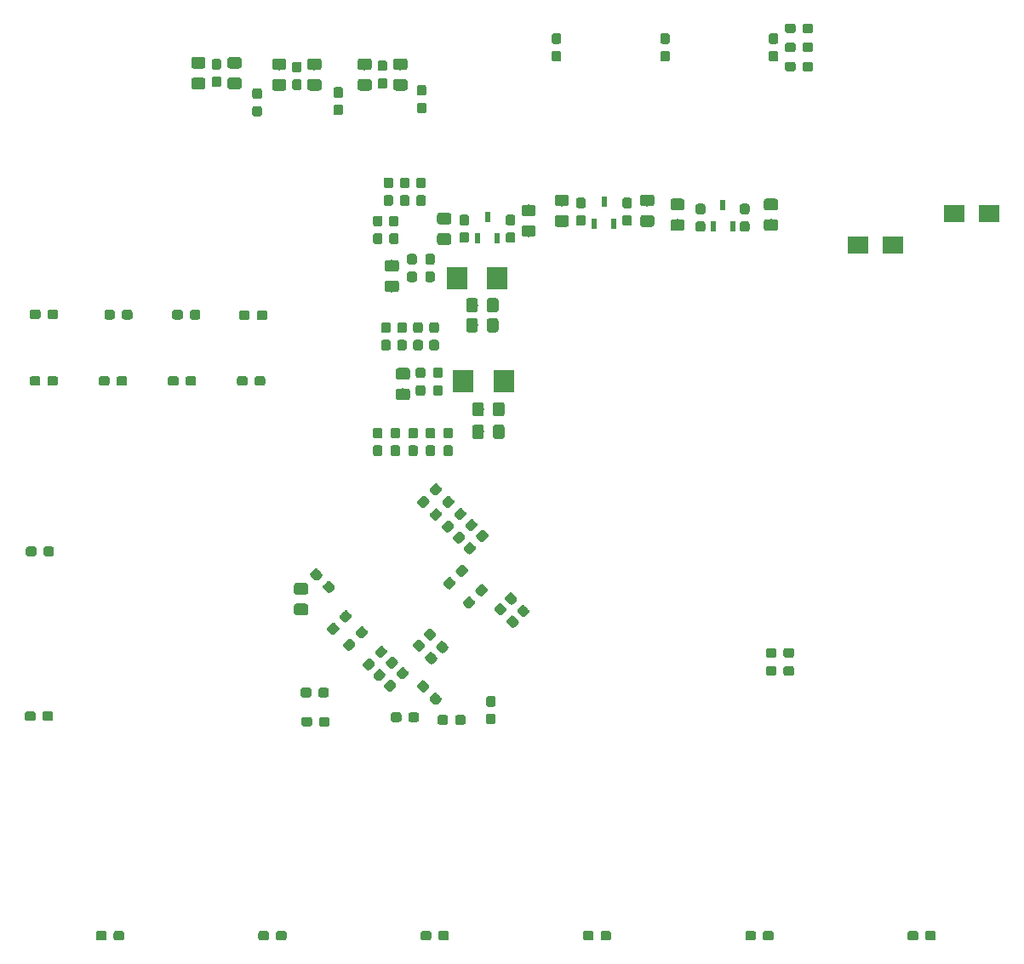
<source format=gbr>
G04 #@! TF.GenerationSoftware,KiCad,Pcbnew,5.1.2-f72e74a~84~ubuntu18.04.1*
G04 #@! TF.CreationDate,2019-06-18T18:41:53+08:00*
G04 #@! TF.ProjectId,printer-board,7072696e-7465-4722-9d62-6f6172642e6b,rev?*
G04 #@! TF.SameCoordinates,Original*
G04 #@! TF.FileFunction,Paste,Bot*
G04 #@! TF.FilePolarity,Positive*
%FSLAX46Y46*%
G04 Gerber Fmt 4.6, Leading zero omitted, Abs format (unit mm)*
G04 Created by KiCad (PCBNEW 5.1.2-f72e74a~84~ubuntu18.04.1) date 2019-06-18 18:41:53*
%MOMM*%
%LPD*%
G04 APERTURE LIST*
%ADD10C,0.100000*%
%ADD11C,0.950000*%
%ADD12R,0.600000X1.000000*%
%ADD13R,1.998980X2.301240*%
%ADD14C,1.150000*%
%ADD15R,2.100580X1.699260*%
G04 APERTURE END LIST*
D10*
G36*
X61260779Y-19401144D02*
G01*
X61283834Y-19404563D01*
X61306443Y-19410227D01*
X61328387Y-19418079D01*
X61349457Y-19428044D01*
X61369448Y-19440026D01*
X61388168Y-19453910D01*
X61405438Y-19469562D01*
X61421090Y-19486832D01*
X61434974Y-19505552D01*
X61446956Y-19525543D01*
X61456921Y-19546613D01*
X61464773Y-19568557D01*
X61470437Y-19591166D01*
X61473856Y-19614221D01*
X61475000Y-19637500D01*
X61475000Y-20212500D01*
X61473856Y-20235779D01*
X61470437Y-20258834D01*
X61464773Y-20281443D01*
X61456921Y-20303387D01*
X61446956Y-20324457D01*
X61434974Y-20344448D01*
X61421090Y-20363168D01*
X61405438Y-20380438D01*
X61388168Y-20396090D01*
X61369448Y-20409974D01*
X61349457Y-20421956D01*
X61328387Y-20431921D01*
X61306443Y-20439773D01*
X61283834Y-20445437D01*
X61260779Y-20448856D01*
X61237500Y-20450000D01*
X60762500Y-20450000D01*
X60739221Y-20448856D01*
X60716166Y-20445437D01*
X60693557Y-20439773D01*
X60671613Y-20431921D01*
X60650543Y-20421956D01*
X60630552Y-20409974D01*
X60611832Y-20396090D01*
X60594562Y-20380438D01*
X60578910Y-20363168D01*
X60565026Y-20344448D01*
X60553044Y-20324457D01*
X60543079Y-20303387D01*
X60535227Y-20281443D01*
X60529563Y-20258834D01*
X60526144Y-20235779D01*
X60525000Y-20212500D01*
X60525000Y-19637500D01*
X60526144Y-19614221D01*
X60529563Y-19591166D01*
X60535227Y-19568557D01*
X60543079Y-19546613D01*
X60553044Y-19525543D01*
X60565026Y-19505552D01*
X60578910Y-19486832D01*
X60594562Y-19469562D01*
X60611832Y-19453910D01*
X60630552Y-19440026D01*
X60650543Y-19428044D01*
X60671613Y-19418079D01*
X60693557Y-19410227D01*
X60716166Y-19404563D01*
X60739221Y-19401144D01*
X60762500Y-19400000D01*
X61237500Y-19400000D01*
X61260779Y-19401144D01*
X61260779Y-19401144D01*
G37*
D11*
X61000000Y-19925000D03*
D10*
G36*
X61260779Y-21151144D02*
G01*
X61283834Y-21154563D01*
X61306443Y-21160227D01*
X61328387Y-21168079D01*
X61349457Y-21178044D01*
X61369448Y-21190026D01*
X61388168Y-21203910D01*
X61405438Y-21219562D01*
X61421090Y-21236832D01*
X61434974Y-21255552D01*
X61446956Y-21275543D01*
X61456921Y-21296613D01*
X61464773Y-21318557D01*
X61470437Y-21341166D01*
X61473856Y-21364221D01*
X61475000Y-21387500D01*
X61475000Y-21962500D01*
X61473856Y-21985779D01*
X61470437Y-22008834D01*
X61464773Y-22031443D01*
X61456921Y-22053387D01*
X61446956Y-22074457D01*
X61434974Y-22094448D01*
X61421090Y-22113168D01*
X61405438Y-22130438D01*
X61388168Y-22146090D01*
X61369448Y-22159974D01*
X61349457Y-22171956D01*
X61328387Y-22181921D01*
X61306443Y-22189773D01*
X61283834Y-22195437D01*
X61260779Y-22198856D01*
X61237500Y-22200000D01*
X60762500Y-22200000D01*
X60739221Y-22198856D01*
X60716166Y-22195437D01*
X60693557Y-22189773D01*
X60671613Y-22181921D01*
X60650543Y-22171956D01*
X60630552Y-22159974D01*
X60611832Y-22146090D01*
X60594562Y-22130438D01*
X60578910Y-22113168D01*
X60565026Y-22094448D01*
X60553044Y-22074457D01*
X60543079Y-22053387D01*
X60535227Y-22031443D01*
X60529563Y-22008834D01*
X60526144Y-21985779D01*
X60525000Y-21962500D01*
X60525000Y-21387500D01*
X60526144Y-21364221D01*
X60529563Y-21341166D01*
X60535227Y-21318557D01*
X60543079Y-21296613D01*
X60553044Y-21275543D01*
X60565026Y-21255552D01*
X60578910Y-21236832D01*
X60594562Y-21219562D01*
X60611832Y-21203910D01*
X60630552Y-21190026D01*
X60650543Y-21178044D01*
X60671613Y-21168079D01*
X60693557Y-21160227D01*
X60716166Y-21154563D01*
X60739221Y-21151144D01*
X60762500Y-21150000D01*
X61237500Y-21150000D01*
X61260779Y-21151144D01*
X61260779Y-21151144D01*
G37*
D11*
X61000000Y-21675000D03*
D10*
G36*
X56660779Y-19401144D02*
G01*
X56683834Y-19404563D01*
X56706443Y-19410227D01*
X56728387Y-19418079D01*
X56749457Y-19428044D01*
X56769448Y-19440026D01*
X56788168Y-19453910D01*
X56805438Y-19469562D01*
X56821090Y-19486832D01*
X56834974Y-19505552D01*
X56846956Y-19525543D01*
X56856921Y-19546613D01*
X56864773Y-19568557D01*
X56870437Y-19591166D01*
X56873856Y-19614221D01*
X56875000Y-19637500D01*
X56875000Y-20212500D01*
X56873856Y-20235779D01*
X56870437Y-20258834D01*
X56864773Y-20281443D01*
X56856921Y-20303387D01*
X56846956Y-20324457D01*
X56834974Y-20344448D01*
X56821090Y-20363168D01*
X56805438Y-20380438D01*
X56788168Y-20396090D01*
X56769448Y-20409974D01*
X56749457Y-20421956D01*
X56728387Y-20431921D01*
X56706443Y-20439773D01*
X56683834Y-20445437D01*
X56660779Y-20448856D01*
X56637500Y-20450000D01*
X56162500Y-20450000D01*
X56139221Y-20448856D01*
X56116166Y-20445437D01*
X56093557Y-20439773D01*
X56071613Y-20431921D01*
X56050543Y-20421956D01*
X56030552Y-20409974D01*
X56011832Y-20396090D01*
X55994562Y-20380438D01*
X55978910Y-20363168D01*
X55965026Y-20344448D01*
X55953044Y-20324457D01*
X55943079Y-20303387D01*
X55935227Y-20281443D01*
X55929563Y-20258834D01*
X55926144Y-20235779D01*
X55925000Y-20212500D01*
X55925000Y-19637500D01*
X55926144Y-19614221D01*
X55929563Y-19591166D01*
X55935227Y-19568557D01*
X55943079Y-19546613D01*
X55953044Y-19525543D01*
X55965026Y-19505552D01*
X55978910Y-19486832D01*
X55994562Y-19469562D01*
X56011832Y-19453910D01*
X56030552Y-19440026D01*
X56050543Y-19428044D01*
X56071613Y-19418079D01*
X56093557Y-19410227D01*
X56116166Y-19404563D01*
X56139221Y-19401144D01*
X56162500Y-19400000D01*
X56637500Y-19400000D01*
X56660779Y-19401144D01*
X56660779Y-19401144D01*
G37*
D11*
X56400000Y-19925000D03*
D10*
G36*
X56660779Y-21151144D02*
G01*
X56683834Y-21154563D01*
X56706443Y-21160227D01*
X56728387Y-21168079D01*
X56749457Y-21178044D01*
X56769448Y-21190026D01*
X56788168Y-21203910D01*
X56805438Y-21219562D01*
X56821090Y-21236832D01*
X56834974Y-21255552D01*
X56846956Y-21275543D01*
X56856921Y-21296613D01*
X56864773Y-21318557D01*
X56870437Y-21341166D01*
X56873856Y-21364221D01*
X56875000Y-21387500D01*
X56875000Y-21962500D01*
X56873856Y-21985779D01*
X56870437Y-22008834D01*
X56864773Y-22031443D01*
X56856921Y-22053387D01*
X56846956Y-22074457D01*
X56834974Y-22094448D01*
X56821090Y-22113168D01*
X56805438Y-22130438D01*
X56788168Y-22146090D01*
X56769448Y-22159974D01*
X56749457Y-22171956D01*
X56728387Y-22181921D01*
X56706443Y-22189773D01*
X56683834Y-22195437D01*
X56660779Y-22198856D01*
X56637500Y-22200000D01*
X56162500Y-22200000D01*
X56139221Y-22198856D01*
X56116166Y-22195437D01*
X56093557Y-22189773D01*
X56071613Y-22181921D01*
X56050543Y-22171956D01*
X56030552Y-22159974D01*
X56011832Y-22146090D01*
X55994562Y-22130438D01*
X55978910Y-22113168D01*
X55965026Y-22094448D01*
X55953044Y-22074457D01*
X55943079Y-22053387D01*
X55935227Y-22031443D01*
X55929563Y-22008834D01*
X55926144Y-21985779D01*
X55925000Y-21962500D01*
X55925000Y-21387500D01*
X55926144Y-21364221D01*
X55929563Y-21341166D01*
X55935227Y-21318557D01*
X55943079Y-21296613D01*
X55953044Y-21275543D01*
X55965026Y-21255552D01*
X55978910Y-21236832D01*
X55994562Y-21219562D01*
X56011832Y-21203910D01*
X56030552Y-21190026D01*
X56050543Y-21178044D01*
X56071613Y-21168079D01*
X56093557Y-21160227D01*
X56116166Y-21154563D01*
X56139221Y-21151144D01*
X56162500Y-21150000D01*
X56637500Y-21150000D01*
X56660779Y-21151144D01*
X56660779Y-21151144D01*
G37*
D11*
X56400000Y-21675000D03*
D10*
G36*
X72960779Y-20001144D02*
G01*
X72983834Y-20004563D01*
X73006443Y-20010227D01*
X73028387Y-20018079D01*
X73049457Y-20028044D01*
X73069448Y-20040026D01*
X73088168Y-20053910D01*
X73105438Y-20069562D01*
X73121090Y-20086832D01*
X73134974Y-20105552D01*
X73146956Y-20125543D01*
X73156921Y-20146613D01*
X73164773Y-20168557D01*
X73170437Y-20191166D01*
X73173856Y-20214221D01*
X73175000Y-20237500D01*
X73175000Y-20812500D01*
X73173856Y-20835779D01*
X73170437Y-20858834D01*
X73164773Y-20881443D01*
X73156921Y-20903387D01*
X73146956Y-20924457D01*
X73134974Y-20944448D01*
X73121090Y-20963168D01*
X73105438Y-20980438D01*
X73088168Y-20996090D01*
X73069448Y-21009974D01*
X73049457Y-21021956D01*
X73028387Y-21031921D01*
X73006443Y-21039773D01*
X72983834Y-21045437D01*
X72960779Y-21048856D01*
X72937500Y-21050000D01*
X72462500Y-21050000D01*
X72439221Y-21048856D01*
X72416166Y-21045437D01*
X72393557Y-21039773D01*
X72371613Y-21031921D01*
X72350543Y-21021956D01*
X72330552Y-21009974D01*
X72311832Y-20996090D01*
X72294562Y-20980438D01*
X72278910Y-20963168D01*
X72265026Y-20944448D01*
X72253044Y-20924457D01*
X72243079Y-20903387D01*
X72235227Y-20881443D01*
X72229563Y-20858834D01*
X72226144Y-20835779D01*
X72225000Y-20812500D01*
X72225000Y-20237500D01*
X72226144Y-20214221D01*
X72229563Y-20191166D01*
X72235227Y-20168557D01*
X72243079Y-20146613D01*
X72253044Y-20125543D01*
X72265026Y-20105552D01*
X72278910Y-20086832D01*
X72294562Y-20069562D01*
X72311832Y-20053910D01*
X72330552Y-20040026D01*
X72350543Y-20028044D01*
X72371613Y-20018079D01*
X72393557Y-20010227D01*
X72416166Y-20004563D01*
X72439221Y-20001144D01*
X72462500Y-20000000D01*
X72937500Y-20000000D01*
X72960779Y-20001144D01*
X72960779Y-20001144D01*
G37*
D11*
X72700000Y-20525000D03*
D10*
G36*
X72960779Y-21751144D02*
G01*
X72983834Y-21754563D01*
X73006443Y-21760227D01*
X73028387Y-21768079D01*
X73049457Y-21778044D01*
X73069448Y-21790026D01*
X73088168Y-21803910D01*
X73105438Y-21819562D01*
X73121090Y-21836832D01*
X73134974Y-21855552D01*
X73146956Y-21875543D01*
X73156921Y-21896613D01*
X73164773Y-21918557D01*
X73170437Y-21941166D01*
X73173856Y-21964221D01*
X73175000Y-21987500D01*
X73175000Y-22562500D01*
X73173856Y-22585779D01*
X73170437Y-22608834D01*
X73164773Y-22631443D01*
X73156921Y-22653387D01*
X73146956Y-22674457D01*
X73134974Y-22694448D01*
X73121090Y-22713168D01*
X73105438Y-22730438D01*
X73088168Y-22746090D01*
X73069448Y-22759974D01*
X73049457Y-22771956D01*
X73028387Y-22781921D01*
X73006443Y-22789773D01*
X72983834Y-22795437D01*
X72960779Y-22798856D01*
X72937500Y-22800000D01*
X72462500Y-22800000D01*
X72439221Y-22798856D01*
X72416166Y-22795437D01*
X72393557Y-22789773D01*
X72371613Y-22781921D01*
X72350543Y-22771956D01*
X72330552Y-22759974D01*
X72311832Y-22746090D01*
X72294562Y-22730438D01*
X72278910Y-22713168D01*
X72265026Y-22694448D01*
X72253044Y-22674457D01*
X72243079Y-22653387D01*
X72235227Y-22631443D01*
X72229563Y-22608834D01*
X72226144Y-22585779D01*
X72225000Y-22562500D01*
X72225000Y-21987500D01*
X72226144Y-21964221D01*
X72229563Y-21941166D01*
X72235227Y-21918557D01*
X72243079Y-21896613D01*
X72253044Y-21875543D01*
X72265026Y-21855552D01*
X72278910Y-21836832D01*
X72294562Y-21819562D01*
X72311832Y-21803910D01*
X72330552Y-21790026D01*
X72350543Y-21778044D01*
X72371613Y-21768079D01*
X72393557Y-21760227D01*
X72416166Y-21754563D01*
X72439221Y-21751144D01*
X72462500Y-21750000D01*
X72937500Y-21750000D01*
X72960779Y-21751144D01*
X72960779Y-21751144D01*
G37*
D11*
X72700000Y-22275000D03*
D10*
G36*
X68560779Y-20001144D02*
G01*
X68583834Y-20004563D01*
X68606443Y-20010227D01*
X68628387Y-20018079D01*
X68649457Y-20028044D01*
X68669448Y-20040026D01*
X68688168Y-20053910D01*
X68705438Y-20069562D01*
X68721090Y-20086832D01*
X68734974Y-20105552D01*
X68746956Y-20125543D01*
X68756921Y-20146613D01*
X68764773Y-20168557D01*
X68770437Y-20191166D01*
X68773856Y-20214221D01*
X68775000Y-20237500D01*
X68775000Y-20812500D01*
X68773856Y-20835779D01*
X68770437Y-20858834D01*
X68764773Y-20881443D01*
X68756921Y-20903387D01*
X68746956Y-20924457D01*
X68734974Y-20944448D01*
X68721090Y-20963168D01*
X68705438Y-20980438D01*
X68688168Y-20996090D01*
X68669448Y-21009974D01*
X68649457Y-21021956D01*
X68628387Y-21031921D01*
X68606443Y-21039773D01*
X68583834Y-21045437D01*
X68560779Y-21048856D01*
X68537500Y-21050000D01*
X68062500Y-21050000D01*
X68039221Y-21048856D01*
X68016166Y-21045437D01*
X67993557Y-21039773D01*
X67971613Y-21031921D01*
X67950543Y-21021956D01*
X67930552Y-21009974D01*
X67911832Y-20996090D01*
X67894562Y-20980438D01*
X67878910Y-20963168D01*
X67865026Y-20944448D01*
X67853044Y-20924457D01*
X67843079Y-20903387D01*
X67835227Y-20881443D01*
X67829563Y-20858834D01*
X67826144Y-20835779D01*
X67825000Y-20812500D01*
X67825000Y-20237500D01*
X67826144Y-20214221D01*
X67829563Y-20191166D01*
X67835227Y-20168557D01*
X67843079Y-20146613D01*
X67853044Y-20125543D01*
X67865026Y-20105552D01*
X67878910Y-20086832D01*
X67894562Y-20069562D01*
X67911832Y-20053910D01*
X67930552Y-20040026D01*
X67950543Y-20028044D01*
X67971613Y-20018079D01*
X67993557Y-20010227D01*
X68016166Y-20004563D01*
X68039221Y-20001144D01*
X68062500Y-20000000D01*
X68537500Y-20000000D01*
X68560779Y-20001144D01*
X68560779Y-20001144D01*
G37*
D11*
X68300000Y-20525000D03*
D10*
G36*
X68560779Y-21751144D02*
G01*
X68583834Y-21754563D01*
X68606443Y-21760227D01*
X68628387Y-21768079D01*
X68649457Y-21778044D01*
X68669448Y-21790026D01*
X68688168Y-21803910D01*
X68705438Y-21819562D01*
X68721090Y-21836832D01*
X68734974Y-21855552D01*
X68746956Y-21875543D01*
X68756921Y-21896613D01*
X68764773Y-21918557D01*
X68770437Y-21941166D01*
X68773856Y-21964221D01*
X68775000Y-21987500D01*
X68775000Y-22562500D01*
X68773856Y-22585779D01*
X68770437Y-22608834D01*
X68764773Y-22631443D01*
X68756921Y-22653387D01*
X68746956Y-22674457D01*
X68734974Y-22694448D01*
X68721090Y-22713168D01*
X68705438Y-22730438D01*
X68688168Y-22746090D01*
X68669448Y-22759974D01*
X68649457Y-22771956D01*
X68628387Y-22781921D01*
X68606443Y-22789773D01*
X68583834Y-22795437D01*
X68560779Y-22798856D01*
X68537500Y-22800000D01*
X68062500Y-22800000D01*
X68039221Y-22798856D01*
X68016166Y-22795437D01*
X67993557Y-22789773D01*
X67971613Y-22781921D01*
X67950543Y-22771956D01*
X67930552Y-22759974D01*
X67911832Y-22746090D01*
X67894562Y-22730438D01*
X67878910Y-22713168D01*
X67865026Y-22694448D01*
X67853044Y-22674457D01*
X67843079Y-22653387D01*
X67835227Y-22631443D01*
X67829563Y-22608834D01*
X67826144Y-22585779D01*
X67825000Y-22562500D01*
X67825000Y-21987500D01*
X67826144Y-21964221D01*
X67829563Y-21941166D01*
X67835227Y-21918557D01*
X67843079Y-21896613D01*
X67853044Y-21875543D01*
X67865026Y-21855552D01*
X67878910Y-21836832D01*
X67894562Y-21819562D01*
X67911832Y-21803910D01*
X67930552Y-21790026D01*
X67950543Y-21778044D01*
X67971613Y-21768079D01*
X67993557Y-21760227D01*
X68016166Y-21754563D01*
X68039221Y-21751144D01*
X68062500Y-21750000D01*
X68537500Y-21750000D01*
X68560779Y-21751144D01*
X68560779Y-21751144D01*
G37*
D11*
X68300000Y-22275000D03*
D10*
G36*
X45060779Y-21101144D02*
G01*
X45083834Y-21104563D01*
X45106443Y-21110227D01*
X45128387Y-21118079D01*
X45149457Y-21128044D01*
X45169448Y-21140026D01*
X45188168Y-21153910D01*
X45205438Y-21169562D01*
X45221090Y-21186832D01*
X45234974Y-21205552D01*
X45246956Y-21225543D01*
X45256921Y-21246613D01*
X45264773Y-21268557D01*
X45270437Y-21291166D01*
X45273856Y-21314221D01*
X45275000Y-21337500D01*
X45275000Y-21912500D01*
X45273856Y-21935779D01*
X45270437Y-21958834D01*
X45264773Y-21981443D01*
X45256921Y-22003387D01*
X45246956Y-22024457D01*
X45234974Y-22044448D01*
X45221090Y-22063168D01*
X45205438Y-22080438D01*
X45188168Y-22096090D01*
X45169448Y-22109974D01*
X45149457Y-22121956D01*
X45128387Y-22131921D01*
X45106443Y-22139773D01*
X45083834Y-22145437D01*
X45060779Y-22148856D01*
X45037500Y-22150000D01*
X44562500Y-22150000D01*
X44539221Y-22148856D01*
X44516166Y-22145437D01*
X44493557Y-22139773D01*
X44471613Y-22131921D01*
X44450543Y-22121956D01*
X44430552Y-22109974D01*
X44411832Y-22096090D01*
X44394562Y-22080438D01*
X44378910Y-22063168D01*
X44365026Y-22044448D01*
X44353044Y-22024457D01*
X44343079Y-22003387D01*
X44335227Y-21981443D01*
X44329563Y-21958834D01*
X44326144Y-21935779D01*
X44325000Y-21912500D01*
X44325000Y-21337500D01*
X44326144Y-21314221D01*
X44329563Y-21291166D01*
X44335227Y-21268557D01*
X44343079Y-21246613D01*
X44353044Y-21225543D01*
X44365026Y-21205552D01*
X44378910Y-21186832D01*
X44394562Y-21169562D01*
X44411832Y-21153910D01*
X44430552Y-21140026D01*
X44450543Y-21128044D01*
X44471613Y-21118079D01*
X44493557Y-21110227D01*
X44516166Y-21104563D01*
X44539221Y-21101144D01*
X44562500Y-21100000D01*
X45037500Y-21100000D01*
X45060779Y-21101144D01*
X45060779Y-21101144D01*
G37*
D11*
X44800000Y-21625000D03*
D10*
G36*
X45060779Y-22851144D02*
G01*
X45083834Y-22854563D01*
X45106443Y-22860227D01*
X45128387Y-22868079D01*
X45149457Y-22878044D01*
X45169448Y-22890026D01*
X45188168Y-22903910D01*
X45205438Y-22919562D01*
X45221090Y-22936832D01*
X45234974Y-22955552D01*
X45246956Y-22975543D01*
X45256921Y-22996613D01*
X45264773Y-23018557D01*
X45270437Y-23041166D01*
X45273856Y-23064221D01*
X45275000Y-23087500D01*
X45275000Y-23662500D01*
X45273856Y-23685779D01*
X45270437Y-23708834D01*
X45264773Y-23731443D01*
X45256921Y-23753387D01*
X45246956Y-23774457D01*
X45234974Y-23794448D01*
X45221090Y-23813168D01*
X45205438Y-23830438D01*
X45188168Y-23846090D01*
X45169448Y-23859974D01*
X45149457Y-23871956D01*
X45128387Y-23881921D01*
X45106443Y-23889773D01*
X45083834Y-23895437D01*
X45060779Y-23898856D01*
X45037500Y-23900000D01*
X44562500Y-23900000D01*
X44539221Y-23898856D01*
X44516166Y-23895437D01*
X44493557Y-23889773D01*
X44471613Y-23881921D01*
X44450543Y-23871956D01*
X44430552Y-23859974D01*
X44411832Y-23846090D01*
X44394562Y-23830438D01*
X44378910Y-23813168D01*
X44365026Y-23794448D01*
X44353044Y-23774457D01*
X44343079Y-23753387D01*
X44335227Y-23731443D01*
X44329563Y-23708834D01*
X44326144Y-23685779D01*
X44325000Y-23662500D01*
X44325000Y-23087500D01*
X44326144Y-23064221D01*
X44329563Y-23041166D01*
X44335227Y-23018557D01*
X44343079Y-22996613D01*
X44353044Y-22975543D01*
X44365026Y-22955552D01*
X44378910Y-22936832D01*
X44394562Y-22919562D01*
X44411832Y-22903910D01*
X44430552Y-22890026D01*
X44450543Y-22878044D01*
X44471613Y-22868079D01*
X44493557Y-22860227D01*
X44516166Y-22854563D01*
X44539221Y-22851144D01*
X44562500Y-22850000D01*
X45037500Y-22850000D01*
X45060779Y-22851144D01*
X45060779Y-22851144D01*
G37*
D11*
X44800000Y-23375000D03*
D10*
G36*
X49660779Y-21101144D02*
G01*
X49683834Y-21104563D01*
X49706443Y-21110227D01*
X49728387Y-21118079D01*
X49749457Y-21128044D01*
X49769448Y-21140026D01*
X49788168Y-21153910D01*
X49805438Y-21169562D01*
X49821090Y-21186832D01*
X49834974Y-21205552D01*
X49846956Y-21225543D01*
X49856921Y-21246613D01*
X49864773Y-21268557D01*
X49870437Y-21291166D01*
X49873856Y-21314221D01*
X49875000Y-21337500D01*
X49875000Y-21912500D01*
X49873856Y-21935779D01*
X49870437Y-21958834D01*
X49864773Y-21981443D01*
X49856921Y-22003387D01*
X49846956Y-22024457D01*
X49834974Y-22044448D01*
X49821090Y-22063168D01*
X49805438Y-22080438D01*
X49788168Y-22096090D01*
X49769448Y-22109974D01*
X49749457Y-22121956D01*
X49728387Y-22131921D01*
X49706443Y-22139773D01*
X49683834Y-22145437D01*
X49660779Y-22148856D01*
X49637500Y-22150000D01*
X49162500Y-22150000D01*
X49139221Y-22148856D01*
X49116166Y-22145437D01*
X49093557Y-22139773D01*
X49071613Y-22131921D01*
X49050543Y-22121956D01*
X49030552Y-22109974D01*
X49011832Y-22096090D01*
X48994562Y-22080438D01*
X48978910Y-22063168D01*
X48965026Y-22044448D01*
X48953044Y-22024457D01*
X48943079Y-22003387D01*
X48935227Y-21981443D01*
X48929563Y-21958834D01*
X48926144Y-21935779D01*
X48925000Y-21912500D01*
X48925000Y-21337500D01*
X48926144Y-21314221D01*
X48929563Y-21291166D01*
X48935227Y-21268557D01*
X48943079Y-21246613D01*
X48953044Y-21225543D01*
X48965026Y-21205552D01*
X48978910Y-21186832D01*
X48994562Y-21169562D01*
X49011832Y-21153910D01*
X49030552Y-21140026D01*
X49050543Y-21128044D01*
X49071613Y-21118079D01*
X49093557Y-21110227D01*
X49116166Y-21104563D01*
X49139221Y-21101144D01*
X49162500Y-21100000D01*
X49637500Y-21100000D01*
X49660779Y-21101144D01*
X49660779Y-21101144D01*
G37*
D11*
X49400000Y-21625000D03*
D10*
G36*
X49660779Y-22851144D02*
G01*
X49683834Y-22854563D01*
X49706443Y-22860227D01*
X49728387Y-22868079D01*
X49749457Y-22878044D01*
X49769448Y-22890026D01*
X49788168Y-22903910D01*
X49805438Y-22919562D01*
X49821090Y-22936832D01*
X49834974Y-22955552D01*
X49846956Y-22975543D01*
X49856921Y-22996613D01*
X49864773Y-23018557D01*
X49870437Y-23041166D01*
X49873856Y-23064221D01*
X49875000Y-23087500D01*
X49875000Y-23662500D01*
X49873856Y-23685779D01*
X49870437Y-23708834D01*
X49864773Y-23731443D01*
X49856921Y-23753387D01*
X49846956Y-23774457D01*
X49834974Y-23794448D01*
X49821090Y-23813168D01*
X49805438Y-23830438D01*
X49788168Y-23846090D01*
X49769448Y-23859974D01*
X49749457Y-23871956D01*
X49728387Y-23881921D01*
X49706443Y-23889773D01*
X49683834Y-23895437D01*
X49660779Y-23898856D01*
X49637500Y-23900000D01*
X49162500Y-23900000D01*
X49139221Y-23898856D01*
X49116166Y-23895437D01*
X49093557Y-23889773D01*
X49071613Y-23881921D01*
X49050543Y-23871956D01*
X49030552Y-23859974D01*
X49011832Y-23846090D01*
X48994562Y-23830438D01*
X48978910Y-23813168D01*
X48965026Y-23794448D01*
X48953044Y-23774457D01*
X48943079Y-23753387D01*
X48935227Y-23731443D01*
X48929563Y-23708834D01*
X48926144Y-23685779D01*
X48925000Y-23662500D01*
X48925000Y-23087500D01*
X48926144Y-23064221D01*
X48929563Y-23041166D01*
X48935227Y-23018557D01*
X48943079Y-22996613D01*
X48953044Y-22975543D01*
X48965026Y-22955552D01*
X48978910Y-22936832D01*
X48994562Y-22919562D01*
X49011832Y-22903910D01*
X49030552Y-22890026D01*
X49050543Y-22878044D01*
X49071613Y-22868079D01*
X49093557Y-22860227D01*
X49116166Y-22854563D01*
X49139221Y-22851144D01*
X49162500Y-22850000D01*
X49637500Y-22850000D01*
X49660779Y-22851144D01*
X49660779Y-22851144D01*
G37*
D11*
X49400000Y-23375000D03*
D12*
X59650000Y-21960000D03*
X58700000Y-19840000D03*
X57750000Y-21960000D03*
X71487100Y-22294999D03*
X70537100Y-20174999D03*
X69587100Y-22294999D03*
X48050000Y-23460000D03*
X47100000Y-21340000D03*
X46150000Y-23460000D03*
D10*
G36*
X40460779Y-33551144D02*
G01*
X40483834Y-33554563D01*
X40506443Y-33560227D01*
X40528387Y-33568079D01*
X40549457Y-33578044D01*
X40569448Y-33590026D01*
X40588168Y-33603910D01*
X40605438Y-33619562D01*
X40621090Y-33636832D01*
X40634974Y-33655552D01*
X40646956Y-33675543D01*
X40656921Y-33696613D01*
X40664773Y-33718557D01*
X40670437Y-33741166D01*
X40673856Y-33764221D01*
X40675000Y-33787500D01*
X40675000Y-34362500D01*
X40673856Y-34385779D01*
X40670437Y-34408834D01*
X40664773Y-34431443D01*
X40656921Y-34453387D01*
X40646956Y-34474457D01*
X40634974Y-34494448D01*
X40621090Y-34513168D01*
X40605438Y-34530438D01*
X40588168Y-34546090D01*
X40569448Y-34559974D01*
X40549457Y-34571956D01*
X40528387Y-34581921D01*
X40506443Y-34589773D01*
X40483834Y-34595437D01*
X40460779Y-34598856D01*
X40437500Y-34600000D01*
X39962500Y-34600000D01*
X39939221Y-34598856D01*
X39916166Y-34595437D01*
X39893557Y-34589773D01*
X39871613Y-34581921D01*
X39850543Y-34571956D01*
X39830552Y-34559974D01*
X39811832Y-34546090D01*
X39794562Y-34530438D01*
X39778910Y-34513168D01*
X39765026Y-34494448D01*
X39753044Y-34474457D01*
X39743079Y-34453387D01*
X39735227Y-34431443D01*
X39729563Y-34408834D01*
X39726144Y-34385779D01*
X39725000Y-34362500D01*
X39725000Y-33787500D01*
X39726144Y-33764221D01*
X39729563Y-33741166D01*
X39735227Y-33718557D01*
X39743079Y-33696613D01*
X39753044Y-33675543D01*
X39765026Y-33655552D01*
X39778910Y-33636832D01*
X39794562Y-33619562D01*
X39811832Y-33603910D01*
X39830552Y-33590026D01*
X39850543Y-33578044D01*
X39871613Y-33568079D01*
X39893557Y-33560227D01*
X39916166Y-33554563D01*
X39939221Y-33551144D01*
X39962500Y-33550000D01*
X40437500Y-33550000D01*
X40460779Y-33551144D01*
X40460779Y-33551144D01*
G37*
D11*
X40200000Y-34075000D03*
D10*
G36*
X40460779Y-31801144D02*
G01*
X40483834Y-31804563D01*
X40506443Y-31810227D01*
X40528387Y-31818079D01*
X40549457Y-31828044D01*
X40569448Y-31840026D01*
X40588168Y-31853910D01*
X40605438Y-31869562D01*
X40621090Y-31886832D01*
X40634974Y-31905552D01*
X40646956Y-31925543D01*
X40656921Y-31946613D01*
X40664773Y-31968557D01*
X40670437Y-31991166D01*
X40673856Y-32014221D01*
X40675000Y-32037500D01*
X40675000Y-32612500D01*
X40673856Y-32635779D01*
X40670437Y-32658834D01*
X40664773Y-32681443D01*
X40656921Y-32703387D01*
X40646956Y-32724457D01*
X40634974Y-32744448D01*
X40621090Y-32763168D01*
X40605438Y-32780438D01*
X40588168Y-32796090D01*
X40569448Y-32809974D01*
X40549457Y-32821956D01*
X40528387Y-32831921D01*
X40506443Y-32839773D01*
X40483834Y-32845437D01*
X40460779Y-32848856D01*
X40437500Y-32850000D01*
X39962500Y-32850000D01*
X39939221Y-32848856D01*
X39916166Y-32845437D01*
X39893557Y-32839773D01*
X39871613Y-32831921D01*
X39850543Y-32821956D01*
X39830552Y-32809974D01*
X39811832Y-32796090D01*
X39794562Y-32780438D01*
X39778910Y-32763168D01*
X39765026Y-32744448D01*
X39753044Y-32724457D01*
X39743079Y-32703387D01*
X39735227Y-32681443D01*
X39729563Y-32658834D01*
X39726144Y-32635779D01*
X39725000Y-32612500D01*
X39725000Y-32037500D01*
X39726144Y-32014221D01*
X39729563Y-31991166D01*
X39735227Y-31968557D01*
X39743079Y-31946613D01*
X39753044Y-31925543D01*
X39765026Y-31905552D01*
X39778910Y-31886832D01*
X39794562Y-31869562D01*
X39811832Y-31853910D01*
X39830552Y-31840026D01*
X39850543Y-31828044D01*
X39871613Y-31818079D01*
X39893557Y-31810227D01*
X39916166Y-31804563D01*
X39939221Y-31801144D01*
X39962500Y-31800000D01*
X40437500Y-31800000D01*
X40460779Y-31801144D01*
X40460779Y-31801144D01*
G37*
D11*
X40200000Y-32325000D03*
D10*
G36*
X42060779Y-33551144D02*
G01*
X42083834Y-33554563D01*
X42106443Y-33560227D01*
X42128387Y-33568079D01*
X42149457Y-33578044D01*
X42169448Y-33590026D01*
X42188168Y-33603910D01*
X42205438Y-33619562D01*
X42221090Y-33636832D01*
X42234974Y-33655552D01*
X42246956Y-33675543D01*
X42256921Y-33696613D01*
X42264773Y-33718557D01*
X42270437Y-33741166D01*
X42273856Y-33764221D01*
X42275000Y-33787500D01*
X42275000Y-34362500D01*
X42273856Y-34385779D01*
X42270437Y-34408834D01*
X42264773Y-34431443D01*
X42256921Y-34453387D01*
X42246956Y-34474457D01*
X42234974Y-34494448D01*
X42221090Y-34513168D01*
X42205438Y-34530438D01*
X42188168Y-34546090D01*
X42169448Y-34559974D01*
X42149457Y-34571956D01*
X42128387Y-34581921D01*
X42106443Y-34589773D01*
X42083834Y-34595437D01*
X42060779Y-34598856D01*
X42037500Y-34600000D01*
X41562500Y-34600000D01*
X41539221Y-34598856D01*
X41516166Y-34595437D01*
X41493557Y-34589773D01*
X41471613Y-34581921D01*
X41450543Y-34571956D01*
X41430552Y-34559974D01*
X41411832Y-34546090D01*
X41394562Y-34530438D01*
X41378910Y-34513168D01*
X41365026Y-34494448D01*
X41353044Y-34474457D01*
X41343079Y-34453387D01*
X41335227Y-34431443D01*
X41329563Y-34408834D01*
X41326144Y-34385779D01*
X41325000Y-34362500D01*
X41325000Y-33787500D01*
X41326144Y-33764221D01*
X41329563Y-33741166D01*
X41335227Y-33718557D01*
X41343079Y-33696613D01*
X41353044Y-33675543D01*
X41365026Y-33655552D01*
X41378910Y-33636832D01*
X41394562Y-33619562D01*
X41411832Y-33603910D01*
X41430552Y-33590026D01*
X41450543Y-33578044D01*
X41471613Y-33568079D01*
X41493557Y-33560227D01*
X41516166Y-33554563D01*
X41539221Y-33551144D01*
X41562500Y-33550000D01*
X42037500Y-33550000D01*
X42060779Y-33551144D01*
X42060779Y-33551144D01*
G37*
D11*
X41800000Y-34075000D03*
D10*
G36*
X42060779Y-31801144D02*
G01*
X42083834Y-31804563D01*
X42106443Y-31810227D01*
X42128387Y-31818079D01*
X42149457Y-31828044D01*
X42169448Y-31840026D01*
X42188168Y-31853910D01*
X42205438Y-31869562D01*
X42221090Y-31886832D01*
X42234974Y-31905552D01*
X42246956Y-31925543D01*
X42256921Y-31946613D01*
X42264773Y-31968557D01*
X42270437Y-31991166D01*
X42273856Y-32014221D01*
X42275000Y-32037500D01*
X42275000Y-32612500D01*
X42273856Y-32635779D01*
X42270437Y-32658834D01*
X42264773Y-32681443D01*
X42256921Y-32703387D01*
X42246956Y-32724457D01*
X42234974Y-32744448D01*
X42221090Y-32763168D01*
X42205438Y-32780438D01*
X42188168Y-32796090D01*
X42169448Y-32809974D01*
X42149457Y-32821956D01*
X42128387Y-32831921D01*
X42106443Y-32839773D01*
X42083834Y-32845437D01*
X42060779Y-32848856D01*
X42037500Y-32850000D01*
X41562500Y-32850000D01*
X41539221Y-32848856D01*
X41516166Y-32845437D01*
X41493557Y-32839773D01*
X41471613Y-32831921D01*
X41450543Y-32821956D01*
X41430552Y-32809974D01*
X41411832Y-32796090D01*
X41394562Y-32780438D01*
X41378910Y-32763168D01*
X41365026Y-32744448D01*
X41353044Y-32724457D01*
X41343079Y-32703387D01*
X41335227Y-32681443D01*
X41329563Y-32658834D01*
X41326144Y-32635779D01*
X41325000Y-32612500D01*
X41325000Y-32037500D01*
X41326144Y-32014221D01*
X41329563Y-31991166D01*
X41335227Y-31968557D01*
X41343079Y-31946613D01*
X41353044Y-31925543D01*
X41365026Y-31905552D01*
X41378910Y-31886832D01*
X41394562Y-31869562D01*
X41411832Y-31853910D01*
X41430552Y-31840026D01*
X41450543Y-31828044D01*
X41471613Y-31818079D01*
X41493557Y-31810227D01*
X41516166Y-31804563D01*
X41539221Y-31801144D01*
X41562500Y-31800000D01*
X42037500Y-31800000D01*
X42060779Y-31801144D01*
X42060779Y-31801144D01*
G37*
D11*
X41800000Y-32325000D03*
D10*
G36*
X39860779Y-26751144D02*
G01*
X39883834Y-26754563D01*
X39906443Y-26760227D01*
X39928387Y-26768079D01*
X39949457Y-26778044D01*
X39969448Y-26790026D01*
X39988168Y-26803910D01*
X40005438Y-26819562D01*
X40021090Y-26836832D01*
X40034974Y-26855552D01*
X40046956Y-26875543D01*
X40056921Y-26896613D01*
X40064773Y-26918557D01*
X40070437Y-26941166D01*
X40073856Y-26964221D01*
X40075000Y-26987500D01*
X40075000Y-27562500D01*
X40073856Y-27585779D01*
X40070437Y-27608834D01*
X40064773Y-27631443D01*
X40056921Y-27653387D01*
X40046956Y-27674457D01*
X40034974Y-27694448D01*
X40021090Y-27713168D01*
X40005438Y-27730438D01*
X39988168Y-27746090D01*
X39969448Y-27759974D01*
X39949457Y-27771956D01*
X39928387Y-27781921D01*
X39906443Y-27789773D01*
X39883834Y-27795437D01*
X39860779Y-27798856D01*
X39837500Y-27800000D01*
X39362500Y-27800000D01*
X39339221Y-27798856D01*
X39316166Y-27795437D01*
X39293557Y-27789773D01*
X39271613Y-27781921D01*
X39250543Y-27771956D01*
X39230552Y-27759974D01*
X39211832Y-27746090D01*
X39194562Y-27730438D01*
X39178910Y-27713168D01*
X39165026Y-27694448D01*
X39153044Y-27674457D01*
X39143079Y-27653387D01*
X39135227Y-27631443D01*
X39129563Y-27608834D01*
X39126144Y-27585779D01*
X39125000Y-27562500D01*
X39125000Y-26987500D01*
X39126144Y-26964221D01*
X39129563Y-26941166D01*
X39135227Y-26918557D01*
X39143079Y-26896613D01*
X39153044Y-26875543D01*
X39165026Y-26855552D01*
X39178910Y-26836832D01*
X39194562Y-26819562D01*
X39211832Y-26803910D01*
X39230552Y-26790026D01*
X39250543Y-26778044D01*
X39271613Y-26768079D01*
X39293557Y-26760227D01*
X39316166Y-26754563D01*
X39339221Y-26751144D01*
X39362500Y-26750000D01*
X39837500Y-26750000D01*
X39860779Y-26751144D01*
X39860779Y-26751144D01*
G37*
D11*
X39600000Y-27275000D03*
D10*
G36*
X39860779Y-25001144D02*
G01*
X39883834Y-25004563D01*
X39906443Y-25010227D01*
X39928387Y-25018079D01*
X39949457Y-25028044D01*
X39969448Y-25040026D01*
X39988168Y-25053910D01*
X40005438Y-25069562D01*
X40021090Y-25086832D01*
X40034974Y-25105552D01*
X40046956Y-25125543D01*
X40056921Y-25146613D01*
X40064773Y-25168557D01*
X40070437Y-25191166D01*
X40073856Y-25214221D01*
X40075000Y-25237500D01*
X40075000Y-25812500D01*
X40073856Y-25835779D01*
X40070437Y-25858834D01*
X40064773Y-25881443D01*
X40056921Y-25903387D01*
X40046956Y-25924457D01*
X40034974Y-25944448D01*
X40021090Y-25963168D01*
X40005438Y-25980438D01*
X39988168Y-25996090D01*
X39969448Y-26009974D01*
X39949457Y-26021956D01*
X39928387Y-26031921D01*
X39906443Y-26039773D01*
X39883834Y-26045437D01*
X39860779Y-26048856D01*
X39837500Y-26050000D01*
X39362500Y-26050000D01*
X39339221Y-26048856D01*
X39316166Y-26045437D01*
X39293557Y-26039773D01*
X39271613Y-26031921D01*
X39250543Y-26021956D01*
X39230552Y-26009974D01*
X39211832Y-25996090D01*
X39194562Y-25980438D01*
X39178910Y-25963168D01*
X39165026Y-25944448D01*
X39153044Y-25924457D01*
X39143079Y-25903387D01*
X39135227Y-25881443D01*
X39129563Y-25858834D01*
X39126144Y-25835779D01*
X39125000Y-25812500D01*
X39125000Y-25237500D01*
X39126144Y-25214221D01*
X39129563Y-25191166D01*
X39135227Y-25168557D01*
X39143079Y-25146613D01*
X39153044Y-25125543D01*
X39165026Y-25105552D01*
X39178910Y-25086832D01*
X39194562Y-25069562D01*
X39211832Y-25053910D01*
X39230552Y-25040026D01*
X39250543Y-25028044D01*
X39271613Y-25018079D01*
X39293557Y-25010227D01*
X39316166Y-25004563D01*
X39339221Y-25001144D01*
X39362500Y-25000000D01*
X39837500Y-25000000D01*
X39860779Y-25001144D01*
X39860779Y-25001144D01*
G37*
D11*
X39600000Y-25525000D03*
D10*
G36*
X37260779Y-33551144D02*
G01*
X37283834Y-33554563D01*
X37306443Y-33560227D01*
X37328387Y-33568079D01*
X37349457Y-33578044D01*
X37369448Y-33590026D01*
X37388168Y-33603910D01*
X37405438Y-33619562D01*
X37421090Y-33636832D01*
X37434974Y-33655552D01*
X37446956Y-33675543D01*
X37456921Y-33696613D01*
X37464773Y-33718557D01*
X37470437Y-33741166D01*
X37473856Y-33764221D01*
X37475000Y-33787500D01*
X37475000Y-34362500D01*
X37473856Y-34385779D01*
X37470437Y-34408834D01*
X37464773Y-34431443D01*
X37456921Y-34453387D01*
X37446956Y-34474457D01*
X37434974Y-34494448D01*
X37421090Y-34513168D01*
X37405438Y-34530438D01*
X37388168Y-34546090D01*
X37369448Y-34559974D01*
X37349457Y-34571956D01*
X37328387Y-34581921D01*
X37306443Y-34589773D01*
X37283834Y-34595437D01*
X37260779Y-34598856D01*
X37237500Y-34600000D01*
X36762500Y-34600000D01*
X36739221Y-34598856D01*
X36716166Y-34595437D01*
X36693557Y-34589773D01*
X36671613Y-34581921D01*
X36650543Y-34571956D01*
X36630552Y-34559974D01*
X36611832Y-34546090D01*
X36594562Y-34530438D01*
X36578910Y-34513168D01*
X36565026Y-34494448D01*
X36553044Y-34474457D01*
X36543079Y-34453387D01*
X36535227Y-34431443D01*
X36529563Y-34408834D01*
X36526144Y-34385779D01*
X36525000Y-34362500D01*
X36525000Y-33787500D01*
X36526144Y-33764221D01*
X36529563Y-33741166D01*
X36535227Y-33718557D01*
X36543079Y-33696613D01*
X36553044Y-33675543D01*
X36565026Y-33655552D01*
X36578910Y-33636832D01*
X36594562Y-33619562D01*
X36611832Y-33603910D01*
X36630552Y-33590026D01*
X36650543Y-33578044D01*
X36671613Y-33568079D01*
X36693557Y-33560227D01*
X36716166Y-33554563D01*
X36739221Y-33551144D01*
X36762500Y-33550000D01*
X37237500Y-33550000D01*
X37260779Y-33551144D01*
X37260779Y-33551144D01*
G37*
D11*
X37000000Y-34075000D03*
D10*
G36*
X37260779Y-31801144D02*
G01*
X37283834Y-31804563D01*
X37306443Y-31810227D01*
X37328387Y-31818079D01*
X37349457Y-31828044D01*
X37369448Y-31840026D01*
X37388168Y-31853910D01*
X37405438Y-31869562D01*
X37421090Y-31886832D01*
X37434974Y-31905552D01*
X37446956Y-31925543D01*
X37456921Y-31946613D01*
X37464773Y-31968557D01*
X37470437Y-31991166D01*
X37473856Y-32014221D01*
X37475000Y-32037500D01*
X37475000Y-32612500D01*
X37473856Y-32635779D01*
X37470437Y-32658834D01*
X37464773Y-32681443D01*
X37456921Y-32703387D01*
X37446956Y-32724457D01*
X37434974Y-32744448D01*
X37421090Y-32763168D01*
X37405438Y-32780438D01*
X37388168Y-32796090D01*
X37369448Y-32809974D01*
X37349457Y-32821956D01*
X37328387Y-32831921D01*
X37306443Y-32839773D01*
X37283834Y-32845437D01*
X37260779Y-32848856D01*
X37237500Y-32850000D01*
X36762500Y-32850000D01*
X36739221Y-32848856D01*
X36716166Y-32845437D01*
X36693557Y-32839773D01*
X36671613Y-32831921D01*
X36650543Y-32821956D01*
X36630552Y-32809974D01*
X36611832Y-32796090D01*
X36594562Y-32780438D01*
X36578910Y-32763168D01*
X36565026Y-32744448D01*
X36553044Y-32724457D01*
X36543079Y-32703387D01*
X36535227Y-32681443D01*
X36529563Y-32658834D01*
X36526144Y-32635779D01*
X36525000Y-32612500D01*
X36525000Y-32037500D01*
X36526144Y-32014221D01*
X36529563Y-31991166D01*
X36535227Y-31968557D01*
X36543079Y-31946613D01*
X36553044Y-31925543D01*
X36565026Y-31905552D01*
X36578910Y-31886832D01*
X36594562Y-31869562D01*
X36611832Y-31853910D01*
X36630552Y-31840026D01*
X36650543Y-31828044D01*
X36671613Y-31818079D01*
X36693557Y-31810227D01*
X36716166Y-31804563D01*
X36739221Y-31801144D01*
X36762500Y-31800000D01*
X37237500Y-31800000D01*
X37260779Y-31801144D01*
X37260779Y-31801144D01*
G37*
D11*
X37000000Y-32325000D03*
D10*
G36*
X41660779Y-26751144D02*
G01*
X41683834Y-26754563D01*
X41706443Y-26760227D01*
X41728387Y-26768079D01*
X41749457Y-26778044D01*
X41769448Y-26790026D01*
X41788168Y-26803910D01*
X41805438Y-26819562D01*
X41821090Y-26836832D01*
X41834974Y-26855552D01*
X41846956Y-26875543D01*
X41856921Y-26896613D01*
X41864773Y-26918557D01*
X41870437Y-26941166D01*
X41873856Y-26964221D01*
X41875000Y-26987500D01*
X41875000Y-27562500D01*
X41873856Y-27585779D01*
X41870437Y-27608834D01*
X41864773Y-27631443D01*
X41856921Y-27653387D01*
X41846956Y-27674457D01*
X41834974Y-27694448D01*
X41821090Y-27713168D01*
X41805438Y-27730438D01*
X41788168Y-27746090D01*
X41769448Y-27759974D01*
X41749457Y-27771956D01*
X41728387Y-27781921D01*
X41706443Y-27789773D01*
X41683834Y-27795437D01*
X41660779Y-27798856D01*
X41637500Y-27800000D01*
X41162500Y-27800000D01*
X41139221Y-27798856D01*
X41116166Y-27795437D01*
X41093557Y-27789773D01*
X41071613Y-27781921D01*
X41050543Y-27771956D01*
X41030552Y-27759974D01*
X41011832Y-27746090D01*
X40994562Y-27730438D01*
X40978910Y-27713168D01*
X40965026Y-27694448D01*
X40953044Y-27674457D01*
X40943079Y-27653387D01*
X40935227Y-27631443D01*
X40929563Y-27608834D01*
X40926144Y-27585779D01*
X40925000Y-27562500D01*
X40925000Y-26987500D01*
X40926144Y-26964221D01*
X40929563Y-26941166D01*
X40935227Y-26918557D01*
X40943079Y-26896613D01*
X40953044Y-26875543D01*
X40965026Y-26855552D01*
X40978910Y-26836832D01*
X40994562Y-26819562D01*
X41011832Y-26803910D01*
X41030552Y-26790026D01*
X41050543Y-26778044D01*
X41071613Y-26768079D01*
X41093557Y-26760227D01*
X41116166Y-26754563D01*
X41139221Y-26751144D01*
X41162500Y-26750000D01*
X41637500Y-26750000D01*
X41660779Y-26751144D01*
X41660779Y-26751144D01*
G37*
D11*
X41400000Y-27275000D03*
D10*
G36*
X41660779Y-25001144D02*
G01*
X41683834Y-25004563D01*
X41706443Y-25010227D01*
X41728387Y-25018079D01*
X41749457Y-25028044D01*
X41769448Y-25040026D01*
X41788168Y-25053910D01*
X41805438Y-25069562D01*
X41821090Y-25086832D01*
X41834974Y-25105552D01*
X41846956Y-25125543D01*
X41856921Y-25146613D01*
X41864773Y-25168557D01*
X41870437Y-25191166D01*
X41873856Y-25214221D01*
X41875000Y-25237500D01*
X41875000Y-25812500D01*
X41873856Y-25835779D01*
X41870437Y-25858834D01*
X41864773Y-25881443D01*
X41856921Y-25903387D01*
X41846956Y-25924457D01*
X41834974Y-25944448D01*
X41821090Y-25963168D01*
X41805438Y-25980438D01*
X41788168Y-25996090D01*
X41769448Y-26009974D01*
X41749457Y-26021956D01*
X41728387Y-26031921D01*
X41706443Y-26039773D01*
X41683834Y-26045437D01*
X41660779Y-26048856D01*
X41637500Y-26050000D01*
X41162500Y-26050000D01*
X41139221Y-26048856D01*
X41116166Y-26045437D01*
X41093557Y-26039773D01*
X41071613Y-26031921D01*
X41050543Y-26021956D01*
X41030552Y-26009974D01*
X41011832Y-25996090D01*
X40994562Y-25980438D01*
X40978910Y-25963168D01*
X40965026Y-25944448D01*
X40953044Y-25924457D01*
X40943079Y-25903387D01*
X40935227Y-25881443D01*
X40929563Y-25858834D01*
X40926144Y-25835779D01*
X40925000Y-25812500D01*
X40925000Y-25237500D01*
X40926144Y-25214221D01*
X40929563Y-25191166D01*
X40935227Y-25168557D01*
X40943079Y-25146613D01*
X40953044Y-25125543D01*
X40965026Y-25105552D01*
X40978910Y-25086832D01*
X40994562Y-25069562D01*
X41011832Y-25053910D01*
X41030552Y-25040026D01*
X41050543Y-25028044D01*
X41071613Y-25018079D01*
X41093557Y-25010227D01*
X41116166Y-25004563D01*
X41139221Y-25001144D01*
X41162500Y-25000000D01*
X41637500Y-25000000D01*
X41660779Y-25001144D01*
X41660779Y-25001144D01*
G37*
D11*
X41400000Y-25525000D03*
D10*
G36*
X38060779Y-21201144D02*
G01*
X38083834Y-21204563D01*
X38106443Y-21210227D01*
X38128387Y-21218079D01*
X38149457Y-21228044D01*
X38169448Y-21240026D01*
X38188168Y-21253910D01*
X38205438Y-21269562D01*
X38221090Y-21286832D01*
X38234974Y-21305552D01*
X38246956Y-21325543D01*
X38256921Y-21346613D01*
X38264773Y-21368557D01*
X38270437Y-21391166D01*
X38273856Y-21414221D01*
X38275000Y-21437500D01*
X38275000Y-22012500D01*
X38273856Y-22035779D01*
X38270437Y-22058834D01*
X38264773Y-22081443D01*
X38256921Y-22103387D01*
X38246956Y-22124457D01*
X38234974Y-22144448D01*
X38221090Y-22163168D01*
X38205438Y-22180438D01*
X38188168Y-22196090D01*
X38169448Y-22209974D01*
X38149457Y-22221956D01*
X38128387Y-22231921D01*
X38106443Y-22239773D01*
X38083834Y-22245437D01*
X38060779Y-22248856D01*
X38037500Y-22250000D01*
X37562500Y-22250000D01*
X37539221Y-22248856D01*
X37516166Y-22245437D01*
X37493557Y-22239773D01*
X37471613Y-22231921D01*
X37450543Y-22221956D01*
X37430552Y-22209974D01*
X37411832Y-22196090D01*
X37394562Y-22180438D01*
X37378910Y-22163168D01*
X37365026Y-22144448D01*
X37353044Y-22124457D01*
X37343079Y-22103387D01*
X37335227Y-22081443D01*
X37329563Y-22058834D01*
X37326144Y-22035779D01*
X37325000Y-22012500D01*
X37325000Y-21437500D01*
X37326144Y-21414221D01*
X37329563Y-21391166D01*
X37335227Y-21368557D01*
X37343079Y-21346613D01*
X37353044Y-21325543D01*
X37365026Y-21305552D01*
X37378910Y-21286832D01*
X37394562Y-21269562D01*
X37411832Y-21253910D01*
X37430552Y-21240026D01*
X37450543Y-21228044D01*
X37471613Y-21218079D01*
X37493557Y-21210227D01*
X37516166Y-21204563D01*
X37539221Y-21201144D01*
X37562500Y-21200000D01*
X38037500Y-21200000D01*
X38060779Y-21201144D01*
X38060779Y-21201144D01*
G37*
D11*
X37800000Y-21725000D03*
D10*
G36*
X38060779Y-22951144D02*
G01*
X38083834Y-22954563D01*
X38106443Y-22960227D01*
X38128387Y-22968079D01*
X38149457Y-22978044D01*
X38169448Y-22990026D01*
X38188168Y-23003910D01*
X38205438Y-23019562D01*
X38221090Y-23036832D01*
X38234974Y-23055552D01*
X38246956Y-23075543D01*
X38256921Y-23096613D01*
X38264773Y-23118557D01*
X38270437Y-23141166D01*
X38273856Y-23164221D01*
X38275000Y-23187500D01*
X38275000Y-23762500D01*
X38273856Y-23785779D01*
X38270437Y-23808834D01*
X38264773Y-23831443D01*
X38256921Y-23853387D01*
X38246956Y-23874457D01*
X38234974Y-23894448D01*
X38221090Y-23913168D01*
X38205438Y-23930438D01*
X38188168Y-23946090D01*
X38169448Y-23959974D01*
X38149457Y-23971956D01*
X38128387Y-23981921D01*
X38106443Y-23989773D01*
X38083834Y-23995437D01*
X38060779Y-23998856D01*
X38037500Y-24000000D01*
X37562500Y-24000000D01*
X37539221Y-23998856D01*
X37516166Y-23995437D01*
X37493557Y-23989773D01*
X37471613Y-23981921D01*
X37450543Y-23971956D01*
X37430552Y-23959974D01*
X37411832Y-23946090D01*
X37394562Y-23930438D01*
X37378910Y-23913168D01*
X37365026Y-23894448D01*
X37353044Y-23874457D01*
X37343079Y-23853387D01*
X37335227Y-23831443D01*
X37329563Y-23808834D01*
X37326144Y-23785779D01*
X37325000Y-23762500D01*
X37325000Y-23187500D01*
X37326144Y-23164221D01*
X37329563Y-23141166D01*
X37335227Y-23118557D01*
X37343079Y-23096613D01*
X37353044Y-23075543D01*
X37365026Y-23055552D01*
X37378910Y-23036832D01*
X37394562Y-23019562D01*
X37411832Y-23003910D01*
X37430552Y-22990026D01*
X37450543Y-22978044D01*
X37471613Y-22968079D01*
X37493557Y-22960227D01*
X37516166Y-22954563D01*
X37539221Y-22951144D01*
X37562500Y-22950000D01*
X38037500Y-22950000D01*
X38060779Y-22951144D01*
X38060779Y-22951144D01*
G37*
D11*
X37800000Y-23475000D03*
D13*
X44090860Y-27427500D03*
X48109140Y-27427500D03*
D10*
G36*
X45924505Y-29401204D02*
G01*
X45948773Y-29404804D01*
X45972572Y-29410765D01*
X45995671Y-29419030D01*
X46017850Y-29429520D01*
X46038893Y-29442132D01*
X46058599Y-29456747D01*
X46076777Y-29473223D01*
X46093253Y-29491401D01*
X46107868Y-29511107D01*
X46120480Y-29532150D01*
X46130970Y-29554329D01*
X46139235Y-29577428D01*
X46145196Y-29601227D01*
X46148796Y-29625495D01*
X46150000Y-29649999D01*
X46150000Y-30550001D01*
X46148796Y-30574505D01*
X46145196Y-30598773D01*
X46139235Y-30622572D01*
X46130970Y-30645671D01*
X46120480Y-30667850D01*
X46107868Y-30688893D01*
X46093253Y-30708599D01*
X46076777Y-30726777D01*
X46058599Y-30743253D01*
X46038893Y-30757868D01*
X46017850Y-30770480D01*
X45995671Y-30780970D01*
X45972572Y-30789235D01*
X45948773Y-30795196D01*
X45924505Y-30798796D01*
X45900001Y-30800000D01*
X45249999Y-30800000D01*
X45225495Y-30798796D01*
X45201227Y-30795196D01*
X45177428Y-30789235D01*
X45154329Y-30780970D01*
X45132150Y-30770480D01*
X45111107Y-30757868D01*
X45091401Y-30743253D01*
X45073223Y-30726777D01*
X45056747Y-30708599D01*
X45042132Y-30688893D01*
X45029520Y-30667850D01*
X45019030Y-30645671D01*
X45010765Y-30622572D01*
X45004804Y-30598773D01*
X45001204Y-30574505D01*
X45000000Y-30550001D01*
X45000000Y-29649999D01*
X45001204Y-29625495D01*
X45004804Y-29601227D01*
X45010765Y-29577428D01*
X45019030Y-29554329D01*
X45029520Y-29532150D01*
X45042132Y-29511107D01*
X45056747Y-29491401D01*
X45073223Y-29473223D01*
X45091401Y-29456747D01*
X45111107Y-29442132D01*
X45132150Y-29429520D01*
X45154329Y-29419030D01*
X45177428Y-29410765D01*
X45201227Y-29404804D01*
X45225495Y-29401204D01*
X45249999Y-29400000D01*
X45900001Y-29400000D01*
X45924505Y-29401204D01*
X45924505Y-29401204D01*
G37*
D14*
X45575000Y-30100000D03*
D10*
G36*
X47974505Y-29401204D02*
G01*
X47998773Y-29404804D01*
X48022572Y-29410765D01*
X48045671Y-29419030D01*
X48067850Y-29429520D01*
X48088893Y-29442132D01*
X48108599Y-29456747D01*
X48126777Y-29473223D01*
X48143253Y-29491401D01*
X48157868Y-29511107D01*
X48170480Y-29532150D01*
X48180970Y-29554329D01*
X48189235Y-29577428D01*
X48195196Y-29601227D01*
X48198796Y-29625495D01*
X48200000Y-29649999D01*
X48200000Y-30550001D01*
X48198796Y-30574505D01*
X48195196Y-30598773D01*
X48189235Y-30622572D01*
X48180970Y-30645671D01*
X48170480Y-30667850D01*
X48157868Y-30688893D01*
X48143253Y-30708599D01*
X48126777Y-30726777D01*
X48108599Y-30743253D01*
X48088893Y-30757868D01*
X48067850Y-30770480D01*
X48045671Y-30780970D01*
X48022572Y-30789235D01*
X47998773Y-30795196D01*
X47974505Y-30798796D01*
X47950001Y-30800000D01*
X47299999Y-30800000D01*
X47275495Y-30798796D01*
X47251227Y-30795196D01*
X47227428Y-30789235D01*
X47204329Y-30780970D01*
X47182150Y-30770480D01*
X47161107Y-30757868D01*
X47141401Y-30743253D01*
X47123223Y-30726777D01*
X47106747Y-30708599D01*
X47092132Y-30688893D01*
X47079520Y-30667850D01*
X47069030Y-30645671D01*
X47060765Y-30622572D01*
X47054804Y-30598773D01*
X47051204Y-30574505D01*
X47050000Y-30550001D01*
X47050000Y-29649999D01*
X47051204Y-29625495D01*
X47054804Y-29601227D01*
X47060765Y-29577428D01*
X47069030Y-29554329D01*
X47079520Y-29532150D01*
X47092132Y-29511107D01*
X47106747Y-29491401D01*
X47123223Y-29473223D01*
X47141401Y-29456747D01*
X47161107Y-29442132D01*
X47182150Y-29429520D01*
X47204329Y-29419030D01*
X47227428Y-29410765D01*
X47251227Y-29404804D01*
X47275495Y-29401204D01*
X47299999Y-29400000D01*
X47950001Y-29400000D01*
X47974505Y-29401204D01*
X47974505Y-29401204D01*
G37*
D14*
X47625000Y-30100000D03*
D10*
G36*
X45924505Y-31401204D02*
G01*
X45948773Y-31404804D01*
X45972572Y-31410765D01*
X45995671Y-31419030D01*
X46017850Y-31429520D01*
X46038893Y-31442132D01*
X46058599Y-31456747D01*
X46076777Y-31473223D01*
X46093253Y-31491401D01*
X46107868Y-31511107D01*
X46120480Y-31532150D01*
X46130970Y-31554329D01*
X46139235Y-31577428D01*
X46145196Y-31601227D01*
X46148796Y-31625495D01*
X46150000Y-31649999D01*
X46150000Y-32550001D01*
X46148796Y-32574505D01*
X46145196Y-32598773D01*
X46139235Y-32622572D01*
X46130970Y-32645671D01*
X46120480Y-32667850D01*
X46107868Y-32688893D01*
X46093253Y-32708599D01*
X46076777Y-32726777D01*
X46058599Y-32743253D01*
X46038893Y-32757868D01*
X46017850Y-32770480D01*
X45995671Y-32780970D01*
X45972572Y-32789235D01*
X45948773Y-32795196D01*
X45924505Y-32798796D01*
X45900001Y-32800000D01*
X45249999Y-32800000D01*
X45225495Y-32798796D01*
X45201227Y-32795196D01*
X45177428Y-32789235D01*
X45154329Y-32780970D01*
X45132150Y-32770480D01*
X45111107Y-32757868D01*
X45091401Y-32743253D01*
X45073223Y-32726777D01*
X45056747Y-32708599D01*
X45042132Y-32688893D01*
X45029520Y-32667850D01*
X45019030Y-32645671D01*
X45010765Y-32622572D01*
X45004804Y-32598773D01*
X45001204Y-32574505D01*
X45000000Y-32550001D01*
X45000000Y-31649999D01*
X45001204Y-31625495D01*
X45004804Y-31601227D01*
X45010765Y-31577428D01*
X45019030Y-31554329D01*
X45029520Y-31532150D01*
X45042132Y-31511107D01*
X45056747Y-31491401D01*
X45073223Y-31473223D01*
X45091401Y-31456747D01*
X45111107Y-31442132D01*
X45132150Y-31429520D01*
X45154329Y-31419030D01*
X45177428Y-31410765D01*
X45201227Y-31404804D01*
X45225495Y-31401204D01*
X45249999Y-31400000D01*
X45900001Y-31400000D01*
X45924505Y-31401204D01*
X45924505Y-31401204D01*
G37*
D14*
X45575000Y-32100000D03*
D10*
G36*
X47974505Y-31401204D02*
G01*
X47998773Y-31404804D01*
X48022572Y-31410765D01*
X48045671Y-31419030D01*
X48067850Y-31429520D01*
X48088893Y-31442132D01*
X48108599Y-31456747D01*
X48126777Y-31473223D01*
X48143253Y-31491401D01*
X48157868Y-31511107D01*
X48170480Y-31532150D01*
X48180970Y-31554329D01*
X48189235Y-31577428D01*
X48195196Y-31601227D01*
X48198796Y-31625495D01*
X48200000Y-31649999D01*
X48200000Y-32550001D01*
X48198796Y-32574505D01*
X48195196Y-32598773D01*
X48189235Y-32622572D01*
X48180970Y-32645671D01*
X48170480Y-32667850D01*
X48157868Y-32688893D01*
X48143253Y-32708599D01*
X48126777Y-32726777D01*
X48108599Y-32743253D01*
X48088893Y-32757868D01*
X48067850Y-32770480D01*
X48045671Y-32780970D01*
X48022572Y-32789235D01*
X47998773Y-32795196D01*
X47974505Y-32798796D01*
X47950001Y-32800000D01*
X47299999Y-32800000D01*
X47275495Y-32798796D01*
X47251227Y-32795196D01*
X47227428Y-32789235D01*
X47204329Y-32780970D01*
X47182150Y-32770480D01*
X47161107Y-32757868D01*
X47141401Y-32743253D01*
X47123223Y-32726777D01*
X47106747Y-32708599D01*
X47092132Y-32688893D01*
X47079520Y-32667850D01*
X47069030Y-32645671D01*
X47060765Y-32622572D01*
X47054804Y-32598773D01*
X47051204Y-32574505D01*
X47050000Y-32550001D01*
X47050000Y-31649999D01*
X47051204Y-31625495D01*
X47054804Y-31601227D01*
X47060765Y-31577428D01*
X47069030Y-31554329D01*
X47079520Y-31532150D01*
X47092132Y-31511107D01*
X47106747Y-31491401D01*
X47123223Y-31473223D01*
X47141401Y-31456747D01*
X47161107Y-31442132D01*
X47182150Y-31429520D01*
X47204329Y-31419030D01*
X47227428Y-31410765D01*
X47251227Y-31404804D01*
X47275495Y-31401204D01*
X47299999Y-31400000D01*
X47950001Y-31400000D01*
X47974505Y-31401204D01*
X47974505Y-31401204D01*
G37*
D14*
X47625000Y-32100000D03*
D10*
G36*
X38860779Y-31801144D02*
G01*
X38883834Y-31804563D01*
X38906443Y-31810227D01*
X38928387Y-31818079D01*
X38949457Y-31828044D01*
X38969448Y-31840026D01*
X38988168Y-31853910D01*
X39005438Y-31869562D01*
X39021090Y-31886832D01*
X39034974Y-31905552D01*
X39046956Y-31925543D01*
X39056921Y-31946613D01*
X39064773Y-31968557D01*
X39070437Y-31991166D01*
X39073856Y-32014221D01*
X39075000Y-32037500D01*
X39075000Y-32612500D01*
X39073856Y-32635779D01*
X39070437Y-32658834D01*
X39064773Y-32681443D01*
X39056921Y-32703387D01*
X39046956Y-32724457D01*
X39034974Y-32744448D01*
X39021090Y-32763168D01*
X39005438Y-32780438D01*
X38988168Y-32796090D01*
X38969448Y-32809974D01*
X38949457Y-32821956D01*
X38928387Y-32831921D01*
X38906443Y-32839773D01*
X38883834Y-32845437D01*
X38860779Y-32848856D01*
X38837500Y-32850000D01*
X38362500Y-32850000D01*
X38339221Y-32848856D01*
X38316166Y-32845437D01*
X38293557Y-32839773D01*
X38271613Y-32831921D01*
X38250543Y-32821956D01*
X38230552Y-32809974D01*
X38211832Y-32796090D01*
X38194562Y-32780438D01*
X38178910Y-32763168D01*
X38165026Y-32744448D01*
X38153044Y-32724457D01*
X38143079Y-32703387D01*
X38135227Y-32681443D01*
X38129563Y-32658834D01*
X38126144Y-32635779D01*
X38125000Y-32612500D01*
X38125000Y-32037500D01*
X38126144Y-32014221D01*
X38129563Y-31991166D01*
X38135227Y-31968557D01*
X38143079Y-31946613D01*
X38153044Y-31925543D01*
X38165026Y-31905552D01*
X38178910Y-31886832D01*
X38194562Y-31869562D01*
X38211832Y-31853910D01*
X38230552Y-31840026D01*
X38250543Y-31828044D01*
X38271613Y-31818079D01*
X38293557Y-31810227D01*
X38316166Y-31804563D01*
X38339221Y-31801144D01*
X38362500Y-31800000D01*
X38837500Y-31800000D01*
X38860779Y-31801144D01*
X38860779Y-31801144D01*
G37*
D11*
X38600000Y-32325000D03*
D10*
G36*
X38860779Y-33551144D02*
G01*
X38883834Y-33554563D01*
X38906443Y-33560227D01*
X38928387Y-33568079D01*
X38949457Y-33578044D01*
X38969448Y-33590026D01*
X38988168Y-33603910D01*
X39005438Y-33619562D01*
X39021090Y-33636832D01*
X39034974Y-33655552D01*
X39046956Y-33675543D01*
X39056921Y-33696613D01*
X39064773Y-33718557D01*
X39070437Y-33741166D01*
X39073856Y-33764221D01*
X39075000Y-33787500D01*
X39075000Y-34362500D01*
X39073856Y-34385779D01*
X39070437Y-34408834D01*
X39064773Y-34431443D01*
X39056921Y-34453387D01*
X39046956Y-34474457D01*
X39034974Y-34494448D01*
X39021090Y-34513168D01*
X39005438Y-34530438D01*
X38988168Y-34546090D01*
X38969448Y-34559974D01*
X38949457Y-34571956D01*
X38928387Y-34581921D01*
X38906443Y-34589773D01*
X38883834Y-34595437D01*
X38860779Y-34598856D01*
X38837500Y-34600000D01*
X38362500Y-34600000D01*
X38339221Y-34598856D01*
X38316166Y-34595437D01*
X38293557Y-34589773D01*
X38271613Y-34581921D01*
X38250543Y-34571956D01*
X38230552Y-34559974D01*
X38211832Y-34546090D01*
X38194562Y-34530438D01*
X38178910Y-34513168D01*
X38165026Y-34494448D01*
X38153044Y-34474457D01*
X38143079Y-34453387D01*
X38135227Y-34431443D01*
X38129563Y-34408834D01*
X38126144Y-34385779D01*
X38125000Y-34362500D01*
X38125000Y-33787500D01*
X38126144Y-33764221D01*
X38129563Y-33741166D01*
X38135227Y-33718557D01*
X38143079Y-33696613D01*
X38153044Y-33675543D01*
X38165026Y-33655552D01*
X38178910Y-33636832D01*
X38194562Y-33619562D01*
X38211832Y-33603910D01*
X38230552Y-33590026D01*
X38250543Y-33578044D01*
X38271613Y-33568079D01*
X38293557Y-33560227D01*
X38316166Y-33554563D01*
X38339221Y-33551144D01*
X38362500Y-33550000D01*
X38837500Y-33550000D01*
X38860779Y-33551144D01*
X38860779Y-33551144D01*
G37*
D11*
X38600000Y-34075000D03*
D10*
G36*
X38074505Y-27651204D02*
G01*
X38098773Y-27654804D01*
X38122572Y-27660765D01*
X38145671Y-27669030D01*
X38167850Y-27679520D01*
X38188893Y-27692132D01*
X38208599Y-27706747D01*
X38226777Y-27723223D01*
X38243253Y-27741401D01*
X38257868Y-27761107D01*
X38270480Y-27782150D01*
X38280970Y-27804329D01*
X38289235Y-27827428D01*
X38295196Y-27851227D01*
X38298796Y-27875495D01*
X38300000Y-27899999D01*
X38300000Y-28550001D01*
X38298796Y-28574505D01*
X38295196Y-28598773D01*
X38289235Y-28622572D01*
X38280970Y-28645671D01*
X38270480Y-28667850D01*
X38257868Y-28688893D01*
X38243253Y-28708599D01*
X38226777Y-28726777D01*
X38208599Y-28743253D01*
X38188893Y-28757868D01*
X38167850Y-28770480D01*
X38145671Y-28780970D01*
X38122572Y-28789235D01*
X38098773Y-28795196D01*
X38074505Y-28798796D01*
X38050001Y-28800000D01*
X37149999Y-28800000D01*
X37125495Y-28798796D01*
X37101227Y-28795196D01*
X37077428Y-28789235D01*
X37054329Y-28780970D01*
X37032150Y-28770480D01*
X37011107Y-28757868D01*
X36991401Y-28743253D01*
X36973223Y-28726777D01*
X36956747Y-28708599D01*
X36942132Y-28688893D01*
X36929520Y-28667850D01*
X36919030Y-28645671D01*
X36910765Y-28622572D01*
X36904804Y-28598773D01*
X36901204Y-28574505D01*
X36900000Y-28550001D01*
X36900000Y-27899999D01*
X36901204Y-27875495D01*
X36904804Y-27851227D01*
X36910765Y-27827428D01*
X36919030Y-27804329D01*
X36929520Y-27782150D01*
X36942132Y-27761107D01*
X36956747Y-27741401D01*
X36973223Y-27723223D01*
X36991401Y-27706747D01*
X37011107Y-27692132D01*
X37032150Y-27679520D01*
X37054329Y-27669030D01*
X37077428Y-27660765D01*
X37101227Y-27654804D01*
X37125495Y-27651204D01*
X37149999Y-27650000D01*
X38050001Y-27650000D01*
X38074505Y-27651204D01*
X38074505Y-27651204D01*
G37*
D14*
X37600000Y-28225000D03*
D10*
G36*
X38074505Y-25601204D02*
G01*
X38098773Y-25604804D01*
X38122572Y-25610765D01*
X38145671Y-25619030D01*
X38167850Y-25629520D01*
X38188893Y-25642132D01*
X38208599Y-25656747D01*
X38226777Y-25673223D01*
X38243253Y-25691401D01*
X38257868Y-25711107D01*
X38270480Y-25732150D01*
X38280970Y-25754329D01*
X38289235Y-25777428D01*
X38295196Y-25801227D01*
X38298796Y-25825495D01*
X38300000Y-25849999D01*
X38300000Y-26500001D01*
X38298796Y-26524505D01*
X38295196Y-26548773D01*
X38289235Y-26572572D01*
X38280970Y-26595671D01*
X38270480Y-26617850D01*
X38257868Y-26638893D01*
X38243253Y-26658599D01*
X38226777Y-26676777D01*
X38208599Y-26693253D01*
X38188893Y-26707868D01*
X38167850Y-26720480D01*
X38145671Y-26730970D01*
X38122572Y-26739235D01*
X38098773Y-26745196D01*
X38074505Y-26748796D01*
X38050001Y-26750000D01*
X37149999Y-26750000D01*
X37125495Y-26748796D01*
X37101227Y-26745196D01*
X37077428Y-26739235D01*
X37054329Y-26730970D01*
X37032150Y-26720480D01*
X37011107Y-26707868D01*
X36991401Y-26693253D01*
X36973223Y-26676777D01*
X36956747Y-26658599D01*
X36942132Y-26638893D01*
X36929520Y-26617850D01*
X36919030Y-26595671D01*
X36910765Y-26572572D01*
X36904804Y-26548773D01*
X36901204Y-26524505D01*
X36900000Y-26500001D01*
X36900000Y-25849999D01*
X36901204Y-25825495D01*
X36904804Y-25801227D01*
X36910765Y-25777428D01*
X36919030Y-25754329D01*
X36929520Y-25732150D01*
X36942132Y-25711107D01*
X36956747Y-25691401D01*
X36973223Y-25673223D01*
X36991401Y-25656747D01*
X37011107Y-25642132D01*
X37032150Y-25629520D01*
X37054329Y-25619030D01*
X37077428Y-25610765D01*
X37101227Y-25604804D01*
X37125495Y-25601204D01*
X37149999Y-25600000D01*
X38050001Y-25600000D01*
X38074505Y-25601204D01*
X38074505Y-25601204D01*
G37*
D14*
X37600000Y-26175000D03*
D10*
G36*
X36460779Y-21201144D02*
G01*
X36483834Y-21204563D01*
X36506443Y-21210227D01*
X36528387Y-21218079D01*
X36549457Y-21228044D01*
X36569448Y-21240026D01*
X36588168Y-21253910D01*
X36605438Y-21269562D01*
X36621090Y-21286832D01*
X36634974Y-21305552D01*
X36646956Y-21325543D01*
X36656921Y-21346613D01*
X36664773Y-21368557D01*
X36670437Y-21391166D01*
X36673856Y-21414221D01*
X36675000Y-21437500D01*
X36675000Y-22012500D01*
X36673856Y-22035779D01*
X36670437Y-22058834D01*
X36664773Y-22081443D01*
X36656921Y-22103387D01*
X36646956Y-22124457D01*
X36634974Y-22144448D01*
X36621090Y-22163168D01*
X36605438Y-22180438D01*
X36588168Y-22196090D01*
X36569448Y-22209974D01*
X36549457Y-22221956D01*
X36528387Y-22231921D01*
X36506443Y-22239773D01*
X36483834Y-22245437D01*
X36460779Y-22248856D01*
X36437500Y-22250000D01*
X35962500Y-22250000D01*
X35939221Y-22248856D01*
X35916166Y-22245437D01*
X35893557Y-22239773D01*
X35871613Y-22231921D01*
X35850543Y-22221956D01*
X35830552Y-22209974D01*
X35811832Y-22196090D01*
X35794562Y-22180438D01*
X35778910Y-22163168D01*
X35765026Y-22144448D01*
X35753044Y-22124457D01*
X35743079Y-22103387D01*
X35735227Y-22081443D01*
X35729563Y-22058834D01*
X35726144Y-22035779D01*
X35725000Y-22012500D01*
X35725000Y-21437500D01*
X35726144Y-21414221D01*
X35729563Y-21391166D01*
X35735227Y-21368557D01*
X35743079Y-21346613D01*
X35753044Y-21325543D01*
X35765026Y-21305552D01*
X35778910Y-21286832D01*
X35794562Y-21269562D01*
X35811832Y-21253910D01*
X35830552Y-21240026D01*
X35850543Y-21228044D01*
X35871613Y-21218079D01*
X35893557Y-21210227D01*
X35916166Y-21204563D01*
X35939221Y-21201144D01*
X35962500Y-21200000D01*
X36437500Y-21200000D01*
X36460779Y-21201144D01*
X36460779Y-21201144D01*
G37*
D11*
X36200000Y-21725000D03*
D10*
G36*
X36460779Y-22951144D02*
G01*
X36483834Y-22954563D01*
X36506443Y-22960227D01*
X36528387Y-22968079D01*
X36549457Y-22978044D01*
X36569448Y-22990026D01*
X36588168Y-23003910D01*
X36605438Y-23019562D01*
X36621090Y-23036832D01*
X36634974Y-23055552D01*
X36646956Y-23075543D01*
X36656921Y-23096613D01*
X36664773Y-23118557D01*
X36670437Y-23141166D01*
X36673856Y-23164221D01*
X36675000Y-23187500D01*
X36675000Y-23762500D01*
X36673856Y-23785779D01*
X36670437Y-23808834D01*
X36664773Y-23831443D01*
X36656921Y-23853387D01*
X36646956Y-23874457D01*
X36634974Y-23894448D01*
X36621090Y-23913168D01*
X36605438Y-23930438D01*
X36588168Y-23946090D01*
X36569448Y-23959974D01*
X36549457Y-23971956D01*
X36528387Y-23981921D01*
X36506443Y-23989773D01*
X36483834Y-23995437D01*
X36460779Y-23998856D01*
X36437500Y-24000000D01*
X35962500Y-24000000D01*
X35939221Y-23998856D01*
X35916166Y-23995437D01*
X35893557Y-23989773D01*
X35871613Y-23981921D01*
X35850543Y-23971956D01*
X35830552Y-23959974D01*
X35811832Y-23946090D01*
X35794562Y-23930438D01*
X35778910Y-23913168D01*
X35765026Y-23894448D01*
X35753044Y-23874457D01*
X35743079Y-23853387D01*
X35735227Y-23831443D01*
X35729563Y-23808834D01*
X35726144Y-23785779D01*
X35725000Y-23762500D01*
X35725000Y-23187500D01*
X35726144Y-23164221D01*
X35729563Y-23141166D01*
X35735227Y-23118557D01*
X35743079Y-23096613D01*
X35753044Y-23075543D01*
X35765026Y-23055552D01*
X35778910Y-23036832D01*
X35794562Y-23019562D01*
X35811832Y-23003910D01*
X35830552Y-22990026D01*
X35850543Y-22978044D01*
X35871613Y-22968079D01*
X35893557Y-22960227D01*
X35916166Y-22954563D01*
X35939221Y-22951144D01*
X35962500Y-22950000D01*
X36437500Y-22950000D01*
X36460779Y-22951144D01*
X36460779Y-22951144D01*
G37*
D11*
X36200000Y-23475000D03*
D10*
G36*
X41710779Y-42301144D02*
G01*
X41733834Y-42304563D01*
X41756443Y-42310227D01*
X41778387Y-42318079D01*
X41799457Y-42328044D01*
X41819448Y-42340026D01*
X41838168Y-42353910D01*
X41855438Y-42369562D01*
X41871090Y-42386832D01*
X41884974Y-42405552D01*
X41896956Y-42425543D01*
X41906921Y-42446613D01*
X41914773Y-42468557D01*
X41920437Y-42491166D01*
X41923856Y-42514221D01*
X41925000Y-42537500D01*
X41925000Y-43112500D01*
X41923856Y-43135779D01*
X41920437Y-43158834D01*
X41914773Y-43181443D01*
X41906921Y-43203387D01*
X41896956Y-43224457D01*
X41884974Y-43244448D01*
X41871090Y-43263168D01*
X41855438Y-43280438D01*
X41838168Y-43296090D01*
X41819448Y-43309974D01*
X41799457Y-43321956D01*
X41778387Y-43331921D01*
X41756443Y-43339773D01*
X41733834Y-43345437D01*
X41710779Y-43348856D01*
X41687500Y-43350000D01*
X41212500Y-43350000D01*
X41189221Y-43348856D01*
X41166166Y-43345437D01*
X41143557Y-43339773D01*
X41121613Y-43331921D01*
X41100543Y-43321956D01*
X41080552Y-43309974D01*
X41061832Y-43296090D01*
X41044562Y-43280438D01*
X41028910Y-43263168D01*
X41015026Y-43244448D01*
X41003044Y-43224457D01*
X40993079Y-43203387D01*
X40985227Y-43181443D01*
X40979563Y-43158834D01*
X40976144Y-43135779D01*
X40975000Y-43112500D01*
X40975000Y-42537500D01*
X40976144Y-42514221D01*
X40979563Y-42491166D01*
X40985227Y-42468557D01*
X40993079Y-42446613D01*
X41003044Y-42425543D01*
X41015026Y-42405552D01*
X41028910Y-42386832D01*
X41044562Y-42369562D01*
X41061832Y-42353910D01*
X41080552Y-42340026D01*
X41100543Y-42328044D01*
X41121613Y-42318079D01*
X41143557Y-42310227D01*
X41166166Y-42304563D01*
X41189221Y-42301144D01*
X41212500Y-42300000D01*
X41687500Y-42300000D01*
X41710779Y-42301144D01*
X41710779Y-42301144D01*
G37*
D11*
X41450000Y-42825000D03*
D10*
G36*
X41710779Y-44051144D02*
G01*
X41733834Y-44054563D01*
X41756443Y-44060227D01*
X41778387Y-44068079D01*
X41799457Y-44078044D01*
X41819448Y-44090026D01*
X41838168Y-44103910D01*
X41855438Y-44119562D01*
X41871090Y-44136832D01*
X41884974Y-44155552D01*
X41896956Y-44175543D01*
X41906921Y-44196613D01*
X41914773Y-44218557D01*
X41920437Y-44241166D01*
X41923856Y-44264221D01*
X41925000Y-44287500D01*
X41925000Y-44862500D01*
X41923856Y-44885779D01*
X41920437Y-44908834D01*
X41914773Y-44931443D01*
X41906921Y-44953387D01*
X41896956Y-44974457D01*
X41884974Y-44994448D01*
X41871090Y-45013168D01*
X41855438Y-45030438D01*
X41838168Y-45046090D01*
X41819448Y-45059974D01*
X41799457Y-45071956D01*
X41778387Y-45081921D01*
X41756443Y-45089773D01*
X41733834Y-45095437D01*
X41710779Y-45098856D01*
X41687500Y-45100000D01*
X41212500Y-45100000D01*
X41189221Y-45098856D01*
X41166166Y-45095437D01*
X41143557Y-45089773D01*
X41121613Y-45081921D01*
X41100543Y-45071956D01*
X41080552Y-45059974D01*
X41061832Y-45046090D01*
X41044562Y-45030438D01*
X41028910Y-45013168D01*
X41015026Y-44994448D01*
X41003044Y-44974457D01*
X40993079Y-44953387D01*
X40985227Y-44931443D01*
X40979563Y-44908834D01*
X40976144Y-44885779D01*
X40975000Y-44862500D01*
X40975000Y-44287500D01*
X40976144Y-44264221D01*
X40979563Y-44241166D01*
X40985227Y-44218557D01*
X40993079Y-44196613D01*
X41003044Y-44175543D01*
X41015026Y-44155552D01*
X41028910Y-44136832D01*
X41044562Y-44119562D01*
X41061832Y-44103910D01*
X41080552Y-44090026D01*
X41100543Y-44078044D01*
X41121613Y-44068079D01*
X41143557Y-44060227D01*
X41166166Y-44054563D01*
X41189221Y-44051144D01*
X41212500Y-44050000D01*
X41687500Y-44050000D01*
X41710779Y-44051144D01*
X41710779Y-44051144D01*
G37*
D11*
X41450000Y-44575000D03*
D10*
G36*
X42460779Y-38051144D02*
G01*
X42483834Y-38054563D01*
X42506443Y-38060227D01*
X42528387Y-38068079D01*
X42549457Y-38078044D01*
X42569448Y-38090026D01*
X42588168Y-38103910D01*
X42605438Y-38119562D01*
X42621090Y-38136832D01*
X42634974Y-38155552D01*
X42646956Y-38175543D01*
X42656921Y-38196613D01*
X42664773Y-38218557D01*
X42670437Y-38241166D01*
X42673856Y-38264221D01*
X42675000Y-38287500D01*
X42675000Y-38862500D01*
X42673856Y-38885779D01*
X42670437Y-38908834D01*
X42664773Y-38931443D01*
X42656921Y-38953387D01*
X42646956Y-38974457D01*
X42634974Y-38994448D01*
X42621090Y-39013168D01*
X42605438Y-39030438D01*
X42588168Y-39046090D01*
X42569448Y-39059974D01*
X42549457Y-39071956D01*
X42528387Y-39081921D01*
X42506443Y-39089773D01*
X42483834Y-39095437D01*
X42460779Y-39098856D01*
X42437500Y-39100000D01*
X41962500Y-39100000D01*
X41939221Y-39098856D01*
X41916166Y-39095437D01*
X41893557Y-39089773D01*
X41871613Y-39081921D01*
X41850543Y-39071956D01*
X41830552Y-39059974D01*
X41811832Y-39046090D01*
X41794562Y-39030438D01*
X41778910Y-39013168D01*
X41765026Y-38994448D01*
X41753044Y-38974457D01*
X41743079Y-38953387D01*
X41735227Y-38931443D01*
X41729563Y-38908834D01*
X41726144Y-38885779D01*
X41725000Y-38862500D01*
X41725000Y-38287500D01*
X41726144Y-38264221D01*
X41729563Y-38241166D01*
X41735227Y-38218557D01*
X41743079Y-38196613D01*
X41753044Y-38175543D01*
X41765026Y-38155552D01*
X41778910Y-38136832D01*
X41794562Y-38119562D01*
X41811832Y-38103910D01*
X41830552Y-38090026D01*
X41850543Y-38078044D01*
X41871613Y-38068079D01*
X41893557Y-38060227D01*
X41916166Y-38054563D01*
X41939221Y-38051144D01*
X41962500Y-38050000D01*
X42437500Y-38050000D01*
X42460779Y-38051144D01*
X42460779Y-38051144D01*
G37*
D11*
X42200000Y-38575000D03*
D10*
G36*
X42460779Y-36301144D02*
G01*
X42483834Y-36304563D01*
X42506443Y-36310227D01*
X42528387Y-36318079D01*
X42549457Y-36328044D01*
X42569448Y-36340026D01*
X42588168Y-36353910D01*
X42605438Y-36369562D01*
X42621090Y-36386832D01*
X42634974Y-36405552D01*
X42646956Y-36425543D01*
X42656921Y-36446613D01*
X42664773Y-36468557D01*
X42670437Y-36491166D01*
X42673856Y-36514221D01*
X42675000Y-36537500D01*
X42675000Y-37112500D01*
X42673856Y-37135779D01*
X42670437Y-37158834D01*
X42664773Y-37181443D01*
X42656921Y-37203387D01*
X42646956Y-37224457D01*
X42634974Y-37244448D01*
X42621090Y-37263168D01*
X42605438Y-37280438D01*
X42588168Y-37296090D01*
X42569448Y-37309974D01*
X42549457Y-37321956D01*
X42528387Y-37331921D01*
X42506443Y-37339773D01*
X42483834Y-37345437D01*
X42460779Y-37348856D01*
X42437500Y-37350000D01*
X41962500Y-37350000D01*
X41939221Y-37348856D01*
X41916166Y-37345437D01*
X41893557Y-37339773D01*
X41871613Y-37331921D01*
X41850543Y-37321956D01*
X41830552Y-37309974D01*
X41811832Y-37296090D01*
X41794562Y-37280438D01*
X41778910Y-37263168D01*
X41765026Y-37244448D01*
X41753044Y-37224457D01*
X41743079Y-37203387D01*
X41735227Y-37181443D01*
X41729563Y-37158834D01*
X41726144Y-37135779D01*
X41725000Y-37112500D01*
X41725000Y-36537500D01*
X41726144Y-36514221D01*
X41729563Y-36491166D01*
X41735227Y-36468557D01*
X41743079Y-36446613D01*
X41753044Y-36425543D01*
X41765026Y-36405552D01*
X41778910Y-36386832D01*
X41794562Y-36369562D01*
X41811832Y-36353910D01*
X41830552Y-36340026D01*
X41850543Y-36328044D01*
X41871613Y-36318079D01*
X41893557Y-36310227D01*
X41916166Y-36304563D01*
X41939221Y-36301144D01*
X41962500Y-36300000D01*
X42437500Y-36300000D01*
X42460779Y-36301144D01*
X42460779Y-36301144D01*
G37*
D11*
X42200000Y-36825000D03*
D10*
G36*
X40710779Y-38051144D02*
G01*
X40733834Y-38054563D01*
X40756443Y-38060227D01*
X40778387Y-38068079D01*
X40799457Y-38078044D01*
X40819448Y-38090026D01*
X40838168Y-38103910D01*
X40855438Y-38119562D01*
X40871090Y-38136832D01*
X40884974Y-38155552D01*
X40896956Y-38175543D01*
X40906921Y-38196613D01*
X40914773Y-38218557D01*
X40920437Y-38241166D01*
X40923856Y-38264221D01*
X40925000Y-38287500D01*
X40925000Y-38862500D01*
X40923856Y-38885779D01*
X40920437Y-38908834D01*
X40914773Y-38931443D01*
X40906921Y-38953387D01*
X40896956Y-38974457D01*
X40884974Y-38994448D01*
X40871090Y-39013168D01*
X40855438Y-39030438D01*
X40838168Y-39046090D01*
X40819448Y-39059974D01*
X40799457Y-39071956D01*
X40778387Y-39081921D01*
X40756443Y-39089773D01*
X40733834Y-39095437D01*
X40710779Y-39098856D01*
X40687500Y-39100000D01*
X40212500Y-39100000D01*
X40189221Y-39098856D01*
X40166166Y-39095437D01*
X40143557Y-39089773D01*
X40121613Y-39081921D01*
X40100543Y-39071956D01*
X40080552Y-39059974D01*
X40061832Y-39046090D01*
X40044562Y-39030438D01*
X40028910Y-39013168D01*
X40015026Y-38994448D01*
X40003044Y-38974457D01*
X39993079Y-38953387D01*
X39985227Y-38931443D01*
X39979563Y-38908834D01*
X39976144Y-38885779D01*
X39975000Y-38862500D01*
X39975000Y-38287500D01*
X39976144Y-38264221D01*
X39979563Y-38241166D01*
X39985227Y-38218557D01*
X39993079Y-38196613D01*
X40003044Y-38175543D01*
X40015026Y-38155552D01*
X40028910Y-38136832D01*
X40044562Y-38119562D01*
X40061832Y-38103910D01*
X40080552Y-38090026D01*
X40100543Y-38078044D01*
X40121613Y-38068079D01*
X40143557Y-38060227D01*
X40166166Y-38054563D01*
X40189221Y-38051144D01*
X40212500Y-38050000D01*
X40687500Y-38050000D01*
X40710779Y-38051144D01*
X40710779Y-38051144D01*
G37*
D11*
X40450000Y-38575000D03*
D10*
G36*
X40710779Y-36301144D02*
G01*
X40733834Y-36304563D01*
X40756443Y-36310227D01*
X40778387Y-36318079D01*
X40799457Y-36328044D01*
X40819448Y-36340026D01*
X40838168Y-36353910D01*
X40855438Y-36369562D01*
X40871090Y-36386832D01*
X40884974Y-36405552D01*
X40896956Y-36425543D01*
X40906921Y-36446613D01*
X40914773Y-36468557D01*
X40920437Y-36491166D01*
X40923856Y-36514221D01*
X40925000Y-36537500D01*
X40925000Y-37112500D01*
X40923856Y-37135779D01*
X40920437Y-37158834D01*
X40914773Y-37181443D01*
X40906921Y-37203387D01*
X40896956Y-37224457D01*
X40884974Y-37244448D01*
X40871090Y-37263168D01*
X40855438Y-37280438D01*
X40838168Y-37296090D01*
X40819448Y-37309974D01*
X40799457Y-37321956D01*
X40778387Y-37331921D01*
X40756443Y-37339773D01*
X40733834Y-37345437D01*
X40710779Y-37348856D01*
X40687500Y-37350000D01*
X40212500Y-37350000D01*
X40189221Y-37348856D01*
X40166166Y-37345437D01*
X40143557Y-37339773D01*
X40121613Y-37331921D01*
X40100543Y-37321956D01*
X40080552Y-37309974D01*
X40061832Y-37296090D01*
X40044562Y-37280438D01*
X40028910Y-37263168D01*
X40015026Y-37244448D01*
X40003044Y-37224457D01*
X39993079Y-37203387D01*
X39985227Y-37181443D01*
X39979563Y-37158834D01*
X39976144Y-37135779D01*
X39975000Y-37112500D01*
X39975000Y-36537500D01*
X39976144Y-36514221D01*
X39979563Y-36491166D01*
X39985227Y-36468557D01*
X39993079Y-36446613D01*
X40003044Y-36425543D01*
X40015026Y-36405552D01*
X40028910Y-36386832D01*
X40044562Y-36369562D01*
X40061832Y-36353910D01*
X40080552Y-36340026D01*
X40100543Y-36328044D01*
X40121613Y-36318079D01*
X40143557Y-36310227D01*
X40166166Y-36304563D01*
X40189221Y-36301144D01*
X40212500Y-36300000D01*
X40687500Y-36300000D01*
X40710779Y-36301144D01*
X40710779Y-36301144D01*
G37*
D11*
X40450000Y-36825000D03*
D10*
G36*
X38210779Y-42301144D02*
G01*
X38233834Y-42304563D01*
X38256443Y-42310227D01*
X38278387Y-42318079D01*
X38299457Y-42328044D01*
X38319448Y-42340026D01*
X38338168Y-42353910D01*
X38355438Y-42369562D01*
X38371090Y-42386832D01*
X38384974Y-42405552D01*
X38396956Y-42425543D01*
X38406921Y-42446613D01*
X38414773Y-42468557D01*
X38420437Y-42491166D01*
X38423856Y-42514221D01*
X38425000Y-42537500D01*
X38425000Y-43112500D01*
X38423856Y-43135779D01*
X38420437Y-43158834D01*
X38414773Y-43181443D01*
X38406921Y-43203387D01*
X38396956Y-43224457D01*
X38384974Y-43244448D01*
X38371090Y-43263168D01*
X38355438Y-43280438D01*
X38338168Y-43296090D01*
X38319448Y-43309974D01*
X38299457Y-43321956D01*
X38278387Y-43331921D01*
X38256443Y-43339773D01*
X38233834Y-43345437D01*
X38210779Y-43348856D01*
X38187500Y-43350000D01*
X37712500Y-43350000D01*
X37689221Y-43348856D01*
X37666166Y-43345437D01*
X37643557Y-43339773D01*
X37621613Y-43331921D01*
X37600543Y-43321956D01*
X37580552Y-43309974D01*
X37561832Y-43296090D01*
X37544562Y-43280438D01*
X37528910Y-43263168D01*
X37515026Y-43244448D01*
X37503044Y-43224457D01*
X37493079Y-43203387D01*
X37485227Y-43181443D01*
X37479563Y-43158834D01*
X37476144Y-43135779D01*
X37475000Y-43112500D01*
X37475000Y-42537500D01*
X37476144Y-42514221D01*
X37479563Y-42491166D01*
X37485227Y-42468557D01*
X37493079Y-42446613D01*
X37503044Y-42425543D01*
X37515026Y-42405552D01*
X37528910Y-42386832D01*
X37544562Y-42369562D01*
X37561832Y-42353910D01*
X37580552Y-42340026D01*
X37600543Y-42328044D01*
X37621613Y-42318079D01*
X37643557Y-42310227D01*
X37666166Y-42304563D01*
X37689221Y-42301144D01*
X37712500Y-42300000D01*
X38187500Y-42300000D01*
X38210779Y-42301144D01*
X38210779Y-42301144D01*
G37*
D11*
X37950000Y-42825000D03*
D10*
G36*
X38210779Y-44051144D02*
G01*
X38233834Y-44054563D01*
X38256443Y-44060227D01*
X38278387Y-44068079D01*
X38299457Y-44078044D01*
X38319448Y-44090026D01*
X38338168Y-44103910D01*
X38355438Y-44119562D01*
X38371090Y-44136832D01*
X38384974Y-44155552D01*
X38396956Y-44175543D01*
X38406921Y-44196613D01*
X38414773Y-44218557D01*
X38420437Y-44241166D01*
X38423856Y-44264221D01*
X38425000Y-44287500D01*
X38425000Y-44862500D01*
X38423856Y-44885779D01*
X38420437Y-44908834D01*
X38414773Y-44931443D01*
X38406921Y-44953387D01*
X38396956Y-44974457D01*
X38384974Y-44994448D01*
X38371090Y-45013168D01*
X38355438Y-45030438D01*
X38338168Y-45046090D01*
X38319448Y-45059974D01*
X38299457Y-45071956D01*
X38278387Y-45081921D01*
X38256443Y-45089773D01*
X38233834Y-45095437D01*
X38210779Y-45098856D01*
X38187500Y-45100000D01*
X37712500Y-45100000D01*
X37689221Y-45098856D01*
X37666166Y-45095437D01*
X37643557Y-45089773D01*
X37621613Y-45081921D01*
X37600543Y-45071956D01*
X37580552Y-45059974D01*
X37561832Y-45046090D01*
X37544562Y-45030438D01*
X37528910Y-45013168D01*
X37515026Y-44994448D01*
X37503044Y-44974457D01*
X37493079Y-44953387D01*
X37485227Y-44931443D01*
X37479563Y-44908834D01*
X37476144Y-44885779D01*
X37475000Y-44862500D01*
X37475000Y-44287500D01*
X37476144Y-44264221D01*
X37479563Y-44241166D01*
X37485227Y-44218557D01*
X37493079Y-44196613D01*
X37503044Y-44175543D01*
X37515026Y-44155552D01*
X37528910Y-44136832D01*
X37544562Y-44119562D01*
X37561832Y-44103910D01*
X37580552Y-44090026D01*
X37600543Y-44078044D01*
X37621613Y-44068079D01*
X37643557Y-44060227D01*
X37666166Y-44054563D01*
X37689221Y-44051144D01*
X37712500Y-44050000D01*
X38187500Y-44050000D01*
X38210779Y-44051144D01*
X38210779Y-44051144D01*
G37*
D11*
X37950000Y-44575000D03*
D10*
G36*
X43460779Y-42301144D02*
G01*
X43483834Y-42304563D01*
X43506443Y-42310227D01*
X43528387Y-42318079D01*
X43549457Y-42328044D01*
X43569448Y-42340026D01*
X43588168Y-42353910D01*
X43605438Y-42369562D01*
X43621090Y-42386832D01*
X43634974Y-42405552D01*
X43646956Y-42425543D01*
X43656921Y-42446613D01*
X43664773Y-42468557D01*
X43670437Y-42491166D01*
X43673856Y-42514221D01*
X43675000Y-42537500D01*
X43675000Y-43112500D01*
X43673856Y-43135779D01*
X43670437Y-43158834D01*
X43664773Y-43181443D01*
X43656921Y-43203387D01*
X43646956Y-43224457D01*
X43634974Y-43244448D01*
X43621090Y-43263168D01*
X43605438Y-43280438D01*
X43588168Y-43296090D01*
X43569448Y-43309974D01*
X43549457Y-43321956D01*
X43528387Y-43331921D01*
X43506443Y-43339773D01*
X43483834Y-43345437D01*
X43460779Y-43348856D01*
X43437500Y-43350000D01*
X42962500Y-43350000D01*
X42939221Y-43348856D01*
X42916166Y-43345437D01*
X42893557Y-43339773D01*
X42871613Y-43331921D01*
X42850543Y-43321956D01*
X42830552Y-43309974D01*
X42811832Y-43296090D01*
X42794562Y-43280438D01*
X42778910Y-43263168D01*
X42765026Y-43244448D01*
X42753044Y-43224457D01*
X42743079Y-43203387D01*
X42735227Y-43181443D01*
X42729563Y-43158834D01*
X42726144Y-43135779D01*
X42725000Y-43112500D01*
X42725000Y-42537500D01*
X42726144Y-42514221D01*
X42729563Y-42491166D01*
X42735227Y-42468557D01*
X42743079Y-42446613D01*
X42753044Y-42425543D01*
X42765026Y-42405552D01*
X42778910Y-42386832D01*
X42794562Y-42369562D01*
X42811832Y-42353910D01*
X42830552Y-42340026D01*
X42850543Y-42328044D01*
X42871613Y-42318079D01*
X42893557Y-42310227D01*
X42916166Y-42304563D01*
X42939221Y-42301144D01*
X42962500Y-42300000D01*
X43437500Y-42300000D01*
X43460779Y-42301144D01*
X43460779Y-42301144D01*
G37*
D11*
X43200000Y-42825000D03*
D10*
G36*
X43460779Y-44051144D02*
G01*
X43483834Y-44054563D01*
X43506443Y-44060227D01*
X43528387Y-44068079D01*
X43549457Y-44078044D01*
X43569448Y-44090026D01*
X43588168Y-44103910D01*
X43605438Y-44119562D01*
X43621090Y-44136832D01*
X43634974Y-44155552D01*
X43646956Y-44175543D01*
X43656921Y-44196613D01*
X43664773Y-44218557D01*
X43670437Y-44241166D01*
X43673856Y-44264221D01*
X43675000Y-44287500D01*
X43675000Y-44862500D01*
X43673856Y-44885779D01*
X43670437Y-44908834D01*
X43664773Y-44931443D01*
X43656921Y-44953387D01*
X43646956Y-44974457D01*
X43634974Y-44994448D01*
X43621090Y-45013168D01*
X43605438Y-45030438D01*
X43588168Y-45046090D01*
X43569448Y-45059974D01*
X43549457Y-45071956D01*
X43528387Y-45081921D01*
X43506443Y-45089773D01*
X43483834Y-45095437D01*
X43460779Y-45098856D01*
X43437500Y-45100000D01*
X42962500Y-45100000D01*
X42939221Y-45098856D01*
X42916166Y-45095437D01*
X42893557Y-45089773D01*
X42871613Y-45081921D01*
X42850543Y-45071956D01*
X42830552Y-45059974D01*
X42811832Y-45046090D01*
X42794562Y-45030438D01*
X42778910Y-45013168D01*
X42765026Y-44994448D01*
X42753044Y-44974457D01*
X42743079Y-44953387D01*
X42735227Y-44931443D01*
X42729563Y-44908834D01*
X42726144Y-44885779D01*
X42725000Y-44862500D01*
X42725000Y-44287500D01*
X42726144Y-44264221D01*
X42729563Y-44241166D01*
X42735227Y-44218557D01*
X42743079Y-44196613D01*
X42753044Y-44175543D01*
X42765026Y-44155552D01*
X42778910Y-44136832D01*
X42794562Y-44119562D01*
X42811832Y-44103910D01*
X42830552Y-44090026D01*
X42850543Y-44078044D01*
X42871613Y-44068079D01*
X42893557Y-44060227D01*
X42916166Y-44054563D01*
X42939221Y-44051144D01*
X42962500Y-44050000D01*
X43437500Y-44050000D01*
X43460779Y-44051144D01*
X43460779Y-44051144D01*
G37*
D11*
X43200000Y-44575000D03*
D10*
G36*
X36460779Y-44051144D02*
G01*
X36483834Y-44054563D01*
X36506443Y-44060227D01*
X36528387Y-44068079D01*
X36549457Y-44078044D01*
X36569448Y-44090026D01*
X36588168Y-44103910D01*
X36605438Y-44119562D01*
X36621090Y-44136832D01*
X36634974Y-44155552D01*
X36646956Y-44175543D01*
X36656921Y-44196613D01*
X36664773Y-44218557D01*
X36670437Y-44241166D01*
X36673856Y-44264221D01*
X36675000Y-44287500D01*
X36675000Y-44862500D01*
X36673856Y-44885779D01*
X36670437Y-44908834D01*
X36664773Y-44931443D01*
X36656921Y-44953387D01*
X36646956Y-44974457D01*
X36634974Y-44994448D01*
X36621090Y-45013168D01*
X36605438Y-45030438D01*
X36588168Y-45046090D01*
X36569448Y-45059974D01*
X36549457Y-45071956D01*
X36528387Y-45081921D01*
X36506443Y-45089773D01*
X36483834Y-45095437D01*
X36460779Y-45098856D01*
X36437500Y-45100000D01*
X35962500Y-45100000D01*
X35939221Y-45098856D01*
X35916166Y-45095437D01*
X35893557Y-45089773D01*
X35871613Y-45081921D01*
X35850543Y-45071956D01*
X35830552Y-45059974D01*
X35811832Y-45046090D01*
X35794562Y-45030438D01*
X35778910Y-45013168D01*
X35765026Y-44994448D01*
X35753044Y-44974457D01*
X35743079Y-44953387D01*
X35735227Y-44931443D01*
X35729563Y-44908834D01*
X35726144Y-44885779D01*
X35725000Y-44862500D01*
X35725000Y-44287500D01*
X35726144Y-44264221D01*
X35729563Y-44241166D01*
X35735227Y-44218557D01*
X35743079Y-44196613D01*
X35753044Y-44175543D01*
X35765026Y-44155552D01*
X35778910Y-44136832D01*
X35794562Y-44119562D01*
X35811832Y-44103910D01*
X35830552Y-44090026D01*
X35850543Y-44078044D01*
X35871613Y-44068079D01*
X35893557Y-44060227D01*
X35916166Y-44054563D01*
X35939221Y-44051144D01*
X35962500Y-44050000D01*
X36437500Y-44050000D01*
X36460779Y-44051144D01*
X36460779Y-44051144D01*
G37*
D11*
X36200000Y-44575000D03*
D10*
G36*
X36460779Y-42301144D02*
G01*
X36483834Y-42304563D01*
X36506443Y-42310227D01*
X36528387Y-42318079D01*
X36549457Y-42328044D01*
X36569448Y-42340026D01*
X36588168Y-42353910D01*
X36605438Y-42369562D01*
X36621090Y-42386832D01*
X36634974Y-42405552D01*
X36646956Y-42425543D01*
X36656921Y-42446613D01*
X36664773Y-42468557D01*
X36670437Y-42491166D01*
X36673856Y-42514221D01*
X36675000Y-42537500D01*
X36675000Y-43112500D01*
X36673856Y-43135779D01*
X36670437Y-43158834D01*
X36664773Y-43181443D01*
X36656921Y-43203387D01*
X36646956Y-43224457D01*
X36634974Y-43244448D01*
X36621090Y-43263168D01*
X36605438Y-43280438D01*
X36588168Y-43296090D01*
X36569448Y-43309974D01*
X36549457Y-43321956D01*
X36528387Y-43331921D01*
X36506443Y-43339773D01*
X36483834Y-43345437D01*
X36460779Y-43348856D01*
X36437500Y-43350000D01*
X35962500Y-43350000D01*
X35939221Y-43348856D01*
X35916166Y-43345437D01*
X35893557Y-43339773D01*
X35871613Y-43331921D01*
X35850543Y-43321956D01*
X35830552Y-43309974D01*
X35811832Y-43296090D01*
X35794562Y-43280438D01*
X35778910Y-43263168D01*
X35765026Y-43244448D01*
X35753044Y-43224457D01*
X35743079Y-43203387D01*
X35735227Y-43181443D01*
X35729563Y-43158834D01*
X35726144Y-43135779D01*
X35725000Y-43112500D01*
X35725000Y-42537500D01*
X35726144Y-42514221D01*
X35729563Y-42491166D01*
X35735227Y-42468557D01*
X35743079Y-42446613D01*
X35753044Y-42425543D01*
X35765026Y-42405552D01*
X35778910Y-42386832D01*
X35794562Y-42369562D01*
X35811832Y-42353910D01*
X35830552Y-42340026D01*
X35850543Y-42328044D01*
X35871613Y-42318079D01*
X35893557Y-42310227D01*
X35916166Y-42304563D01*
X35939221Y-42301144D01*
X35962500Y-42300000D01*
X36437500Y-42300000D01*
X36460779Y-42301144D01*
X36460779Y-42301144D01*
G37*
D11*
X36200000Y-42825000D03*
D13*
X48709140Y-37700000D03*
X44690860Y-37700000D03*
D10*
G36*
X46524505Y-42001204D02*
G01*
X46548773Y-42004804D01*
X46572572Y-42010765D01*
X46595671Y-42019030D01*
X46617850Y-42029520D01*
X46638893Y-42042132D01*
X46658599Y-42056747D01*
X46676777Y-42073223D01*
X46693253Y-42091401D01*
X46707868Y-42111107D01*
X46720480Y-42132150D01*
X46730970Y-42154329D01*
X46739235Y-42177428D01*
X46745196Y-42201227D01*
X46748796Y-42225495D01*
X46750000Y-42249999D01*
X46750000Y-43150001D01*
X46748796Y-43174505D01*
X46745196Y-43198773D01*
X46739235Y-43222572D01*
X46730970Y-43245671D01*
X46720480Y-43267850D01*
X46707868Y-43288893D01*
X46693253Y-43308599D01*
X46676777Y-43326777D01*
X46658599Y-43343253D01*
X46638893Y-43357868D01*
X46617850Y-43370480D01*
X46595671Y-43380970D01*
X46572572Y-43389235D01*
X46548773Y-43395196D01*
X46524505Y-43398796D01*
X46500001Y-43400000D01*
X45849999Y-43400000D01*
X45825495Y-43398796D01*
X45801227Y-43395196D01*
X45777428Y-43389235D01*
X45754329Y-43380970D01*
X45732150Y-43370480D01*
X45711107Y-43357868D01*
X45691401Y-43343253D01*
X45673223Y-43326777D01*
X45656747Y-43308599D01*
X45642132Y-43288893D01*
X45629520Y-43267850D01*
X45619030Y-43245671D01*
X45610765Y-43222572D01*
X45604804Y-43198773D01*
X45601204Y-43174505D01*
X45600000Y-43150001D01*
X45600000Y-42249999D01*
X45601204Y-42225495D01*
X45604804Y-42201227D01*
X45610765Y-42177428D01*
X45619030Y-42154329D01*
X45629520Y-42132150D01*
X45642132Y-42111107D01*
X45656747Y-42091401D01*
X45673223Y-42073223D01*
X45691401Y-42056747D01*
X45711107Y-42042132D01*
X45732150Y-42029520D01*
X45754329Y-42019030D01*
X45777428Y-42010765D01*
X45801227Y-42004804D01*
X45825495Y-42001204D01*
X45849999Y-42000000D01*
X46500001Y-42000000D01*
X46524505Y-42001204D01*
X46524505Y-42001204D01*
G37*
D14*
X46175000Y-42700000D03*
D10*
G36*
X48574505Y-42001204D02*
G01*
X48598773Y-42004804D01*
X48622572Y-42010765D01*
X48645671Y-42019030D01*
X48667850Y-42029520D01*
X48688893Y-42042132D01*
X48708599Y-42056747D01*
X48726777Y-42073223D01*
X48743253Y-42091401D01*
X48757868Y-42111107D01*
X48770480Y-42132150D01*
X48780970Y-42154329D01*
X48789235Y-42177428D01*
X48795196Y-42201227D01*
X48798796Y-42225495D01*
X48800000Y-42249999D01*
X48800000Y-43150001D01*
X48798796Y-43174505D01*
X48795196Y-43198773D01*
X48789235Y-43222572D01*
X48780970Y-43245671D01*
X48770480Y-43267850D01*
X48757868Y-43288893D01*
X48743253Y-43308599D01*
X48726777Y-43326777D01*
X48708599Y-43343253D01*
X48688893Y-43357868D01*
X48667850Y-43370480D01*
X48645671Y-43380970D01*
X48622572Y-43389235D01*
X48598773Y-43395196D01*
X48574505Y-43398796D01*
X48550001Y-43400000D01*
X47899999Y-43400000D01*
X47875495Y-43398796D01*
X47851227Y-43395196D01*
X47827428Y-43389235D01*
X47804329Y-43380970D01*
X47782150Y-43370480D01*
X47761107Y-43357868D01*
X47741401Y-43343253D01*
X47723223Y-43326777D01*
X47706747Y-43308599D01*
X47692132Y-43288893D01*
X47679520Y-43267850D01*
X47669030Y-43245671D01*
X47660765Y-43222572D01*
X47654804Y-43198773D01*
X47651204Y-43174505D01*
X47650000Y-43150001D01*
X47650000Y-42249999D01*
X47651204Y-42225495D01*
X47654804Y-42201227D01*
X47660765Y-42177428D01*
X47669030Y-42154329D01*
X47679520Y-42132150D01*
X47692132Y-42111107D01*
X47706747Y-42091401D01*
X47723223Y-42073223D01*
X47741401Y-42056747D01*
X47761107Y-42042132D01*
X47782150Y-42029520D01*
X47804329Y-42019030D01*
X47827428Y-42010765D01*
X47851227Y-42004804D01*
X47875495Y-42001204D01*
X47899999Y-42000000D01*
X48550001Y-42000000D01*
X48574505Y-42001204D01*
X48574505Y-42001204D01*
G37*
D14*
X48225000Y-42700000D03*
D10*
G36*
X46524505Y-39751204D02*
G01*
X46548773Y-39754804D01*
X46572572Y-39760765D01*
X46595671Y-39769030D01*
X46617850Y-39779520D01*
X46638893Y-39792132D01*
X46658599Y-39806747D01*
X46676777Y-39823223D01*
X46693253Y-39841401D01*
X46707868Y-39861107D01*
X46720480Y-39882150D01*
X46730970Y-39904329D01*
X46739235Y-39927428D01*
X46745196Y-39951227D01*
X46748796Y-39975495D01*
X46750000Y-39999999D01*
X46750000Y-40900001D01*
X46748796Y-40924505D01*
X46745196Y-40948773D01*
X46739235Y-40972572D01*
X46730970Y-40995671D01*
X46720480Y-41017850D01*
X46707868Y-41038893D01*
X46693253Y-41058599D01*
X46676777Y-41076777D01*
X46658599Y-41093253D01*
X46638893Y-41107868D01*
X46617850Y-41120480D01*
X46595671Y-41130970D01*
X46572572Y-41139235D01*
X46548773Y-41145196D01*
X46524505Y-41148796D01*
X46500001Y-41150000D01*
X45849999Y-41150000D01*
X45825495Y-41148796D01*
X45801227Y-41145196D01*
X45777428Y-41139235D01*
X45754329Y-41130970D01*
X45732150Y-41120480D01*
X45711107Y-41107868D01*
X45691401Y-41093253D01*
X45673223Y-41076777D01*
X45656747Y-41058599D01*
X45642132Y-41038893D01*
X45629520Y-41017850D01*
X45619030Y-40995671D01*
X45610765Y-40972572D01*
X45604804Y-40948773D01*
X45601204Y-40924505D01*
X45600000Y-40900001D01*
X45600000Y-39999999D01*
X45601204Y-39975495D01*
X45604804Y-39951227D01*
X45610765Y-39927428D01*
X45619030Y-39904329D01*
X45629520Y-39882150D01*
X45642132Y-39861107D01*
X45656747Y-39841401D01*
X45673223Y-39823223D01*
X45691401Y-39806747D01*
X45711107Y-39792132D01*
X45732150Y-39779520D01*
X45754329Y-39769030D01*
X45777428Y-39760765D01*
X45801227Y-39754804D01*
X45825495Y-39751204D01*
X45849999Y-39750000D01*
X46500001Y-39750000D01*
X46524505Y-39751204D01*
X46524505Y-39751204D01*
G37*
D14*
X46175000Y-40450000D03*
D10*
G36*
X48574505Y-39751204D02*
G01*
X48598773Y-39754804D01*
X48622572Y-39760765D01*
X48645671Y-39769030D01*
X48667850Y-39779520D01*
X48688893Y-39792132D01*
X48708599Y-39806747D01*
X48726777Y-39823223D01*
X48743253Y-39841401D01*
X48757868Y-39861107D01*
X48770480Y-39882150D01*
X48780970Y-39904329D01*
X48789235Y-39927428D01*
X48795196Y-39951227D01*
X48798796Y-39975495D01*
X48800000Y-39999999D01*
X48800000Y-40900001D01*
X48798796Y-40924505D01*
X48795196Y-40948773D01*
X48789235Y-40972572D01*
X48780970Y-40995671D01*
X48770480Y-41017850D01*
X48757868Y-41038893D01*
X48743253Y-41058599D01*
X48726777Y-41076777D01*
X48708599Y-41093253D01*
X48688893Y-41107868D01*
X48667850Y-41120480D01*
X48645671Y-41130970D01*
X48622572Y-41139235D01*
X48598773Y-41145196D01*
X48574505Y-41148796D01*
X48550001Y-41150000D01*
X47899999Y-41150000D01*
X47875495Y-41148796D01*
X47851227Y-41145196D01*
X47827428Y-41139235D01*
X47804329Y-41130970D01*
X47782150Y-41120480D01*
X47761107Y-41107868D01*
X47741401Y-41093253D01*
X47723223Y-41076777D01*
X47706747Y-41058599D01*
X47692132Y-41038893D01*
X47679520Y-41017850D01*
X47669030Y-40995671D01*
X47660765Y-40972572D01*
X47654804Y-40948773D01*
X47651204Y-40924505D01*
X47650000Y-40900001D01*
X47650000Y-39999999D01*
X47651204Y-39975495D01*
X47654804Y-39951227D01*
X47660765Y-39927428D01*
X47669030Y-39904329D01*
X47679520Y-39882150D01*
X47692132Y-39861107D01*
X47706747Y-39841401D01*
X47723223Y-39823223D01*
X47741401Y-39806747D01*
X47761107Y-39792132D01*
X47782150Y-39779520D01*
X47804329Y-39769030D01*
X47827428Y-39760765D01*
X47851227Y-39754804D01*
X47875495Y-39751204D01*
X47899999Y-39750000D01*
X48550001Y-39750000D01*
X48574505Y-39751204D01*
X48574505Y-39751204D01*
G37*
D14*
X48225000Y-40450000D03*
D10*
G36*
X39960779Y-42301144D02*
G01*
X39983834Y-42304563D01*
X40006443Y-42310227D01*
X40028387Y-42318079D01*
X40049457Y-42328044D01*
X40069448Y-42340026D01*
X40088168Y-42353910D01*
X40105438Y-42369562D01*
X40121090Y-42386832D01*
X40134974Y-42405552D01*
X40146956Y-42425543D01*
X40156921Y-42446613D01*
X40164773Y-42468557D01*
X40170437Y-42491166D01*
X40173856Y-42514221D01*
X40175000Y-42537500D01*
X40175000Y-43112500D01*
X40173856Y-43135779D01*
X40170437Y-43158834D01*
X40164773Y-43181443D01*
X40156921Y-43203387D01*
X40146956Y-43224457D01*
X40134974Y-43244448D01*
X40121090Y-43263168D01*
X40105438Y-43280438D01*
X40088168Y-43296090D01*
X40069448Y-43309974D01*
X40049457Y-43321956D01*
X40028387Y-43331921D01*
X40006443Y-43339773D01*
X39983834Y-43345437D01*
X39960779Y-43348856D01*
X39937500Y-43350000D01*
X39462500Y-43350000D01*
X39439221Y-43348856D01*
X39416166Y-43345437D01*
X39393557Y-43339773D01*
X39371613Y-43331921D01*
X39350543Y-43321956D01*
X39330552Y-43309974D01*
X39311832Y-43296090D01*
X39294562Y-43280438D01*
X39278910Y-43263168D01*
X39265026Y-43244448D01*
X39253044Y-43224457D01*
X39243079Y-43203387D01*
X39235227Y-43181443D01*
X39229563Y-43158834D01*
X39226144Y-43135779D01*
X39225000Y-43112500D01*
X39225000Y-42537500D01*
X39226144Y-42514221D01*
X39229563Y-42491166D01*
X39235227Y-42468557D01*
X39243079Y-42446613D01*
X39253044Y-42425543D01*
X39265026Y-42405552D01*
X39278910Y-42386832D01*
X39294562Y-42369562D01*
X39311832Y-42353910D01*
X39330552Y-42340026D01*
X39350543Y-42328044D01*
X39371613Y-42318079D01*
X39393557Y-42310227D01*
X39416166Y-42304563D01*
X39439221Y-42301144D01*
X39462500Y-42300000D01*
X39937500Y-42300000D01*
X39960779Y-42301144D01*
X39960779Y-42301144D01*
G37*
D11*
X39700000Y-42825000D03*
D10*
G36*
X39960779Y-44051144D02*
G01*
X39983834Y-44054563D01*
X40006443Y-44060227D01*
X40028387Y-44068079D01*
X40049457Y-44078044D01*
X40069448Y-44090026D01*
X40088168Y-44103910D01*
X40105438Y-44119562D01*
X40121090Y-44136832D01*
X40134974Y-44155552D01*
X40146956Y-44175543D01*
X40156921Y-44196613D01*
X40164773Y-44218557D01*
X40170437Y-44241166D01*
X40173856Y-44264221D01*
X40175000Y-44287500D01*
X40175000Y-44862500D01*
X40173856Y-44885779D01*
X40170437Y-44908834D01*
X40164773Y-44931443D01*
X40156921Y-44953387D01*
X40146956Y-44974457D01*
X40134974Y-44994448D01*
X40121090Y-45013168D01*
X40105438Y-45030438D01*
X40088168Y-45046090D01*
X40069448Y-45059974D01*
X40049457Y-45071956D01*
X40028387Y-45081921D01*
X40006443Y-45089773D01*
X39983834Y-45095437D01*
X39960779Y-45098856D01*
X39937500Y-45100000D01*
X39462500Y-45100000D01*
X39439221Y-45098856D01*
X39416166Y-45095437D01*
X39393557Y-45089773D01*
X39371613Y-45081921D01*
X39350543Y-45071956D01*
X39330552Y-45059974D01*
X39311832Y-45046090D01*
X39294562Y-45030438D01*
X39278910Y-45013168D01*
X39265026Y-44994448D01*
X39253044Y-44974457D01*
X39243079Y-44953387D01*
X39235227Y-44931443D01*
X39229563Y-44908834D01*
X39226144Y-44885779D01*
X39225000Y-44862500D01*
X39225000Y-44287500D01*
X39226144Y-44264221D01*
X39229563Y-44241166D01*
X39235227Y-44218557D01*
X39243079Y-44196613D01*
X39253044Y-44175543D01*
X39265026Y-44155552D01*
X39278910Y-44136832D01*
X39294562Y-44119562D01*
X39311832Y-44103910D01*
X39330552Y-44090026D01*
X39350543Y-44078044D01*
X39371613Y-44068079D01*
X39393557Y-44060227D01*
X39416166Y-44054563D01*
X39439221Y-44051144D01*
X39462500Y-44050000D01*
X39937500Y-44050000D01*
X39960779Y-44051144D01*
X39960779Y-44051144D01*
G37*
D11*
X39700000Y-44575000D03*
D10*
G36*
X39174505Y-38401204D02*
G01*
X39198773Y-38404804D01*
X39222572Y-38410765D01*
X39245671Y-38419030D01*
X39267850Y-38429520D01*
X39288893Y-38442132D01*
X39308599Y-38456747D01*
X39326777Y-38473223D01*
X39343253Y-38491401D01*
X39357868Y-38511107D01*
X39370480Y-38532150D01*
X39380970Y-38554329D01*
X39389235Y-38577428D01*
X39395196Y-38601227D01*
X39398796Y-38625495D01*
X39400000Y-38649999D01*
X39400000Y-39300001D01*
X39398796Y-39324505D01*
X39395196Y-39348773D01*
X39389235Y-39372572D01*
X39380970Y-39395671D01*
X39370480Y-39417850D01*
X39357868Y-39438893D01*
X39343253Y-39458599D01*
X39326777Y-39476777D01*
X39308599Y-39493253D01*
X39288893Y-39507868D01*
X39267850Y-39520480D01*
X39245671Y-39530970D01*
X39222572Y-39539235D01*
X39198773Y-39545196D01*
X39174505Y-39548796D01*
X39150001Y-39550000D01*
X38249999Y-39550000D01*
X38225495Y-39548796D01*
X38201227Y-39545196D01*
X38177428Y-39539235D01*
X38154329Y-39530970D01*
X38132150Y-39520480D01*
X38111107Y-39507868D01*
X38091401Y-39493253D01*
X38073223Y-39476777D01*
X38056747Y-39458599D01*
X38042132Y-39438893D01*
X38029520Y-39417850D01*
X38019030Y-39395671D01*
X38010765Y-39372572D01*
X38004804Y-39348773D01*
X38001204Y-39324505D01*
X38000000Y-39300001D01*
X38000000Y-38649999D01*
X38001204Y-38625495D01*
X38004804Y-38601227D01*
X38010765Y-38577428D01*
X38019030Y-38554329D01*
X38029520Y-38532150D01*
X38042132Y-38511107D01*
X38056747Y-38491401D01*
X38073223Y-38473223D01*
X38091401Y-38456747D01*
X38111107Y-38442132D01*
X38132150Y-38429520D01*
X38154329Y-38419030D01*
X38177428Y-38410765D01*
X38201227Y-38404804D01*
X38225495Y-38401204D01*
X38249999Y-38400000D01*
X39150001Y-38400000D01*
X39174505Y-38401204D01*
X39174505Y-38401204D01*
G37*
D14*
X38700000Y-38975000D03*
D10*
G36*
X39174505Y-36351204D02*
G01*
X39198773Y-36354804D01*
X39222572Y-36360765D01*
X39245671Y-36369030D01*
X39267850Y-36379520D01*
X39288893Y-36392132D01*
X39308599Y-36406747D01*
X39326777Y-36423223D01*
X39343253Y-36441401D01*
X39357868Y-36461107D01*
X39370480Y-36482150D01*
X39380970Y-36504329D01*
X39389235Y-36527428D01*
X39395196Y-36551227D01*
X39398796Y-36575495D01*
X39400000Y-36599999D01*
X39400000Y-37250001D01*
X39398796Y-37274505D01*
X39395196Y-37298773D01*
X39389235Y-37322572D01*
X39380970Y-37345671D01*
X39370480Y-37367850D01*
X39357868Y-37388893D01*
X39343253Y-37408599D01*
X39326777Y-37426777D01*
X39308599Y-37443253D01*
X39288893Y-37457868D01*
X39267850Y-37470480D01*
X39245671Y-37480970D01*
X39222572Y-37489235D01*
X39198773Y-37495196D01*
X39174505Y-37498796D01*
X39150001Y-37500000D01*
X38249999Y-37500000D01*
X38225495Y-37498796D01*
X38201227Y-37495196D01*
X38177428Y-37489235D01*
X38154329Y-37480970D01*
X38132150Y-37470480D01*
X38111107Y-37457868D01*
X38091401Y-37443253D01*
X38073223Y-37426777D01*
X38056747Y-37408599D01*
X38042132Y-37388893D01*
X38029520Y-37367850D01*
X38019030Y-37345671D01*
X38010765Y-37322572D01*
X38004804Y-37298773D01*
X38001204Y-37274505D01*
X38000000Y-37250001D01*
X38000000Y-36599999D01*
X38001204Y-36575495D01*
X38004804Y-36551227D01*
X38010765Y-36527428D01*
X38019030Y-36504329D01*
X38029520Y-36482150D01*
X38042132Y-36461107D01*
X38056747Y-36441401D01*
X38073223Y-36423223D01*
X38091401Y-36406747D01*
X38111107Y-36392132D01*
X38132150Y-36379520D01*
X38154329Y-36369030D01*
X38177428Y-36360765D01*
X38201227Y-36354804D01*
X38225495Y-36351204D01*
X38249999Y-36350000D01*
X39150001Y-36350000D01*
X39174505Y-36351204D01*
X39174505Y-36351204D01*
G37*
D14*
X38700000Y-36925000D03*
D10*
G36*
X37661452Y-65050195D02*
G01*
X37684507Y-65053614D01*
X37707116Y-65059278D01*
X37729060Y-65067130D01*
X37750130Y-65077095D01*
X37770121Y-65089077D01*
X37788841Y-65102961D01*
X37806111Y-65118613D01*
X38141987Y-65454489D01*
X38157639Y-65471759D01*
X38171523Y-65490479D01*
X38183505Y-65510470D01*
X38193470Y-65531540D01*
X38201322Y-65553484D01*
X38206986Y-65576093D01*
X38210405Y-65599148D01*
X38211549Y-65622427D01*
X38210405Y-65645706D01*
X38206986Y-65668761D01*
X38201322Y-65691370D01*
X38193470Y-65713314D01*
X38183505Y-65734384D01*
X38171523Y-65754375D01*
X38157639Y-65773095D01*
X38141987Y-65790365D01*
X37735401Y-66196951D01*
X37718131Y-66212603D01*
X37699411Y-66226487D01*
X37679420Y-66238469D01*
X37658350Y-66248434D01*
X37636406Y-66256286D01*
X37613797Y-66261950D01*
X37590742Y-66265369D01*
X37567463Y-66266513D01*
X37544184Y-66265369D01*
X37521129Y-66261950D01*
X37498520Y-66256286D01*
X37476576Y-66248434D01*
X37455506Y-66238469D01*
X37435515Y-66226487D01*
X37416795Y-66212603D01*
X37399525Y-66196951D01*
X37063649Y-65861075D01*
X37047997Y-65843805D01*
X37034113Y-65825085D01*
X37022131Y-65805094D01*
X37012166Y-65784024D01*
X37004314Y-65762080D01*
X36998650Y-65739471D01*
X36995231Y-65716416D01*
X36994087Y-65693137D01*
X36995231Y-65669858D01*
X36998650Y-65646803D01*
X37004314Y-65624194D01*
X37012166Y-65602250D01*
X37022131Y-65581180D01*
X37034113Y-65561189D01*
X37047997Y-65542469D01*
X37063649Y-65525199D01*
X37470235Y-65118613D01*
X37487505Y-65102961D01*
X37506225Y-65089077D01*
X37526216Y-65077095D01*
X37547286Y-65067130D01*
X37569230Y-65059278D01*
X37591839Y-65053614D01*
X37614894Y-65050195D01*
X37638173Y-65049051D01*
X37661452Y-65050195D01*
X37661452Y-65050195D01*
G37*
D11*
X37602818Y-65657782D03*
D10*
G36*
X36424016Y-66287631D02*
G01*
X36447071Y-66291050D01*
X36469680Y-66296714D01*
X36491624Y-66304566D01*
X36512694Y-66314531D01*
X36532685Y-66326513D01*
X36551405Y-66340397D01*
X36568675Y-66356049D01*
X36904551Y-66691925D01*
X36920203Y-66709195D01*
X36934087Y-66727915D01*
X36946069Y-66747906D01*
X36956034Y-66768976D01*
X36963886Y-66790920D01*
X36969550Y-66813529D01*
X36972969Y-66836584D01*
X36974113Y-66859863D01*
X36972969Y-66883142D01*
X36969550Y-66906197D01*
X36963886Y-66928806D01*
X36956034Y-66950750D01*
X36946069Y-66971820D01*
X36934087Y-66991811D01*
X36920203Y-67010531D01*
X36904551Y-67027801D01*
X36497965Y-67434387D01*
X36480695Y-67450039D01*
X36461975Y-67463923D01*
X36441984Y-67475905D01*
X36420914Y-67485870D01*
X36398970Y-67493722D01*
X36376361Y-67499386D01*
X36353306Y-67502805D01*
X36330027Y-67503949D01*
X36306748Y-67502805D01*
X36283693Y-67499386D01*
X36261084Y-67493722D01*
X36239140Y-67485870D01*
X36218070Y-67475905D01*
X36198079Y-67463923D01*
X36179359Y-67450039D01*
X36162089Y-67434387D01*
X35826213Y-67098511D01*
X35810561Y-67081241D01*
X35796677Y-67062521D01*
X35784695Y-67042530D01*
X35774730Y-67021460D01*
X35766878Y-66999516D01*
X35761214Y-66976907D01*
X35757795Y-66953852D01*
X35756651Y-66930573D01*
X35757795Y-66907294D01*
X35761214Y-66884239D01*
X35766878Y-66861630D01*
X35774730Y-66839686D01*
X35784695Y-66818616D01*
X35796677Y-66798625D01*
X35810561Y-66779905D01*
X35826213Y-66762635D01*
X36232799Y-66356049D01*
X36250069Y-66340397D01*
X36268789Y-66326513D01*
X36288780Y-66314531D01*
X36309850Y-66304566D01*
X36331794Y-66296714D01*
X36354403Y-66291050D01*
X36377458Y-66287631D01*
X36400737Y-66286487D01*
X36424016Y-66287631D01*
X36424016Y-66287631D01*
G37*
D11*
X36365382Y-66895218D03*
D10*
G36*
X38924505Y-5551204D02*
G01*
X38948773Y-5554804D01*
X38972572Y-5560765D01*
X38995671Y-5569030D01*
X39017850Y-5579520D01*
X39038893Y-5592132D01*
X39058599Y-5606747D01*
X39076777Y-5623223D01*
X39093253Y-5641401D01*
X39107868Y-5661107D01*
X39120480Y-5682150D01*
X39130970Y-5704329D01*
X39139235Y-5727428D01*
X39145196Y-5751227D01*
X39148796Y-5775495D01*
X39150000Y-5799999D01*
X39150000Y-6450001D01*
X39148796Y-6474505D01*
X39145196Y-6498773D01*
X39139235Y-6522572D01*
X39130970Y-6545671D01*
X39120480Y-6567850D01*
X39107868Y-6588893D01*
X39093253Y-6608599D01*
X39076777Y-6626777D01*
X39058599Y-6643253D01*
X39038893Y-6657868D01*
X39017850Y-6670480D01*
X38995671Y-6680970D01*
X38972572Y-6689235D01*
X38948773Y-6695196D01*
X38924505Y-6698796D01*
X38900001Y-6700000D01*
X37999999Y-6700000D01*
X37975495Y-6698796D01*
X37951227Y-6695196D01*
X37927428Y-6689235D01*
X37904329Y-6680970D01*
X37882150Y-6670480D01*
X37861107Y-6657868D01*
X37841401Y-6643253D01*
X37823223Y-6626777D01*
X37806747Y-6608599D01*
X37792132Y-6588893D01*
X37779520Y-6567850D01*
X37769030Y-6545671D01*
X37760765Y-6522572D01*
X37754804Y-6498773D01*
X37751204Y-6474505D01*
X37750000Y-6450001D01*
X37750000Y-5799999D01*
X37751204Y-5775495D01*
X37754804Y-5751227D01*
X37760765Y-5727428D01*
X37769030Y-5704329D01*
X37779520Y-5682150D01*
X37792132Y-5661107D01*
X37806747Y-5641401D01*
X37823223Y-5623223D01*
X37841401Y-5606747D01*
X37861107Y-5592132D01*
X37882150Y-5579520D01*
X37904329Y-5569030D01*
X37927428Y-5560765D01*
X37951227Y-5554804D01*
X37975495Y-5551204D01*
X37999999Y-5550000D01*
X38900001Y-5550000D01*
X38924505Y-5551204D01*
X38924505Y-5551204D01*
G37*
D14*
X38450000Y-6125000D03*
D10*
G36*
X38924505Y-7601204D02*
G01*
X38948773Y-7604804D01*
X38972572Y-7610765D01*
X38995671Y-7619030D01*
X39017850Y-7629520D01*
X39038893Y-7642132D01*
X39058599Y-7656747D01*
X39076777Y-7673223D01*
X39093253Y-7691401D01*
X39107868Y-7711107D01*
X39120480Y-7732150D01*
X39130970Y-7754329D01*
X39139235Y-7777428D01*
X39145196Y-7801227D01*
X39148796Y-7825495D01*
X39150000Y-7849999D01*
X39150000Y-8500001D01*
X39148796Y-8524505D01*
X39145196Y-8548773D01*
X39139235Y-8572572D01*
X39130970Y-8595671D01*
X39120480Y-8617850D01*
X39107868Y-8638893D01*
X39093253Y-8658599D01*
X39076777Y-8676777D01*
X39058599Y-8693253D01*
X39038893Y-8707868D01*
X39017850Y-8720480D01*
X38995671Y-8730970D01*
X38972572Y-8739235D01*
X38948773Y-8745196D01*
X38924505Y-8748796D01*
X38900001Y-8750000D01*
X37999999Y-8750000D01*
X37975495Y-8748796D01*
X37951227Y-8745196D01*
X37927428Y-8739235D01*
X37904329Y-8730970D01*
X37882150Y-8720480D01*
X37861107Y-8707868D01*
X37841401Y-8693253D01*
X37823223Y-8676777D01*
X37806747Y-8658599D01*
X37792132Y-8638893D01*
X37779520Y-8617850D01*
X37769030Y-8595671D01*
X37760765Y-8572572D01*
X37754804Y-8548773D01*
X37751204Y-8524505D01*
X37750000Y-8500001D01*
X37750000Y-7849999D01*
X37751204Y-7825495D01*
X37754804Y-7801227D01*
X37760765Y-7777428D01*
X37769030Y-7754329D01*
X37779520Y-7732150D01*
X37792132Y-7711107D01*
X37806747Y-7691401D01*
X37823223Y-7673223D01*
X37841401Y-7656747D01*
X37861107Y-7642132D01*
X37882150Y-7629520D01*
X37904329Y-7619030D01*
X37927428Y-7610765D01*
X37951227Y-7604804D01*
X37975495Y-7601204D01*
X37999999Y-7600000D01*
X38900001Y-7600000D01*
X38924505Y-7601204D01*
X38924505Y-7601204D01*
G37*
D14*
X38450000Y-8175000D03*
D10*
G36*
X29046120Y-59801204D02*
G01*
X29070388Y-59804804D01*
X29094187Y-59810765D01*
X29117286Y-59819030D01*
X29139465Y-59829520D01*
X29160508Y-59842132D01*
X29180214Y-59856747D01*
X29198392Y-59873223D01*
X29214868Y-59891401D01*
X29229483Y-59911107D01*
X29242095Y-59932150D01*
X29252585Y-59954329D01*
X29260850Y-59977428D01*
X29266811Y-60001227D01*
X29270411Y-60025495D01*
X29271615Y-60049999D01*
X29271615Y-60700001D01*
X29270411Y-60724505D01*
X29266811Y-60748773D01*
X29260850Y-60772572D01*
X29252585Y-60795671D01*
X29242095Y-60817850D01*
X29229483Y-60838893D01*
X29214868Y-60858599D01*
X29198392Y-60876777D01*
X29180214Y-60893253D01*
X29160508Y-60907868D01*
X29139465Y-60920480D01*
X29117286Y-60930970D01*
X29094187Y-60939235D01*
X29070388Y-60945196D01*
X29046120Y-60948796D01*
X29021616Y-60950000D01*
X28121614Y-60950000D01*
X28097110Y-60948796D01*
X28072842Y-60945196D01*
X28049043Y-60939235D01*
X28025944Y-60930970D01*
X28003765Y-60920480D01*
X27982722Y-60907868D01*
X27963016Y-60893253D01*
X27944838Y-60876777D01*
X27928362Y-60858599D01*
X27913747Y-60838893D01*
X27901135Y-60817850D01*
X27890645Y-60795671D01*
X27882380Y-60772572D01*
X27876419Y-60748773D01*
X27872819Y-60724505D01*
X27871615Y-60700001D01*
X27871615Y-60049999D01*
X27872819Y-60025495D01*
X27876419Y-60001227D01*
X27882380Y-59977428D01*
X27890645Y-59954329D01*
X27901135Y-59932150D01*
X27913747Y-59911107D01*
X27928362Y-59891401D01*
X27944838Y-59873223D01*
X27963016Y-59856747D01*
X27982722Y-59842132D01*
X28003765Y-59829520D01*
X28025944Y-59819030D01*
X28049043Y-59810765D01*
X28072842Y-59804804D01*
X28097110Y-59801204D01*
X28121614Y-59800000D01*
X29021616Y-59800000D01*
X29046120Y-59801204D01*
X29046120Y-59801204D01*
G37*
D14*
X28571615Y-60375000D03*
D10*
G36*
X29046120Y-57751204D02*
G01*
X29070388Y-57754804D01*
X29094187Y-57760765D01*
X29117286Y-57769030D01*
X29139465Y-57779520D01*
X29160508Y-57792132D01*
X29180214Y-57806747D01*
X29198392Y-57823223D01*
X29214868Y-57841401D01*
X29229483Y-57861107D01*
X29242095Y-57882150D01*
X29252585Y-57904329D01*
X29260850Y-57927428D01*
X29266811Y-57951227D01*
X29270411Y-57975495D01*
X29271615Y-57999999D01*
X29271615Y-58650001D01*
X29270411Y-58674505D01*
X29266811Y-58698773D01*
X29260850Y-58722572D01*
X29252585Y-58745671D01*
X29242095Y-58767850D01*
X29229483Y-58788893D01*
X29214868Y-58808599D01*
X29198392Y-58826777D01*
X29180214Y-58843253D01*
X29160508Y-58857868D01*
X29139465Y-58870480D01*
X29117286Y-58880970D01*
X29094187Y-58889235D01*
X29070388Y-58895196D01*
X29046120Y-58898796D01*
X29021616Y-58900000D01*
X28121614Y-58900000D01*
X28097110Y-58898796D01*
X28072842Y-58895196D01*
X28049043Y-58889235D01*
X28025944Y-58880970D01*
X28003765Y-58870480D01*
X27982722Y-58857868D01*
X27963016Y-58843253D01*
X27944838Y-58826777D01*
X27928362Y-58808599D01*
X27913747Y-58788893D01*
X27901135Y-58767850D01*
X27890645Y-58745671D01*
X27882380Y-58722572D01*
X27876419Y-58698773D01*
X27872819Y-58674505D01*
X27871615Y-58650001D01*
X27871615Y-57999999D01*
X27872819Y-57975495D01*
X27876419Y-57951227D01*
X27882380Y-57927428D01*
X27890645Y-57904329D01*
X27901135Y-57882150D01*
X27913747Y-57861107D01*
X27928362Y-57841401D01*
X27944838Y-57823223D01*
X27963016Y-57806747D01*
X27982722Y-57792132D01*
X28003765Y-57779520D01*
X28025944Y-57769030D01*
X28049043Y-57760765D01*
X28072842Y-57754804D01*
X28097110Y-57751204D01*
X28121614Y-57750000D01*
X29021616Y-57750000D01*
X29046120Y-57751204D01*
X29046120Y-57751204D01*
G37*
D14*
X28571615Y-58325000D03*
D10*
G36*
X45414916Y-53686131D02*
G01*
X45437971Y-53689550D01*
X45460580Y-53695214D01*
X45482524Y-53703066D01*
X45503594Y-53713031D01*
X45523585Y-53725013D01*
X45542305Y-53738897D01*
X45559575Y-53754549D01*
X45895451Y-54090425D01*
X45911103Y-54107695D01*
X45924987Y-54126415D01*
X45936969Y-54146406D01*
X45946934Y-54167476D01*
X45954786Y-54189420D01*
X45960450Y-54212029D01*
X45963869Y-54235084D01*
X45965013Y-54258363D01*
X45963869Y-54281642D01*
X45960450Y-54304697D01*
X45954786Y-54327306D01*
X45946934Y-54349250D01*
X45936969Y-54370320D01*
X45924987Y-54390311D01*
X45911103Y-54409031D01*
X45895451Y-54426301D01*
X45488865Y-54832887D01*
X45471595Y-54848539D01*
X45452875Y-54862423D01*
X45432884Y-54874405D01*
X45411814Y-54884370D01*
X45389870Y-54892222D01*
X45367261Y-54897886D01*
X45344206Y-54901305D01*
X45320927Y-54902449D01*
X45297648Y-54901305D01*
X45274593Y-54897886D01*
X45251984Y-54892222D01*
X45230040Y-54884370D01*
X45208970Y-54874405D01*
X45188979Y-54862423D01*
X45170259Y-54848539D01*
X45152989Y-54832887D01*
X44817113Y-54497011D01*
X44801461Y-54479741D01*
X44787577Y-54461021D01*
X44775595Y-54441030D01*
X44765630Y-54419960D01*
X44757778Y-54398016D01*
X44752114Y-54375407D01*
X44748695Y-54352352D01*
X44747551Y-54329073D01*
X44748695Y-54305794D01*
X44752114Y-54282739D01*
X44757778Y-54260130D01*
X44765630Y-54238186D01*
X44775595Y-54217116D01*
X44787577Y-54197125D01*
X44801461Y-54178405D01*
X44817113Y-54161135D01*
X45223699Y-53754549D01*
X45240969Y-53738897D01*
X45259689Y-53725013D01*
X45279680Y-53713031D01*
X45300750Y-53703066D01*
X45322694Y-53695214D01*
X45345303Y-53689550D01*
X45368358Y-53686131D01*
X45391637Y-53684987D01*
X45414916Y-53686131D01*
X45414916Y-53686131D01*
G37*
D11*
X45356282Y-54293718D03*
D10*
G36*
X46652352Y-52448695D02*
G01*
X46675407Y-52452114D01*
X46698016Y-52457778D01*
X46719960Y-52465630D01*
X46741030Y-52475595D01*
X46761021Y-52487577D01*
X46779741Y-52501461D01*
X46797011Y-52517113D01*
X47132887Y-52852989D01*
X47148539Y-52870259D01*
X47162423Y-52888979D01*
X47174405Y-52908970D01*
X47184370Y-52930040D01*
X47192222Y-52951984D01*
X47197886Y-52974593D01*
X47201305Y-52997648D01*
X47202449Y-53020927D01*
X47201305Y-53044206D01*
X47197886Y-53067261D01*
X47192222Y-53089870D01*
X47184370Y-53111814D01*
X47174405Y-53132884D01*
X47162423Y-53152875D01*
X47148539Y-53171595D01*
X47132887Y-53188865D01*
X46726301Y-53595451D01*
X46709031Y-53611103D01*
X46690311Y-53624987D01*
X46670320Y-53636969D01*
X46649250Y-53646934D01*
X46627306Y-53654786D01*
X46604697Y-53660450D01*
X46581642Y-53663869D01*
X46558363Y-53665013D01*
X46535084Y-53663869D01*
X46512029Y-53660450D01*
X46489420Y-53654786D01*
X46467476Y-53646934D01*
X46446406Y-53636969D01*
X46426415Y-53624987D01*
X46407695Y-53611103D01*
X46390425Y-53595451D01*
X46054549Y-53259575D01*
X46038897Y-53242305D01*
X46025013Y-53223585D01*
X46013031Y-53203594D01*
X46003066Y-53182524D01*
X45995214Y-53160580D01*
X45989550Y-53137971D01*
X45986131Y-53114916D01*
X45984987Y-53091637D01*
X45986131Y-53068358D01*
X45989550Y-53045303D01*
X45995214Y-53022694D01*
X46003066Y-53000750D01*
X46013031Y-52979680D01*
X46025013Y-52959689D01*
X46038897Y-52940969D01*
X46054549Y-52923699D01*
X46461135Y-52517113D01*
X46478405Y-52501461D01*
X46497125Y-52487577D01*
X46517116Y-52475595D01*
X46538186Y-52465630D01*
X46560130Y-52457778D01*
X46582739Y-52452114D01*
X46605794Y-52448695D01*
X46629073Y-52447551D01*
X46652352Y-52448695D01*
X46652352Y-52448695D01*
G37*
D11*
X46593718Y-53056282D03*
D15*
X87454740Y-24130000D03*
X83995260Y-24130000D03*
X93520260Y-20955000D03*
X96979740Y-20955000D03*
D10*
G36*
X43239916Y-51511131D02*
G01*
X43262971Y-51514550D01*
X43285580Y-51520214D01*
X43307524Y-51528066D01*
X43328594Y-51538031D01*
X43348585Y-51550013D01*
X43367305Y-51563897D01*
X43384575Y-51579549D01*
X43720451Y-51915425D01*
X43736103Y-51932695D01*
X43749987Y-51951415D01*
X43761969Y-51971406D01*
X43771934Y-51992476D01*
X43779786Y-52014420D01*
X43785450Y-52037029D01*
X43788869Y-52060084D01*
X43790013Y-52083363D01*
X43788869Y-52106642D01*
X43785450Y-52129697D01*
X43779786Y-52152306D01*
X43771934Y-52174250D01*
X43761969Y-52195320D01*
X43749987Y-52215311D01*
X43736103Y-52234031D01*
X43720451Y-52251301D01*
X43313865Y-52657887D01*
X43296595Y-52673539D01*
X43277875Y-52687423D01*
X43257884Y-52699405D01*
X43236814Y-52709370D01*
X43214870Y-52717222D01*
X43192261Y-52722886D01*
X43169206Y-52726305D01*
X43145927Y-52727449D01*
X43122648Y-52726305D01*
X43099593Y-52722886D01*
X43076984Y-52717222D01*
X43055040Y-52709370D01*
X43033970Y-52699405D01*
X43013979Y-52687423D01*
X42995259Y-52673539D01*
X42977989Y-52657887D01*
X42642113Y-52322011D01*
X42626461Y-52304741D01*
X42612577Y-52286021D01*
X42600595Y-52266030D01*
X42590630Y-52244960D01*
X42582778Y-52223016D01*
X42577114Y-52200407D01*
X42573695Y-52177352D01*
X42572551Y-52154073D01*
X42573695Y-52130794D01*
X42577114Y-52107739D01*
X42582778Y-52085130D01*
X42590630Y-52063186D01*
X42600595Y-52042116D01*
X42612577Y-52022125D01*
X42626461Y-52003405D01*
X42642113Y-51986135D01*
X43048699Y-51579549D01*
X43065969Y-51563897D01*
X43084689Y-51550013D01*
X43104680Y-51538031D01*
X43125750Y-51528066D01*
X43147694Y-51520214D01*
X43170303Y-51514550D01*
X43193358Y-51511131D01*
X43216637Y-51509987D01*
X43239916Y-51511131D01*
X43239916Y-51511131D01*
G37*
D11*
X43181282Y-52118718D03*
D10*
G36*
X44477352Y-50273695D02*
G01*
X44500407Y-50277114D01*
X44523016Y-50282778D01*
X44544960Y-50290630D01*
X44566030Y-50300595D01*
X44586021Y-50312577D01*
X44604741Y-50326461D01*
X44622011Y-50342113D01*
X44957887Y-50677989D01*
X44973539Y-50695259D01*
X44987423Y-50713979D01*
X44999405Y-50733970D01*
X45009370Y-50755040D01*
X45017222Y-50776984D01*
X45022886Y-50799593D01*
X45026305Y-50822648D01*
X45027449Y-50845927D01*
X45026305Y-50869206D01*
X45022886Y-50892261D01*
X45017222Y-50914870D01*
X45009370Y-50936814D01*
X44999405Y-50957884D01*
X44987423Y-50977875D01*
X44973539Y-50996595D01*
X44957887Y-51013865D01*
X44551301Y-51420451D01*
X44534031Y-51436103D01*
X44515311Y-51449987D01*
X44495320Y-51461969D01*
X44474250Y-51471934D01*
X44452306Y-51479786D01*
X44429697Y-51485450D01*
X44406642Y-51488869D01*
X44383363Y-51490013D01*
X44360084Y-51488869D01*
X44337029Y-51485450D01*
X44314420Y-51479786D01*
X44292476Y-51471934D01*
X44271406Y-51461969D01*
X44251415Y-51449987D01*
X44232695Y-51436103D01*
X44215425Y-51420451D01*
X43879549Y-51084575D01*
X43863897Y-51067305D01*
X43850013Y-51048585D01*
X43838031Y-51028594D01*
X43828066Y-51007524D01*
X43820214Y-50985580D01*
X43814550Y-50962971D01*
X43811131Y-50939916D01*
X43809987Y-50916637D01*
X43811131Y-50893358D01*
X43814550Y-50870303D01*
X43820214Y-50847694D01*
X43828066Y-50825750D01*
X43838031Y-50804680D01*
X43850013Y-50784689D01*
X43863897Y-50765969D01*
X43879549Y-50748699D01*
X44286135Y-50342113D01*
X44303405Y-50326461D01*
X44322125Y-50312577D01*
X44342116Y-50300595D01*
X44363186Y-50290630D01*
X44385130Y-50282778D01*
X44407739Y-50277114D01*
X44430794Y-50273695D01*
X44454073Y-50272551D01*
X44477352Y-50273695D01*
X44477352Y-50273695D01*
G37*
D11*
X44418718Y-50881282D03*
D10*
G36*
X44339916Y-52611131D02*
G01*
X44362971Y-52614550D01*
X44385580Y-52620214D01*
X44407524Y-52628066D01*
X44428594Y-52638031D01*
X44448585Y-52650013D01*
X44467305Y-52663897D01*
X44484575Y-52679549D01*
X44820451Y-53015425D01*
X44836103Y-53032695D01*
X44849987Y-53051415D01*
X44861969Y-53071406D01*
X44871934Y-53092476D01*
X44879786Y-53114420D01*
X44885450Y-53137029D01*
X44888869Y-53160084D01*
X44890013Y-53183363D01*
X44888869Y-53206642D01*
X44885450Y-53229697D01*
X44879786Y-53252306D01*
X44871934Y-53274250D01*
X44861969Y-53295320D01*
X44849987Y-53315311D01*
X44836103Y-53334031D01*
X44820451Y-53351301D01*
X44413865Y-53757887D01*
X44396595Y-53773539D01*
X44377875Y-53787423D01*
X44357884Y-53799405D01*
X44336814Y-53809370D01*
X44314870Y-53817222D01*
X44292261Y-53822886D01*
X44269206Y-53826305D01*
X44245927Y-53827449D01*
X44222648Y-53826305D01*
X44199593Y-53822886D01*
X44176984Y-53817222D01*
X44155040Y-53809370D01*
X44133970Y-53799405D01*
X44113979Y-53787423D01*
X44095259Y-53773539D01*
X44077989Y-53757887D01*
X43742113Y-53422011D01*
X43726461Y-53404741D01*
X43712577Y-53386021D01*
X43700595Y-53366030D01*
X43690630Y-53344960D01*
X43682778Y-53323016D01*
X43677114Y-53300407D01*
X43673695Y-53277352D01*
X43672551Y-53254073D01*
X43673695Y-53230794D01*
X43677114Y-53207739D01*
X43682778Y-53185130D01*
X43690630Y-53163186D01*
X43700595Y-53142116D01*
X43712577Y-53122125D01*
X43726461Y-53103405D01*
X43742113Y-53086135D01*
X44148699Y-52679549D01*
X44165969Y-52663897D01*
X44184689Y-52650013D01*
X44204680Y-52638031D01*
X44225750Y-52628066D01*
X44247694Y-52620214D01*
X44270303Y-52614550D01*
X44293358Y-52611131D01*
X44316637Y-52609987D01*
X44339916Y-52611131D01*
X44339916Y-52611131D01*
G37*
D11*
X44281282Y-53218718D03*
D10*
G36*
X45577352Y-51373695D02*
G01*
X45600407Y-51377114D01*
X45623016Y-51382778D01*
X45644960Y-51390630D01*
X45666030Y-51400595D01*
X45686021Y-51412577D01*
X45704741Y-51426461D01*
X45722011Y-51442113D01*
X46057887Y-51777989D01*
X46073539Y-51795259D01*
X46087423Y-51813979D01*
X46099405Y-51833970D01*
X46109370Y-51855040D01*
X46117222Y-51876984D01*
X46122886Y-51899593D01*
X46126305Y-51922648D01*
X46127449Y-51945927D01*
X46126305Y-51969206D01*
X46122886Y-51992261D01*
X46117222Y-52014870D01*
X46109370Y-52036814D01*
X46099405Y-52057884D01*
X46087423Y-52077875D01*
X46073539Y-52096595D01*
X46057887Y-52113865D01*
X45651301Y-52520451D01*
X45634031Y-52536103D01*
X45615311Y-52549987D01*
X45595320Y-52561969D01*
X45574250Y-52571934D01*
X45552306Y-52579786D01*
X45529697Y-52585450D01*
X45506642Y-52588869D01*
X45483363Y-52590013D01*
X45460084Y-52588869D01*
X45437029Y-52585450D01*
X45414420Y-52579786D01*
X45392476Y-52571934D01*
X45371406Y-52561969D01*
X45351415Y-52549987D01*
X45332695Y-52536103D01*
X45315425Y-52520451D01*
X44979549Y-52184575D01*
X44963897Y-52167305D01*
X44950013Y-52148585D01*
X44938031Y-52128594D01*
X44928066Y-52107524D01*
X44920214Y-52085580D01*
X44914550Y-52062971D01*
X44911131Y-52039916D01*
X44909987Y-52016637D01*
X44911131Y-51993358D01*
X44914550Y-51970303D01*
X44920214Y-51947694D01*
X44928066Y-51925750D01*
X44938031Y-51904680D01*
X44950013Y-51884689D01*
X44963897Y-51865969D01*
X44979549Y-51848699D01*
X45386135Y-51442113D01*
X45403405Y-51426461D01*
X45422125Y-51412577D01*
X45442116Y-51400595D01*
X45463186Y-51390630D01*
X45485130Y-51382778D01*
X45507739Y-51377114D01*
X45530794Y-51373695D01*
X45554073Y-51372551D01*
X45577352Y-51373695D01*
X45577352Y-51373695D01*
G37*
D11*
X45518718Y-51981282D03*
D10*
G36*
X41506642Y-64611131D02*
G01*
X41529697Y-64614550D01*
X41552306Y-64620214D01*
X41574250Y-64628066D01*
X41595320Y-64638031D01*
X41615311Y-64650013D01*
X41634031Y-64663897D01*
X41651301Y-64679549D01*
X42057887Y-65086135D01*
X42073539Y-65103405D01*
X42087423Y-65122125D01*
X42099405Y-65142116D01*
X42109370Y-65163186D01*
X42117222Y-65185130D01*
X42122886Y-65207739D01*
X42126305Y-65230794D01*
X42127449Y-65254073D01*
X42126305Y-65277352D01*
X42122886Y-65300407D01*
X42117222Y-65323016D01*
X42109370Y-65344960D01*
X42099405Y-65366030D01*
X42087423Y-65386021D01*
X42073539Y-65404741D01*
X42057887Y-65422011D01*
X41722011Y-65757887D01*
X41704741Y-65773539D01*
X41686021Y-65787423D01*
X41666030Y-65799405D01*
X41644960Y-65809370D01*
X41623016Y-65817222D01*
X41600407Y-65822886D01*
X41577352Y-65826305D01*
X41554073Y-65827449D01*
X41530794Y-65826305D01*
X41507739Y-65822886D01*
X41485130Y-65817222D01*
X41463186Y-65809370D01*
X41442116Y-65799405D01*
X41422125Y-65787423D01*
X41403405Y-65773539D01*
X41386135Y-65757887D01*
X40979549Y-65351301D01*
X40963897Y-65334031D01*
X40950013Y-65315311D01*
X40938031Y-65295320D01*
X40928066Y-65274250D01*
X40920214Y-65252306D01*
X40914550Y-65229697D01*
X40911131Y-65206642D01*
X40909987Y-65183363D01*
X40911131Y-65160084D01*
X40914550Y-65137029D01*
X40920214Y-65114420D01*
X40928066Y-65092476D01*
X40938031Y-65071406D01*
X40950013Y-65051415D01*
X40963897Y-65032695D01*
X40979549Y-65015425D01*
X41315425Y-64679549D01*
X41332695Y-64663897D01*
X41351415Y-64650013D01*
X41371406Y-64638031D01*
X41392476Y-64628066D01*
X41414420Y-64620214D01*
X41437029Y-64614550D01*
X41460084Y-64611131D01*
X41483363Y-64609987D01*
X41506642Y-64611131D01*
X41506642Y-64611131D01*
G37*
D11*
X41518718Y-65218718D03*
D10*
G36*
X40269206Y-63373695D02*
G01*
X40292261Y-63377114D01*
X40314870Y-63382778D01*
X40336814Y-63390630D01*
X40357884Y-63400595D01*
X40377875Y-63412577D01*
X40396595Y-63426461D01*
X40413865Y-63442113D01*
X40820451Y-63848699D01*
X40836103Y-63865969D01*
X40849987Y-63884689D01*
X40861969Y-63904680D01*
X40871934Y-63925750D01*
X40879786Y-63947694D01*
X40885450Y-63970303D01*
X40888869Y-63993358D01*
X40890013Y-64016637D01*
X40888869Y-64039916D01*
X40885450Y-64062971D01*
X40879786Y-64085580D01*
X40871934Y-64107524D01*
X40861969Y-64128594D01*
X40849987Y-64148585D01*
X40836103Y-64167305D01*
X40820451Y-64184575D01*
X40484575Y-64520451D01*
X40467305Y-64536103D01*
X40448585Y-64549987D01*
X40428594Y-64561969D01*
X40407524Y-64571934D01*
X40385580Y-64579786D01*
X40362971Y-64585450D01*
X40339916Y-64588869D01*
X40316637Y-64590013D01*
X40293358Y-64588869D01*
X40270303Y-64585450D01*
X40247694Y-64579786D01*
X40225750Y-64571934D01*
X40204680Y-64561969D01*
X40184689Y-64549987D01*
X40165969Y-64536103D01*
X40148699Y-64520451D01*
X39742113Y-64113865D01*
X39726461Y-64096595D01*
X39712577Y-64077875D01*
X39700595Y-64057884D01*
X39690630Y-64036814D01*
X39682778Y-64014870D01*
X39677114Y-63992261D01*
X39673695Y-63969206D01*
X39672551Y-63945927D01*
X39673695Y-63922648D01*
X39677114Y-63899593D01*
X39682778Y-63876984D01*
X39690630Y-63855040D01*
X39700595Y-63833970D01*
X39712577Y-63813979D01*
X39726461Y-63795259D01*
X39742113Y-63777989D01*
X40077989Y-63442113D01*
X40095259Y-63426461D01*
X40113979Y-63412577D01*
X40133970Y-63400595D01*
X40155040Y-63390630D01*
X40176984Y-63382778D01*
X40199593Y-63377114D01*
X40222648Y-63373695D01*
X40245927Y-63372551D01*
X40269206Y-63373695D01*
X40269206Y-63373695D01*
G37*
D11*
X40281282Y-63981282D03*
D10*
G36*
X41369206Y-62273695D02*
G01*
X41392261Y-62277114D01*
X41414870Y-62282778D01*
X41436814Y-62290630D01*
X41457884Y-62300595D01*
X41477875Y-62312577D01*
X41496595Y-62326461D01*
X41513865Y-62342113D01*
X41920451Y-62748699D01*
X41936103Y-62765969D01*
X41949987Y-62784689D01*
X41961969Y-62804680D01*
X41971934Y-62825750D01*
X41979786Y-62847694D01*
X41985450Y-62870303D01*
X41988869Y-62893358D01*
X41990013Y-62916637D01*
X41988869Y-62939916D01*
X41985450Y-62962971D01*
X41979786Y-62985580D01*
X41971934Y-63007524D01*
X41961969Y-63028594D01*
X41949987Y-63048585D01*
X41936103Y-63067305D01*
X41920451Y-63084575D01*
X41584575Y-63420451D01*
X41567305Y-63436103D01*
X41548585Y-63449987D01*
X41528594Y-63461969D01*
X41507524Y-63471934D01*
X41485580Y-63479786D01*
X41462971Y-63485450D01*
X41439916Y-63488869D01*
X41416637Y-63490013D01*
X41393358Y-63488869D01*
X41370303Y-63485450D01*
X41347694Y-63479786D01*
X41325750Y-63471934D01*
X41304680Y-63461969D01*
X41284689Y-63449987D01*
X41265969Y-63436103D01*
X41248699Y-63420451D01*
X40842113Y-63013865D01*
X40826461Y-62996595D01*
X40812577Y-62977875D01*
X40800595Y-62957884D01*
X40790630Y-62936814D01*
X40782778Y-62914870D01*
X40777114Y-62892261D01*
X40773695Y-62869206D01*
X40772551Y-62845927D01*
X40773695Y-62822648D01*
X40777114Y-62799593D01*
X40782778Y-62776984D01*
X40790630Y-62755040D01*
X40800595Y-62733970D01*
X40812577Y-62713979D01*
X40826461Y-62695259D01*
X40842113Y-62677989D01*
X41177989Y-62342113D01*
X41195259Y-62326461D01*
X41213979Y-62312577D01*
X41233970Y-62300595D01*
X41255040Y-62290630D01*
X41276984Y-62282778D01*
X41299593Y-62277114D01*
X41322648Y-62273695D01*
X41345927Y-62272551D01*
X41369206Y-62273695D01*
X41369206Y-62273695D01*
G37*
D11*
X41381282Y-62881282D03*
D10*
G36*
X42606642Y-63511131D02*
G01*
X42629697Y-63514550D01*
X42652306Y-63520214D01*
X42674250Y-63528066D01*
X42695320Y-63538031D01*
X42715311Y-63550013D01*
X42734031Y-63563897D01*
X42751301Y-63579549D01*
X43157887Y-63986135D01*
X43173539Y-64003405D01*
X43187423Y-64022125D01*
X43199405Y-64042116D01*
X43209370Y-64063186D01*
X43217222Y-64085130D01*
X43222886Y-64107739D01*
X43226305Y-64130794D01*
X43227449Y-64154073D01*
X43226305Y-64177352D01*
X43222886Y-64200407D01*
X43217222Y-64223016D01*
X43209370Y-64244960D01*
X43199405Y-64266030D01*
X43187423Y-64286021D01*
X43173539Y-64304741D01*
X43157887Y-64322011D01*
X42822011Y-64657887D01*
X42804741Y-64673539D01*
X42786021Y-64687423D01*
X42766030Y-64699405D01*
X42744960Y-64709370D01*
X42723016Y-64717222D01*
X42700407Y-64722886D01*
X42677352Y-64726305D01*
X42654073Y-64727449D01*
X42630794Y-64726305D01*
X42607739Y-64722886D01*
X42585130Y-64717222D01*
X42563186Y-64709370D01*
X42542116Y-64699405D01*
X42522125Y-64687423D01*
X42503405Y-64673539D01*
X42486135Y-64657887D01*
X42079549Y-64251301D01*
X42063897Y-64234031D01*
X42050013Y-64215311D01*
X42038031Y-64195320D01*
X42028066Y-64174250D01*
X42020214Y-64152306D01*
X42014550Y-64129697D01*
X42011131Y-64106642D01*
X42009987Y-64083363D01*
X42011131Y-64060084D01*
X42014550Y-64037029D01*
X42020214Y-64014420D01*
X42028066Y-63992476D01*
X42038031Y-63971406D01*
X42050013Y-63951415D01*
X42063897Y-63932695D01*
X42079549Y-63915425D01*
X42415425Y-63579549D01*
X42432695Y-63563897D01*
X42451415Y-63550013D01*
X42471406Y-63538031D01*
X42492476Y-63528066D01*
X42514420Y-63520214D01*
X42537029Y-63514550D01*
X42560084Y-63511131D01*
X42583363Y-63509987D01*
X42606642Y-63511131D01*
X42606642Y-63511131D01*
G37*
D11*
X42618718Y-64118718D03*
D10*
G36*
X35363416Y-65227031D02*
G01*
X35386471Y-65230450D01*
X35409080Y-65236114D01*
X35431024Y-65243966D01*
X35452094Y-65253931D01*
X35472085Y-65265913D01*
X35490805Y-65279797D01*
X35508075Y-65295449D01*
X35843951Y-65631325D01*
X35859603Y-65648595D01*
X35873487Y-65667315D01*
X35885469Y-65687306D01*
X35895434Y-65708376D01*
X35903286Y-65730320D01*
X35908950Y-65752929D01*
X35912369Y-65775984D01*
X35913513Y-65799263D01*
X35912369Y-65822542D01*
X35908950Y-65845597D01*
X35903286Y-65868206D01*
X35895434Y-65890150D01*
X35885469Y-65911220D01*
X35873487Y-65931211D01*
X35859603Y-65949931D01*
X35843951Y-65967201D01*
X35437365Y-66373787D01*
X35420095Y-66389439D01*
X35401375Y-66403323D01*
X35381384Y-66415305D01*
X35360314Y-66425270D01*
X35338370Y-66433122D01*
X35315761Y-66438786D01*
X35292706Y-66442205D01*
X35269427Y-66443349D01*
X35246148Y-66442205D01*
X35223093Y-66438786D01*
X35200484Y-66433122D01*
X35178540Y-66425270D01*
X35157470Y-66415305D01*
X35137479Y-66403323D01*
X35118759Y-66389439D01*
X35101489Y-66373787D01*
X34765613Y-66037911D01*
X34749961Y-66020641D01*
X34736077Y-66001921D01*
X34724095Y-65981930D01*
X34714130Y-65960860D01*
X34706278Y-65938916D01*
X34700614Y-65916307D01*
X34697195Y-65893252D01*
X34696051Y-65869973D01*
X34697195Y-65846694D01*
X34700614Y-65823639D01*
X34706278Y-65801030D01*
X34714130Y-65779086D01*
X34724095Y-65758016D01*
X34736077Y-65738025D01*
X34749961Y-65719305D01*
X34765613Y-65702035D01*
X35172199Y-65295449D01*
X35189469Y-65279797D01*
X35208189Y-65265913D01*
X35228180Y-65253931D01*
X35249250Y-65243966D01*
X35271194Y-65236114D01*
X35293803Y-65230450D01*
X35316858Y-65227031D01*
X35340137Y-65225887D01*
X35363416Y-65227031D01*
X35363416Y-65227031D01*
G37*
D11*
X35304782Y-65834618D03*
D10*
G36*
X36600852Y-63989595D02*
G01*
X36623907Y-63993014D01*
X36646516Y-63998678D01*
X36668460Y-64006530D01*
X36689530Y-64016495D01*
X36709521Y-64028477D01*
X36728241Y-64042361D01*
X36745511Y-64058013D01*
X37081387Y-64393889D01*
X37097039Y-64411159D01*
X37110923Y-64429879D01*
X37122905Y-64449870D01*
X37132870Y-64470940D01*
X37140722Y-64492884D01*
X37146386Y-64515493D01*
X37149805Y-64538548D01*
X37150949Y-64561827D01*
X37149805Y-64585106D01*
X37146386Y-64608161D01*
X37140722Y-64630770D01*
X37132870Y-64652714D01*
X37122905Y-64673784D01*
X37110923Y-64693775D01*
X37097039Y-64712495D01*
X37081387Y-64729765D01*
X36674801Y-65136351D01*
X36657531Y-65152003D01*
X36638811Y-65165887D01*
X36618820Y-65177869D01*
X36597750Y-65187834D01*
X36575806Y-65195686D01*
X36553197Y-65201350D01*
X36530142Y-65204769D01*
X36506863Y-65205913D01*
X36483584Y-65204769D01*
X36460529Y-65201350D01*
X36437920Y-65195686D01*
X36415976Y-65187834D01*
X36394906Y-65177869D01*
X36374915Y-65165887D01*
X36356195Y-65152003D01*
X36338925Y-65136351D01*
X36003049Y-64800475D01*
X35987397Y-64783205D01*
X35973513Y-64764485D01*
X35961531Y-64744494D01*
X35951566Y-64723424D01*
X35943714Y-64701480D01*
X35938050Y-64678871D01*
X35934631Y-64655816D01*
X35933487Y-64632537D01*
X35934631Y-64609258D01*
X35938050Y-64586203D01*
X35943714Y-64563594D01*
X35951566Y-64541650D01*
X35961531Y-64520580D01*
X35973513Y-64500589D01*
X35987397Y-64481869D01*
X36003049Y-64464599D01*
X36409635Y-64058013D01*
X36426905Y-64042361D01*
X36445625Y-64028477D01*
X36465616Y-64016495D01*
X36486686Y-64006530D01*
X36508630Y-63998678D01*
X36531239Y-63993014D01*
X36554294Y-63989595D01*
X36577573Y-63988451D01*
X36600852Y-63989595D01*
X36600852Y-63989595D01*
G37*
D11*
X36542218Y-64597182D03*
D10*
G36*
X45339916Y-59086131D02*
G01*
X45362971Y-59089550D01*
X45385580Y-59095214D01*
X45407524Y-59103066D01*
X45428594Y-59113031D01*
X45448585Y-59125013D01*
X45467305Y-59138897D01*
X45484575Y-59154549D01*
X45820451Y-59490425D01*
X45836103Y-59507695D01*
X45849987Y-59526415D01*
X45861969Y-59546406D01*
X45871934Y-59567476D01*
X45879786Y-59589420D01*
X45885450Y-59612029D01*
X45888869Y-59635084D01*
X45890013Y-59658363D01*
X45888869Y-59681642D01*
X45885450Y-59704697D01*
X45879786Y-59727306D01*
X45871934Y-59749250D01*
X45861969Y-59770320D01*
X45849987Y-59790311D01*
X45836103Y-59809031D01*
X45820451Y-59826301D01*
X45413865Y-60232887D01*
X45396595Y-60248539D01*
X45377875Y-60262423D01*
X45357884Y-60274405D01*
X45336814Y-60284370D01*
X45314870Y-60292222D01*
X45292261Y-60297886D01*
X45269206Y-60301305D01*
X45245927Y-60302449D01*
X45222648Y-60301305D01*
X45199593Y-60297886D01*
X45176984Y-60292222D01*
X45155040Y-60284370D01*
X45133970Y-60274405D01*
X45113979Y-60262423D01*
X45095259Y-60248539D01*
X45077989Y-60232887D01*
X44742113Y-59897011D01*
X44726461Y-59879741D01*
X44712577Y-59861021D01*
X44700595Y-59841030D01*
X44690630Y-59819960D01*
X44682778Y-59798016D01*
X44677114Y-59775407D01*
X44673695Y-59752352D01*
X44672551Y-59729073D01*
X44673695Y-59705794D01*
X44677114Y-59682739D01*
X44682778Y-59660130D01*
X44690630Y-59638186D01*
X44700595Y-59617116D01*
X44712577Y-59597125D01*
X44726461Y-59578405D01*
X44742113Y-59561135D01*
X45148699Y-59154549D01*
X45165969Y-59138897D01*
X45184689Y-59125013D01*
X45204680Y-59113031D01*
X45225750Y-59103066D01*
X45247694Y-59095214D01*
X45270303Y-59089550D01*
X45293358Y-59086131D01*
X45316637Y-59084987D01*
X45339916Y-59086131D01*
X45339916Y-59086131D01*
G37*
D11*
X45281282Y-59693718D03*
D10*
G36*
X46577352Y-57848695D02*
G01*
X46600407Y-57852114D01*
X46623016Y-57857778D01*
X46644960Y-57865630D01*
X46666030Y-57875595D01*
X46686021Y-57887577D01*
X46704741Y-57901461D01*
X46722011Y-57917113D01*
X47057887Y-58252989D01*
X47073539Y-58270259D01*
X47087423Y-58288979D01*
X47099405Y-58308970D01*
X47109370Y-58330040D01*
X47117222Y-58351984D01*
X47122886Y-58374593D01*
X47126305Y-58397648D01*
X47127449Y-58420927D01*
X47126305Y-58444206D01*
X47122886Y-58467261D01*
X47117222Y-58489870D01*
X47109370Y-58511814D01*
X47099405Y-58532884D01*
X47087423Y-58552875D01*
X47073539Y-58571595D01*
X47057887Y-58588865D01*
X46651301Y-58995451D01*
X46634031Y-59011103D01*
X46615311Y-59024987D01*
X46595320Y-59036969D01*
X46574250Y-59046934D01*
X46552306Y-59054786D01*
X46529697Y-59060450D01*
X46506642Y-59063869D01*
X46483363Y-59065013D01*
X46460084Y-59063869D01*
X46437029Y-59060450D01*
X46414420Y-59054786D01*
X46392476Y-59046934D01*
X46371406Y-59036969D01*
X46351415Y-59024987D01*
X46332695Y-59011103D01*
X46315425Y-58995451D01*
X45979549Y-58659575D01*
X45963897Y-58642305D01*
X45950013Y-58623585D01*
X45938031Y-58603594D01*
X45928066Y-58582524D01*
X45920214Y-58560580D01*
X45914550Y-58537971D01*
X45911131Y-58514916D01*
X45909987Y-58491637D01*
X45911131Y-58468358D01*
X45914550Y-58445303D01*
X45920214Y-58422694D01*
X45928066Y-58400750D01*
X45938031Y-58379680D01*
X45950013Y-58359689D01*
X45963897Y-58340969D01*
X45979549Y-58323699D01*
X46386135Y-57917113D01*
X46403405Y-57901461D01*
X46422125Y-57887577D01*
X46442116Y-57875595D01*
X46463186Y-57865630D01*
X46485130Y-57857778D01*
X46507739Y-57852114D01*
X46530794Y-57848695D01*
X46554073Y-57847551D01*
X46577352Y-57848695D01*
X46577352Y-57848695D01*
G37*
D11*
X46518718Y-58456282D03*
D10*
G36*
X44627352Y-55923695D02*
G01*
X44650407Y-55927114D01*
X44673016Y-55932778D01*
X44694960Y-55940630D01*
X44716030Y-55950595D01*
X44736021Y-55962577D01*
X44754741Y-55976461D01*
X44772011Y-55992113D01*
X45107887Y-56327989D01*
X45123539Y-56345259D01*
X45137423Y-56363979D01*
X45149405Y-56383970D01*
X45159370Y-56405040D01*
X45167222Y-56426984D01*
X45172886Y-56449593D01*
X45176305Y-56472648D01*
X45177449Y-56495927D01*
X45176305Y-56519206D01*
X45172886Y-56542261D01*
X45167222Y-56564870D01*
X45159370Y-56586814D01*
X45149405Y-56607884D01*
X45137423Y-56627875D01*
X45123539Y-56646595D01*
X45107887Y-56663865D01*
X44701301Y-57070451D01*
X44684031Y-57086103D01*
X44665311Y-57099987D01*
X44645320Y-57111969D01*
X44624250Y-57121934D01*
X44602306Y-57129786D01*
X44579697Y-57135450D01*
X44556642Y-57138869D01*
X44533363Y-57140013D01*
X44510084Y-57138869D01*
X44487029Y-57135450D01*
X44464420Y-57129786D01*
X44442476Y-57121934D01*
X44421406Y-57111969D01*
X44401415Y-57099987D01*
X44382695Y-57086103D01*
X44365425Y-57070451D01*
X44029549Y-56734575D01*
X44013897Y-56717305D01*
X44000013Y-56698585D01*
X43988031Y-56678594D01*
X43978066Y-56657524D01*
X43970214Y-56635580D01*
X43964550Y-56612971D01*
X43961131Y-56589916D01*
X43959987Y-56566637D01*
X43961131Y-56543358D01*
X43964550Y-56520303D01*
X43970214Y-56497694D01*
X43978066Y-56475750D01*
X43988031Y-56454680D01*
X44000013Y-56434689D01*
X44013897Y-56415969D01*
X44029549Y-56398699D01*
X44436135Y-55992113D01*
X44453405Y-55976461D01*
X44472125Y-55962577D01*
X44492116Y-55950595D01*
X44513186Y-55940630D01*
X44535130Y-55932778D01*
X44557739Y-55927114D01*
X44580794Y-55923695D01*
X44604073Y-55922551D01*
X44627352Y-55923695D01*
X44627352Y-55923695D01*
G37*
D11*
X44568718Y-56531282D03*
D10*
G36*
X43389916Y-57161131D02*
G01*
X43412971Y-57164550D01*
X43435580Y-57170214D01*
X43457524Y-57178066D01*
X43478594Y-57188031D01*
X43498585Y-57200013D01*
X43517305Y-57213897D01*
X43534575Y-57229549D01*
X43870451Y-57565425D01*
X43886103Y-57582695D01*
X43899987Y-57601415D01*
X43911969Y-57621406D01*
X43921934Y-57642476D01*
X43929786Y-57664420D01*
X43935450Y-57687029D01*
X43938869Y-57710084D01*
X43940013Y-57733363D01*
X43938869Y-57756642D01*
X43935450Y-57779697D01*
X43929786Y-57802306D01*
X43921934Y-57824250D01*
X43911969Y-57845320D01*
X43899987Y-57865311D01*
X43886103Y-57884031D01*
X43870451Y-57901301D01*
X43463865Y-58307887D01*
X43446595Y-58323539D01*
X43427875Y-58337423D01*
X43407884Y-58349405D01*
X43386814Y-58359370D01*
X43364870Y-58367222D01*
X43342261Y-58372886D01*
X43319206Y-58376305D01*
X43295927Y-58377449D01*
X43272648Y-58376305D01*
X43249593Y-58372886D01*
X43226984Y-58367222D01*
X43205040Y-58359370D01*
X43183970Y-58349405D01*
X43163979Y-58337423D01*
X43145259Y-58323539D01*
X43127989Y-58307887D01*
X42792113Y-57972011D01*
X42776461Y-57954741D01*
X42762577Y-57936021D01*
X42750595Y-57916030D01*
X42740630Y-57894960D01*
X42732778Y-57873016D01*
X42727114Y-57850407D01*
X42723695Y-57827352D01*
X42722551Y-57804073D01*
X42723695Y-57780794D01*
X42727114Y-57757739D01*
X42732778Y-57735130D01*
X42740630Y-57713186D01*
X42750595Y-57692116D01*
X42762577Y-57672125D01*
X42776461Y-57653405D01*
X42792113Y-57636135D01*
X43198699Y-57229549D01*
X43215969Y-57213897D01*
X43234689Y-57200013D01*
X43254680Y-57188031D01*
X43275750Y-57178066D01*
X43297694Y-57170214D01*
X43320303Y-57164550D01*
X43343358Y-57161131D01*
X43366637Y-57159987D01*
X43389916Y-57161131D01*
X43389916Y-57161131D01*
G37*
D11*
X43331282Y-57768718D03*
D10*
G36*
X34656252Y-62044995D02*
G01*
X34679307Y-62048414D01*
X34701916Y-62054078D01*
X34723860Y-62061930D01*
X34744930Y-62071895D01*
X34764921Y-62083877D01*
X34783641Y-62097761D01*
X34800911Y-62113413D01*
X35136787Y-62449289D01*
X35152439Y-62466559D01*
X35166323Y-62485279D01*
X35178305Y-62505270D01*
X35188270Y-62526340D01*
X35196122Y-62548284D01*
X35201786Y-62570893D01*
X35205205Y-62593948D01*
X35206349Y-62617227D01*
X35205205Y-62640506D01*
X35201786Y-62663561D01*
X35196122Y-62686170D01*
X35188270Y-62708114D01*
X35178305Y-62729184D01*
X35166323Y-62749175D01*
X35152439Y-62767895D01*
X35136787Y-62785165D01*
X34730201Y-63191751D01*
X34712931Y-63207403D01*
X34694211Y-63221287D01*
X34674220Y-63233269D01*
X34653150Y-63243234D01*
X34631206Y-63251086D01*
X34608597Y-63256750D01*
X34585542Y-63260169D01*
X34562263Y-63261313D01*
X34538984Y-63260169D01*
X34515929Y-63256750D01*
X34493320Y-63251086D01*
X34471376Y-63243234D01*
X34450306Y-63233269D01*
X34430315Y-63221287D01*
X34411595Y-63207403D01*
X34394325Y-63191751D01*
X34058449Y-62855875D01*
X34042797Y-62838605D01*
X34028913Y-62819885D01*
X34016931Y-62799894D01*
X34006966Y-62778824D01*
X33999114Y-62756880D01*
X33993450Y-62734271D01*
X33990031Y-62711216D01*
X33988887Y-62687937D01*
X33990031Y-62664658D01*
X33993450Y-62641603D01*
X33999114Y-62618994D01*
X34006966Y-62597050D01*
X34016931Y-62575980D01*
X34028913Y-62555989D01*
X34042797Y-62537269D01*
X34058449Y-62519999D01*
X34465035Y-62113413D01*
X34482305Y-62097761D01*
X34501025Y-62083877D01*
X34521016Y-62071895D01*
X34542086Y-62061930D01*
X34564030Y-62054078D01*
X34586639Y-62048414D01*
X34609694Y-62044995D01*
X34632973Y-62043851D01*
X34656252Y-62044995D01*
X34656252Y-62044995D01*
G37*
D11*
X34597618Y-62652582D03*
D10*
G36*
X33418816Y-63282431D02*
G01*
X33441871Y-63285850D01*
X33464480Y-63291514D01*
X33486424Y-63299366D01*
X33507494Y-63309331D01*
X33527485Y-63321313D01*
X33546205Y-63335197D01*
X33563475Y-63350849D01*
X33899351Y-63686725D01*
X33915003Y-63703995D01*
X33928887Y-63722715D01*
X33940869Y-63742706D01*
X33950834Y-63763776D01*
X33958686Y-63785720D01*
X33964350Y-63808329D01*
X33967769Y-63831384D01*
X33968913Y-63854663D01*
X33967769Y-63877942D01*
X33964350Y-63900997D01*
X33958686Y-63923606D01*
X33950834Y-63945550D01*
X33940869Y-63966620D01*
X33928887Y-63986611D01*
X33915003Y-64005331D01*
X33899351Y-64022601D01*
X33492765Y-64429187D01*
X33475495Y-64444839D01*
X33456775Y-64458723D01*
X33436784Y-64470705D01*
X33415714Y-64480670D01*
X33393770Y-64488522D01*
X33371161Y-64494186D01*
X33348106Y-64497605D01*
X33324827Y-64498749D01*
X33301548Y-64497605D01*
X33278493Y-64494186D01*
X33255884Y-64488522D01*
X33233940Y-64480670D01*
X33212870Y-64470705D01*
X33192879Y-64458723D01*
X33174159Y-64444839D01*
X33156889Y-64429187D01*
X32821013Y-64093311D01*
X32805361Y-64076041D01*
X32791477Y-64057321D01*
X32779495Y-64037330D01*
X32769530Y-64016260D01*
X32761678Y-63994316D01*
X32756014Y-63971707D01*
X32752595Y-63948652D01*
X32751451Y-63925373D01*
X32752595Y-63902094D01*
X32756014Y-63879039D01*
X32761678Y-63856430D01*
X32769530Y-63834486D01*
X32779495Y-63813416D01*
X32791477Y-63793425D01*
X32805361Y-63774705D01*
X32821013Y-63757435D01*
X33227599Y-63350849D01*
X33244869Y-63335197D01*
X33263589Y-63321313D01*
X33283580Y-63309331D01*
X33304650Y-63299366D01*
X33326594Y-63291514D01*
X33349203Y-63285850D01*
X33372258Y-63282431D01*
X33395537Y-63281287D01*
X33418816Y-63282431D01*
X33418816Y-63282431D01*
G37*
D11*
X33360182Y-63890018D03*
D10*
G36*
X41940542Y-68655431D02*
G01*
X41963597Y-68658850D01*
X41986206Y-68664514D01*
X42008150Y-68672366D01*
X42029220Y-68682331D01*
X42049211Y-68694313D01*
X42067931Y-68708197D01*
X42085201Y-68723849D01*
X42491787Y-69130435D01*
X42507439Y-69147705D01*
X42521323Y-69166425D01*
X42533305Y-69186416D01*
X42543270Y-69207486D01*
X42551122Y-69229430D01*
X42556786Y-69252039D01*
X42560205Y-69275094D01*
X42561349Y-69298373D01*
X42560205Y-69321652D01*
X42556786Y-69344707D01*
X42551122Y-69367316D01*
X42543270Y-69389260D01*
X42533305Y-69410330D01*
X42521323Y-69430321D01*
X42507439Y-69449041D01*
X42491787Y-69466311D01*
X42155911Y-69802187D01*
X42138641Y-69817839D01*
X42119921Y-69831723D01*
X42099930Y-69843705D01*
X42078860Y-69853670D01*
X42056916Y-69861522D01*
X42034307Y-69867186D01*
X42011252Y-69870605D01*
X41987973Y-69871749D01*
X41964694Y-69870605D01*
X41941639Y-69867186D01*
X41919030Y-69861522D01*
X41897086Y-69853670D01*
X41876016Y-69843705D01*
X41856025Y-69831723D01*
X41837305Y-69817839D01*
X41820035Y-69802187D01*
X41413449Y-69395601D01*
X41397797Y-69378331D01*
X41383913Y-69359611D01*
X41371931Y-69339620D01*
X41361966Y-69318550D01*
X41354114Y-69296606D01*
X41348450Y-69273997D01*
X41345031Y-69250942D01*
X41343887Y-69227663D01*
X41345031Y-69204384D01*
X41348450Y-69181329D01*
X41354114Y-69158720D01*
X41361966Y-69136776D01*
X41371931Y-69115706D01*
X41383913Y-69095715D01*
X41397797Y-69076995D01*
X41413449Y-69059725D01*
X41749325Y-68723849D01*
X41766595Y-68708197D01*
X41785315Y-68694313D01*
X41805306Y-68682331D01*
X41826376Y-68672366D01*
X41848320Y-68664514D01*
X41870929Y-68658850D01*
X41893984Y-68655431D01*
X41917263Y-68654287D01*
X41940542Y-68655431D01*
X41940542Y-68655431D01*
G37*
D11*
X41952618Y-69263018D03*
D10*
G36*
X40703106Y-67417995D02*
G01*
X40726161Y-67421414D01*
X40748770Y-67427078D01*
X40770714Y-67434930D01*
X40791784Y-67444895D01*
X40811775Y-67456877D01*
X40830495Y-67470761D01*
X40847765Y-67486413D01*
X41254351Y-67892999D01*
X41270003Y-67910269D01*
X41283887Y-67928989D01*
X41295869Y-67948980D01*
X41305834Y-67970050D01*
X41313686Y-67991994D01*
X41319350Y-68014603D01*
X41322769Y-68037658D01*
X41323913Y-68060937D01*
X41322769Y-68084216D01*
X41319350Y-68107271D01*
X41313686Y-68129880D01*
X41305834Y-68151824D01*
X41295869Y-68172894D01*
X41283887Y-68192885D01*
X41270003Y-68211605D01*
X41254351Y-68228875D01*
X40918475Y-68564751D01*
X40901205Y-68580403D01*
X40882485Y-68594287D01*
X40862494Y-68606269D01*
X40841424Y-68616234D01*
X40819480Y-68624086D01*
X40796871Y-68629750D01*
X40773816Y-68633169D01*
X40750537Y-68634313D01*
X40727258Y-68633169D01*
X40704203Y-68629750D01*
X40681594Y-68624086D01*
X40659650Y-68616234D01*
X40638580Y-68606269D01*
X40618589Y-68594287D01*
X40599869Y-68580403D01*
X40582599Y-68564751D01*
X40176013Y-68158165D01*
X40160361Y-68140895D01*
X40146477Y-68122175D01*
X40134495Y-68102184D01*
X40124530Y-68081114D01*
X40116678Y-68059170D01*
X40111014Y-68036561D01*
X40107595Y-68013506D01*
X40106451Y-67990227D01*
X40107595Y-67966948D01*
X40111014Y-67943893D01*
X40116678Y-67921284D01*
X40124530Y-67899340D01*
X40134495Y-67878270D01*
X40146477Y-67858279D01*
X40160361Y-67839559D01*
X40176013Y-67822289D01*
X40511889Y-67486413D01*
X40529159Y-67470761D01*
X40547879Y-67456877D01*
X40567870Y-67444895D01*
X40588940Y-67434930D01*
X40610884Y-67427078D01*
X40633493Y-67421414D01*
X40656548Y-67417995D01*
X40679827Y-67416851D01*
X40703106Y-67417995D01*
X40703106Y-67417995D01*
G37*
D11*
X40715182Y-68025582D03*
D10*
G36*
X31315242Y-57537231D02*
G01*
X31338297Y-57540650D01*
X31360906Y-57546314D01*
X31382850Y-57554166D01*
X31403920Y-57564131D01*
X31423911Y-57576113D01*
X31442631Y-57589997D01*
X31459901Y-57605649D01*
X31866487Y-58012235D01*
X31882139Y-58029505D01*
X31896023Y-58048225D01*
X31908005Y-58068216D01*
X31917970Y-58089286D01*
X31925822Y-58111230D01*
X31931486Y-58133839D01*
X31934905Y-58156894D01*
X31936049Y-58180173D01*
X31934905Y-58203452D01*
X31931486Y-58226507D01*
X31925822Y-58249116D01*
X31917970Y-58271060D01*
X31908005Y-58292130D01*
X31896023Y-58312121D01*
X31882139Y-58330841D01*
X31866487Y-58348111D01*
X31530611Y-58683987D01*
X31513341Y-58699639D01*
X31494621Y-58713523D01*
X31474630Y-58725505D01*
X31453560Y-58735470D01*
X31431616Y-58743322D01*
X31409007Y-58748986D01*
X31385952Y-58752405D01*
X31362673Y-58753549D01*
X31339394Y-58752405D01*
X31316339Y-58748986D01*
X31293730Y-58743322D01*
X31271786Y-58735470D01*
X31250716Y-58725505D01*
X31230725Y-58713523D01*
X31212005Y-58699639D01*
X31194735Y-58683987D01*
X30788149Y-58277401D01*
X30772497Y-58260131D01*
X30758613Y-58241411D01*
X30746631Y-58221420D01*
X30736666Y-58200350D01*
X30728814Y-58178406D01*
X30723150Y-58155797D01*
X30719731Y-58132742D01*
X30718587Y-58109463D01*
X30719731Y-58086184D01*
X30723150Y-58063129D01*
X30728814Y-58040520D01*
X30736666Y-58018576D01*
X30746631Y-57997506D01*
X30758613Y-57977515D01*
X30772497Y-57958795D01*
X30788149Y-57941525D01*
X31124025Y-57605649D01*
X31141295Y-57589997D01*
X31160015Y-57576113D01*
X31180006Y-57564131D01*
X31201076Y-57554166D01*
X31223020Y-57546314D01*
X31245629Y-57540650D01*
X31268684Y-57537231D01*
X31291963Y-57536087D01*
X31315242Y-57537231D01*
X31315242Y-57537231D01*
G37*
D11*
X31327318Y-58144818D03*
D10*
G36*
X30077806Y-56299795D02*
G01*
X30100861Y-56303214D01*
X30123470Y-56308878D01*
X30145414Y-56316730D01*
X30166484Y-56326695D01*
X30186475Y-56338677D01*
X30205195Y-56352561D01*
X30222465Y-56368213D01*
X30629051Y-56774799D01*
X30644703Y-56792069D01*
X30658587Y-56810789D01*
X30670569Y-56830780D01*
X30680534Y-56851850D01*
X30688386Y-56873794D01*
X30694050Y-56896403D01*
X30697469Y-56919458D01*
X30698613Y-56942737D01*
X30697469Y-56966016D01*
X30694050Y-56989071D01*
X30688386Y-57011680D01*
X30680534Y-57033624D01*
X30670569Y-57054694D01*
X30658587Y-57074685D01*
X30644703Y-57093405D01*
X30629051Y-57110675D01*
X30293175Y-57446551D01*
X30275905Y-57462203D01*
X30257185Y-57476087D01*
X30237194Y-57488069D01*
X30216124Y-57498034D01*
X30194180Y-57505886D01*
X30171571Y-57511550D01*
X30148516Y-57514969D01*
X30125237Y-57516113D01*
X30101958Y-57514969D01*
X30078903Y-57511550D01*
X30056294Y-57505886D01*
X30034350Y-57498034D01*
X30013280Y-57488069D01*
X29993289Y-57476087D01*
X29974569Y-57462203D01*
X29957299Y-57446551D01*
X29550713Y-57039965D01*
X29535061Y-57022695D01*
X29521177Y-57003975D01*
X29509195Y-56983984D01*
X29499230Y-56962914D01*
X29491378Y-56940970D01*
X29485714Y-56918361D01*
X29482295Y-56895306D01*
X29481151Y-56872027D01*
X29482295Y-56848748D01*
X29485714Y-56825693D01*
X29491378Y-56803084D01*
X29499230Y-56781140D01*
X29509195Y-56760070D01*
X29521177Y-56740079D01*
X29535061Y-56721359D01*
X29550713Y-56704089D01*
X29886589Y-56368213D01*
X29903859Y-56352561D01*
X29922579Y-56338677D01*
X29942570Y-56326695D01*
X29963640Y-56316730D01*
X29985584Y-56308878D01*
X30008193Y-56303214D01*
X30031248Y-56299795D01*
X30054527Y-56298651D01*
X30077806Y-56299795D01*
X30077806Y-56299795D01*
G37*
D11*
X30089882Y-56907382D03*
D10*
G36*
X50672242Y-59923731D02*
G01*
X50695297Y-59927150D01*
X50717906Y-59932814D01*
X50739850Y-59940666D01*
X50760920Y-59950631D01*
X50780911Y-59962613D01*
X50799631Y-59976497D01*
X50816901Y-59992149D01*
X51223487Y-60398735D01*
X51239139Y-60416005D01*
X51253023Y-60434725D01*
X51265005Y-60454716D01*
X51274970Y-60475786D01*
X51282822Y-60497730D01*
X51288486Y-60520339D01*
X51291905Y-60543394D01*
X51293049Y-60566673D01*
X51291905Y-60589952D01*
X51288486Y-60613007D01*
X51282822Y-60635616D01*
X51274970Y-60657560D01*
X51265005Y-60678630D01*
X51253023Y-60698621D01*
X51239139Y-60717341D01*
X51223487Y-60734611D01*
X50887611Y-61070487D01*
X50870341Y-61086139D01*
X50851621Y-61100023D01*
X50831630Y-61112005D01*
X50810560Y-61121970D01*
X50788616Y-61129822D01*
X50766007Y-61135486D01*
X50742952Y-61138905D01*
X50719673Y-61140049D01*
X50696394Y-61138905D01*
X50673339Y-61135486D01*
X50650730Y-61129822D01*
X50628786Y-61121970D01*
X50607716Y-61112005D01*
X50587725Y-61100023D01*
X50569005Y-61086139D01*
X50551735Y-61070487D01*
X50145149Y-60663901D01*
X50129497Y-60646631D01*
X50115613Y-60627911D01*
X50103631Y-60607920D01*
X50093666Y-60586850D01*
X50085814Y-60564906D01*
X50080150Y-60542297D01*
X50076731Y-60519242D01*
X50075587Y-60495963D01*
X50076731Y-60472684D01*
X50080150Y-60449629D01*
X50085814Y-60427020D01*
X50093666Y-60405076D01*
X50103631Y-60384006D01*
X50115613Y-60364015D01*
X50129497Y-60345295D01*
X50145149Y-60328025D01*
X50481025Y-59992149D01*
X50498295Y-59976497D01*
X50517015Y-59962613D01*
X50537006Y-59950631D01*
X50558076Y-59940666D01*
X50580020Y-59932814D01*
X50602629Y-59927150D01*
X50625684Y-59923731D01*
X50648963Y-59922587D01*
X50672242Y-59923731D01*
X50672242Y-59923731D01*
G37*
D11*
X50684318Y-60531318D03*
D10*
G36*
X49434806Y-58686295D02*
G01*
X49457861Y-58689714D01*
X49480470Y-58695378D01*
X49502414Y-58703230D01*
X49523484Y-58713195D01*
X49543475Y-58725177D01*
X49562195Y-58739061D01*
X49579465Y-58754713D01*
X49986051Y-59161299D01*
X50001703Y-59178569D01*
X50015587Y-59197289D01*
X50027569Y-59217280D01*
X50037534Y-59238350D01*
X50045386Y-59260294D01*
X50051050Y-59282903D01*
X50054469Y-59305958D01*
X50055613Y-59329237D01*
X50054469Y-59352516D01*
X50051050Y-59375571D01*
X50045386Y-59398180D01*
X50037534Y-59420124D01*
X50027569Y-59441194D01*
X50015587Y-59461185D01*
X50001703Y-59479905D01*
X49986051Y-59497175D01*
X49650175Y-59833051D01*
X49632905Y-59848703D01*
X49614185Y-59862587D01*
X49594194Y-59874569D01*
X49573124Y-59884534D01*
X49551180Y-59892386D01*
X49528571Y-59898050D01*
X49505516Y-59901469D01*
X49482237Y-59902613D01*
X49458958Y-59901469D01*
X49435903Y-59898050D01*
X49413294Y-59892386D01*
X49391350Y-59884534D01*
X49370280Y-59874569D01*
X49350289Y-59862587D01*
X49331569Y-59848703D01*
X49314299Y-59833051D01*
X48907713Y-59426465D01*
X48892061Y-59409195D01*
X48878177Y-59390475D01*
X48866195Y-59370484D01*
X48856230Y-59349414D01*
X48848378Y-59327470D01*
X48842714Y-59304861D01*
X48839295Y-59281806D01*
X48838151Y-59258527D01*
X48839295Y-59235248D01*
X48842714Y-59212193D01*
X48848378Y-59189584D01*
X48856230Y-59167640D01*
X48866195Y-59146570D01*
X48878177Y-59126579D01*
X48892061Y-59107859D01*
X48907713Y-59090589D01*
X49243589Y-58754713D01*
X49260859Y-58739061D01*
X49279579Y-58725177D01*
X49299570Y-58713195D01*
X49320640Y-58703230D01*
X49342584Y-58695378D01*
X49365193Y-58689714D01*
X49388248Y-58686295D01*
X49411527Y-58685151D01*
X49434806Y-58686295D01*
X49434806Y-58686295D01*
G37*
D11*
X49446882Y-59293882D03*
D10*
G36*
X40789916Y-49061131D02*
G01*
X40812971Y-49064550D01*
X40835580Y-49070214D01*
X40857524Y-49078066D01*
X40878594Y-49088031D01*
X40898585Y-49100013D01*
X40917305Y-49113897D01*
X40934575Y-49129549D01*
X41270451Y-49465425D01*
X41286103Y-49482695D01*
X41299987Y-49501415D01*
X41311969Y-49521406D01*
X41321934Y-49542476D01*
X41329786Y-49564420D01*
X41335450Y-49587029D01*
X41338869Y-49610084D01*
X41340013Y-49633363D01*
X41338869Y-49656642D01*
X41335450Y-49679697D01*
X41329786Y-49702306D01*
X41321934Y-49724250D01*
X41311969Y-49745320D01*
X41299987Y-49765311D01*
X41286103Y-49784031D01*
X41270451Y-49801301D01*
X40863865Y-50207887D01*
X40846595Y-50223539D01*
X40827875Y-50237423D01*
X40807884Y-50249405D01*
X40786814Y-50259370D01*
X40764870Y-50267222D01*
X40742261Y-50272886D01*
X40719206Y-50276305D01*
X40695927Y-50277449D01*
X40672648Y-50276305D01*
X40649593Y-50272886D01*
X40626984Y-50267222D01*
X40605040Y-50259370D01*
X40583970Y-50249405D01*
X40563979Y-50237423D01*
X40545259Y-50223539D01*
X40527989Y-50207887D01*
X40192113Y-49872011D01*
X40176461Y-49854741D01*
X40162577Y-49836021D01*
X40150595Y-49816030D01*
X40140630Y-49794960D01*
X40132778Y-49773016D01*
X40127114Y-49750407D01*
X40123695Y-49727352D01*
X40122551Y-49704073D01*
X40123695Y-49680794D01*
X40127114Y-49657739D01*
X40132778Y-49635130D01*
X40140630Y-49613186D01*
X40150595Y-49592116D01*
X40162577Y-49572125D01*
X40176461Y-49553405D01*
X40192113Y-49536135D01*
X40598699Y-49129549D01*
X40615969Y-49113897D01*
X40634689Y-49100013D01*
X40654680Y-49088031D01*
X40675750Y-49078066D01*
X40697694Y-49070214D01*
X40720303Y-49064550D01*
X40743358Y-49061131D01*
X40766637Y-49059987D01*
X40789916Y-49061131D01*
X40789916Y-49061131D01*
G37*
D11*
X40731282Y-49668718D03*
D10*
G36*
X42027352Y-47823695D02*
G01*
X42050407Y-47827114D01*
X42073016Y-47832778D01*
X42094960Y-47840630D01*
X42116030Y-47850595D01*
X42136021Y-47862577D01*
X42154741Y-47876461D01*
X42172011Y-47892113D01*
X42507887Y-48227989D01*
X42523539Y-48245259D01*
X42537423Y-48263979D01*
X42549405Y-48283970D01*
X42559370Y-48305040D01*
X42567222Y-48326984D01*
X42572886Y-48349593D01*
X42576305Y-48372648D01*
X42577449Y-48395927D01*
X42576305Y-48419206D01*
X42572886Y-48442261D01*
X42567222Y-48464870D01*
X42559370Y-48486814D01*
X42549405Y-48507884D01*
X42537423Y-48527875D01*
X42523539Y-48546595D01*
X42507887Y-48563865D01*
X42101301Y-48970451D01*
X42084031Y-48986103D01*
X42065311Y-48999987D01*
X42045320Y-49011969D01*
X42024250Y-49021934D01*
X42002306Y-49029786D01*
X41979697Y-49035450D01*
X41956642Y-49038869D01*
X41933363Y-49040013D01*
X41910084Y-49038869D01*
X41887029Y-49035450D01*
X41864420Y-49029786D01*
X41842476Y-49021934D01*
X41821406Y-49011969D01*
X41801415Y-48999987D01*
X41782695Y-48986103D01*
X41765425Y-48970451D01*
X41429549Y-48634575D01*
X41413897Y-48617305D01*
X41400013Y-48598585D01*
X41388031Y-48578594D01*
X41378066Y-48557524D01*
X41370214Y-48535580D01*
X41364550Y-48512971D01*
X41361131Y-48489916D01*
X41359987Y-48466637D01*
X41361131Y-48443358D01*
X41364550Y-48420303D01*
X41370214Y-48397694D01*
X41378066Y-48375750D01*
X41388031Y-48354680D01*
X41400013Y-48334689D01*
X41413897Y-48315969D01*
X41429549Y-48298699D01*
X41836135Y-47892113D01*
X41853405Y-47876461D01*
X41872125Y-47862577D01*
X41892116Y-47850595D01*
X41913186Y-47840630D01*
X41935130Y-47832778D01*
X41957739Y-47827114D01*
X41980794Y-47823695D01*
X42004073Y-47822551D01*
X42027352Y-47823695D01*
X42027352Y-47823695D01*
G37*
D11*
X41968718Y-48431282D03*
D10*
G36*
X49611642Y-60984331D02*
G01*
X49634697Y-60987750D01*
X49657306Y-60993414D01*
X49679250Y-61001266D01*
X49700320Y-61011231D01*
X49720311Y-61023213D01*
X49739031Y-61037097D01*
X49756301Y-61052749D01*
X50162887Y-61459335D01*
X50178539Y-61476605D01*
X50192423Y-61495325D01*
X50204405Y-61515316D01*
X50214370Y-61536386D01*
X50222222Y-61558330D01*
X50227886Y-61580939D01*
X50231305Y-61603994D01*
X50232449Y-61627273D01*
X50231305Y-61650552D01*
X50227886Y-61673607D01*
X50222222Y-61696216D01*
X50214370Y-61718160D01*
X50204405Y-61739230D01*
X50192423Y-61759221D01*
X50178539Y-61777941D01*
X50162887Y-61795211D01*
X49827011Y-62131087D01*
X49809741Y-62146739D01*
X49791021Y-62160623D01*
X49771030Y-62172605D01*
X49749960Y-62182570D01*
X49728016Y-62190422D01*
X49705407Y-62196086D01*
X49682352Y-62199505D01*
X49659073Y-62200649D01*
X49635794Y-62199505D01*
X49612739Y-62196086D01*
X49590130Y-62190422D01*
X49568186Y-62182570D01*
X49547116Y-62172605D01*
X49527125Y-62160623D01*
X49508405Y-62146739D01*
X49491135Y-62131087D01*
X49084549Y-61724501D01*
X49068897Y-61707231D01*
X49055013Y-61688511D01*
X49043031Y-61668520D01*
X49033066Y-61647450D01*
X49025214Y-61625506D01*
X49019550Y-61602897D01*
X49016131Y-61579842D01*
X49014987Y-61556563D01*
X49016131Y-61533284D01*
X49019550Y-61510229D01*
X49025214Y-61487620D01*
X49033066Y-61465676D01*
X49043031Y-61444606D01*
X49055013Y-61424615D01*
X49068897Y-61405895D01*
X49084549Y-61388625D01*
X49420425Y-61052749D01*
X49437695Y-61037097D01*
X49456415Y-61023213D01*
X49476406Y-61011231D01*
X49497476Y-61001266D01*
X49519420Y-60993414D01*
X49542029Y-60987750D01*
X49565084Y-60984331D01*
X49588363Y-60983187D01*
X49611642Y-60984331D01*
X49611642Y-60984331D01*
G37*
D11*
X49623718Y-61591918D03*
D10*
G36*
X48374206Y-59746895D02*
G01*
X48397261Y-59750314D01*
X48419870Y-59755978D01*
X48441814Y-59763830D01*
X48462884Y-59773795D01*
X48482875Y-59785777D01*
X48501595Y-59799661D01*
X48518865Y-59815313D01*
X48925451Y-60221899D01*
X48941103Y-60239169D01*
X48954987Y-60257889D01*
X48966969Y-60277880D01*
X48976934Y-60298950D01*
X48984786Y-60320894D01*
X48990450Y-60343503D01*
X48993869Y-60366558D01*
X48995013Y-60389837D01*
X48993869Y-60413116D01*
X48990450Y-60436171D01*
X48984786Y-60458780D01*
X48976934Y-60480724D01*
X48966969Y-60501794D01*
X48954987Y-60521785D01*
X48941103Y-60540505D01*
X48925451Y-60557775D01*
X48589575Y-60893651D01*
X48572305Y-60909303D01*
X48553585Y-60923187D01*
X48533594Y-60935169D01*
X48512524Y-60945134D01*
X48490580Y-60952986D01*
X48467971Y-60958650D01*
X48444916Y-60962069D01*
X48421637Y-60963213D01*
X48398358Y-60962069D01*
X48375303Y-60958650D01*
X48352694Y-60952986D01*
X48330750Y-60945134D01*
X48309680Y-60935169D01*
X48289689Y-60923187D01*
X48270969Y-60909303D01*
X48253699Y-60893651D01*
X47847113Y-60487065D01*
X47831461Y-60469795D01*
X47817577Y-60451075D01*
X47805595Y-60431084D01*
X47795630Y-60410014D01*
X47787778Y-60388070D01*
X47782114Y-60365461D01*
X47778695Y-60342406D01*
X47777551Y-60319127D01*
X47778695Y-60295848D01*
X47782114Y-60272793D01*
X47787778Y-60250184D01*
X47795630Y-60228240D01*
X47805595Y-60207170D01*
X47817577Y-60187179D01*
X47831461Y-60168459D01*
X47847113Y-60151189D01*
X48182989Y-59815313D01*
X48200259Y-59799661D01*
X48218979Y-59785777D01*
X48238970Y-59773795D01*
X48260040Y-59763830D01*
X48281984Y-59755978D01*
X48304593Y-59750314D01*
X48327648Y-59746895D01*
X48350927Y-59745751D01*
X48374206Y-59746895D01*
X48374206Y-59746895D01*
G37*
D11*
X48386282Y-60354482D03*
D10*
G36*
X42039916Y-50311131D02*
G01*
X42062971Y-50314550D01*
X42085580Y-50320214D01*
X42107524Y-50328066D01*
X42128594Y-50338031D01*
X42148585Y-50350013D01*
X42167305Y-50363897D01*
X42184575Y-50379549D01*
X42520451Y-50715425D01*
X42536103Y-50732695D01*
X42549987Y-50751415D01*
X42561969Y-50771406D01*
X42571934Y-50792476D01*
X42579786Y-50814420D01*
X42585450Y-50837029D01*
X42588869Y-50860084D01*
X42590013Y-50883363D01*
X42588869Y-50906642D01*
X42585450Y-50929697D01*
X42579786Y-50952306D01*
X42571934Y-50974250D01*
X42561969Y-50995320D01*
X42549987Y-51015311D01*
X42536103Y-51034031D01*
X42520451Y-51051301D01*
X42113865Y-51457887D01*
X42096595Y-51473539D01*
X42077875Y-51487423D01*
X42057884Y-51499405D01*
X42036814Y-51509370D01*
X42014870Y-51517222D01*
X41992261Y-51522886D01*
X41969206Y-51526305D01*
X41945927Y-51527449D01*
X41922648Y-51526305D01*
X41899593Y-51522886D01*
X41876984Y-51517222D01*
X41855040Y-51509370D01*
X41833970Y-51499405D01*
X41813979Y-51487423D01*
X41795259Y-51473539D01*
X41777989Y-51457887D01*
X41442113Y-51122011D01*
X41426461Y-51104741D01*
X41412577Y-51086021D01*
X41400595Y-51066030D01*
X41390630Y-51044960D01*
X41382778Y-51023016D01*
X41377114Y-51000407D01*
X41373695Y-50977352D01*
X41372551Y-50954073D01*
X41373695Y-50930794D01*
X41377114Y-50907739D01*
X41382778Y-50885130D01*
X41390630Y-50863186D01*
X41400595Y-50842116D01*
X41412577Y-50822125D01*
X41426461Y-50803405D01*
X41442113Y-50786135D01*
X41848699Y-50379549D01*
X41865969Y-50363897D01*
X41884689Y-50350013D01*
X41904680Y-50338031D01*
X41925750Y-50328066D01*
X41947694Y-50320214D01*
X41970303Y-50314550D01*
X41993358Y-50311131D01*
X42016637Y-50309987D01*
X42039916Y-50311131D01*
X42039916Y-50311131D01*
G37*
D11*
X41981282Y-50918718D03*
D10*
G36*
X43277352Y-49073695D02*
G01*
X43300407Y-49077114D01*
X43323016Y-49082778D01*
X43344960Y-49090630D01*
X43366030Y-49100595D01*
X43386021Y-49112577D01*
X43404741Y-49126461D01*
X43422011Y-49142113D01*
X43757887Y-49477989D01*
X43773539Y-49495259D01*
X43787423Y-49513979D01*
X43799405Y-49533970D01*
X43809370Y-49555040D01*
X43817222Y-49576984D01*
X43822886Y-49599593D01*
X43826305Y-49622648D01*
X43827449Y-49645927D01*
X43826305Y-49669206D01*
X43822886Y-49692261D01*
X43817222Y-49714870D01*
X43809370Y-49736814D01*
X43799405Y-49757884D01*
X43787423Y-49777875D01*
X43773539Y-49796595D01*
X43757887Y-49813865D01*
X43351301Y-50220451D01*
X43334031Y-50236103D01*
X43315311Y-50249987D01*
X43295320Y-50261969D01*
X43274250Y-50271934D01*
X43252306Y-50279786D01*
X43229697Y-50285450D01*
X43206642Y-50288869D01*
X43183363Y-50290013D01*
X43160084Y-50288869D01*
X43137029Y-50285450D01*
X43114420Y-50279786D01*
X43092476Y-50271934D01*
X43071406Y-50261969D01*
X43051415Y-50249987D01*
X43032695Y-50236103D01*
X43015425Y-50220451D01*
X42679549Y-49884575D01*
X42663897Y-49867305D01*
X42650013Y-49848585D01*
X42638031Y-49828594D01*
X42628066Y-49807524D01*
X42620214Y-49785580D01*
X42614550Y-49762971D01*
X42611131Y-49739916D01*
X42609987Y-49716637D01*
X42611131Y-49693358D01*
X42614550Y-49670303D01*
X42620214Y-49647694D01*
X42628066Y-49625750D01*
X42638031Y-49604680D01*
X42650013Y-49584689D01*
X42663897Y-49565969D01*
X42679549Y-49548699D01*
X43086135Y-49142113D01*
X43103405Y-49126461D01*
X43122125Y-49112577D01*
X43142116Y-49100595D01*
X43163186Y-49090630D01*
X43185130Y-49082778D01*
X43207739Y-49077114D01*
X43230794Y-49073695D01*
X43254073Y-49072551D01*
X43277352Y-49073695D01*
X43277352Y-49073695D01*
G37*
D11*
X43218718Y-49681282D03*
D10*
G36*
X42974239Y-70890526D02*
G01*
X42997294Y-70893945D01*
X43019903Y-70899609D01*
X43041847Y-70907461D01*
X43062917Y-70917426D01*
X43082908Y-70929408D01*
X43101628Y-70943292D01*
X43118898Y-70958944D01*
X43134550Y-70976214D01*
X43148434Y-70994934D01*
X43160416Y-71014925D01*
X43170381Y-71035995D01*
X43178233Y-71057939D01*
X43183897Y-71080548D01*
X43187316Y-71103603D01*
X43188460Y-71126882D01*
X43188460Y-71601882D01*
X43187316Y-71625161D01*
X43183897Y-71648216D01*
X43178233Y-71670825D01*
X43170381Y-71692769D01*
X43160416Y-71713839D01*
X43148434Y-71733830D01*
X43134550Y-71752550D01*
X43118898Y-71769820D01*
X43101628Y-71785472D01*
X43082908Y-71799356D01*
X43062917Y-71811338D01*
X43041847Y-71821303D01*
X43019903Y-71829155D01*
X42997294Y-71834819D01*
X42974239Y-71838238D01*
X42950960Y-71839382D01*
X42375960Y-71839382D01*
X42352681Y-71838238D01*
X42329626Y-71834819D01*
X42307017Y-71829155D01*
X42285073Y-71821303D01*
X42264003Y-71811338D01*
X42244012Y-71799356D01*
X42225292Y-71785472D01*
X42208022Y-71769820D01*
X42192370Y-71752550D01*
X42178486Y-71733830D01*
X42166504Y-71713839D01*
X42156539Y-71692769D01*
X42148687Y-71670825D01*
X42143023Y-71648216D01*
X42139604Y-71625161D01*
X42138460Y-71601882D01*
X42138460Y-71126882D01*
X42139604Y-71103603D01*
X42143023Y-71080548D01*
X42148687Y-71057939D01*
X42156539Y-71035995D01*
X42166504Y-71014925D01*
X42178486Y-70994934D01*
X42192370Y-70976214D01*
X42208022Y-70958944D01*
X42225292Y-70943292D01*
X42244012Y-70929408D01*
X42264003Y-70917426D01*
X42285073Y-70907461D01*
X42307017Y-70899609D01*
X42329626Y-70893945D01*
X42352681Y-70890526D01*
X42375960Y-70889382D01*
X42950960Y-70889382D01*
X42974239Y-70890526D01*
X42974239Y-70890526D01*
G37*
D11*
X42663460Y-71364382D03*
D10*
G36*
X44724237Y-70890526D02*
G01*
X44747292Y-70893945D01*
X44769901Y-70899609D01*
X44791845Y-70907461D01*
X44812915Y-70917426D01*
X44832906Y-70929408D01*
X44851626Y-70943292D01*
X44868896Y-70958944D01*
X44884548Y-70976214D01*
X44898432Y-70994934D01*
X44910414Y-71014925D01*
X44920379Y-71035995D01*
X44928231Y-71057939D01*
X44933895Y-71080548D01*
X44937314Y-71103603D01*
X44938458Y-71126882D01*
X44938458Y-71601882D01*
X44937314Y-71625161D01*
X44933895Y-71648216D01*
X44928231Y-71670825D01*
X44920379Y-71692769D01*
X44910414Y-71713839D01*
X44898432Y-71733830D01*
X44884548Y-71752550D01*
X44868896Y-71769820D01*
X44851626Y-71785472D01*
X44832906Y-71799356D01*
X44812915Y-71811338D01*
X44791845Y-71821303D01*
X44769901Y-71829155D01*
X44747292Y-71834819D01*
X44724237Y-71838238D01*
X44700958Y-71839382D01*
X44125958Y-71839382D01*
X44102679Y-71838238D01*
X44079624Y-71834819D01*
X44057015Y-71829155D01*
X44035071Y-71821303D01*
X44014001Y-71811338D01*
X43994010Y-71799356D01*
X43975290Y-71785472D01*
X43958020Y-71769820D01*
X43942368Y-71752550D01*
X43928484Y-71733830D01*
X43916502Y-71713839D01*
X43906537Y-71692769D01*
X43898685Y-71670825D01*
X43893021Y-71648216D01*
X43889602Y-71625161D01*
X43888458Y-71601882D01*
X43888458Y-71126882D01*
X43889602Y-71103603D01*
X43893021Y-71080548D01*
X43898685Y-71057939D01*
X43906537Y-71035995D01*
X43916502Y-71014925D01*
X43928484Y-70994934D01*
X43942368Y-70976214D01*
X43958020Y-70958944D01*
X43975290Y-70943292D01*
X43994010Y-70929408D01*
X44014001Y-70917426D01*
X44035071Y-70907461D01*
X44057015Y-70899609D01*
X44079624Y-70893945D01*
X44102679Y-70890526D01*
X44125958Y-70889382D01*
X44700958Y-70889382D01*
X44724237Y-70890526D01*
X44724237Y-70890526D01*
G37*
D11*
X44413458Y-71364382D03*
D10*
G36*
X29447696Y-71072375D02*
G01*
X29470751Y-71075794D01*
X29493360Y-71081458D01*
X29515304Y-71089310D01*
X29536374Y-71099275D01*
X29556365Y-71111257D01*
X29575085Y-71125141D01*
X29592355Y-71140793D01*
X29608007Y-71158063D01*
X29621891Y-71176783D01*
X29633873Y-71196774D01*
X29643838Y-71217844D01*
X29651690Y-71239788D01*
X29657354Y-71262397D01*
X29660773Y-71285452D01*
X29661917Y-71308731D01*
X29661917Y-71783731D01*
X29660773Y-71807010D01*
X29657354Y-71830065D01*
X29651690Y-71852674D01*
X29643838Y-71874618D01*
X29633873Y-71895688D01*
X29621891Y-71915679D01*
X29608007Y-71934399D01*
X29592355Y-71951669D01*
X29575085Y-71967321D01*
X29556365Y-71981205D01*
X29536374Y-71993187D01*
X29515304Y-72003152D01*
X29493360Y-72011004D01*
X29470751Y-72016668D01*
X29447696Y-72020087D01*
X29424417Y-72021231D01*
X28849417Y-72021231D01*
X28826138Y-72020087D01*
X28803083Y-72016668D01*
X28780474Y-72011004D01*
X28758530Y-72003152D01*
X28737460Y-71993187D01*
X28717469Y-71981205D01*
X28698749Y-71967321D01*
X28681479Y-71951669D01*
X28665827Y-71934399D01*
X28651943Y-71915679D01*
X28639961Y-71895688D01*
X28629996Y-71874618D01*
X28622144Y-71852674D01*
X28616480Y-71830065D01*
X28613061Y-71807010D01*
X28611917Y-71783731D01*
X28611917Y-71308731D01*
X28613061Y-71285452D01*
X28616480Y-71262397D01*
X28622144Y-71239788D01*
X28629996Y-71217844D01*
X28639961Y-71196774D01*
X28651943Y-71176783D01*
X28665827Y-71158063D01*
X28681479Y-71140793D01*
X28698749Y-71125141D01*
X28717469Y-71111257D01*
X28737460Y-71099275D01*
X28758530Y-71089310D01*
X28780474Y-71081458D01*
X28803083Y-71075794D01*
X28826138Y-71072375D01*
X28849417Y-71071231D01*
X29424417Y-71071231D01*
X29447696Y-71072375D01*
X29447696Y-71072375D01*
G37*
D11*
X29136917Y-71546231D03*
D10*
G36*
X31197694Y-71072375D02*
G01*
X31220749Y-71075794D01*
X31243358Y-71081458D01*
X31265302Y-71089310D01*
X31286372Y-71099275D01*
X31306363Y-71111257D01*
X31325083Y-71125141D01*
X31342353Y-71140793D01*
X31358005Y-71158063D01*
X31371889Y-71176783D01*
X31383871Y-71196774D01*
X31393836Y-71217844D01*
X31401688Y-71239788D01*
X31407352Y-71262397D01*
X31410771Y-71285452D01*
X31411915Y-71308731D01*
X31411915Y-71783731D01*
X31410771Y-71807010D01*
X31407352Y-71830065D01*
X31401688Y-71852674D01*
X31393836Y-71874618D01*
X31383871Y-71895688D01*
X31371889Y-71915679D01*
X31358005Y-71934399D01*
X31342353Y-71951669D01*
X31325083Y-71967321D01*
X31306363Y-71981205D01*
X31286372Y-71993187D01*
X31265302Y-72003152D01*
X31243358Y-72011004D01*
X31220749Y-72016668D01*
X31197694Y-72020087D01*
X31174415Y-72021231D01*
X30599415Y-72021231D01*
X30576136Y-72020087D01*
X30553081Y-72016668D01*
X30530472Y-72011004D01*
X30508528Y-72003152D01*
X30487458Y-71993187D01*
X30467467Y-71981205D01*
X30448747Y-71967321D01*
X30431477Y-71951669D01*
X30415825Y-71934399D01*
X30401941Y-71915679D01*
X30389959Y-71895688D01*
X30379994Y-71874618D01*
X30372142Y-71852674D01*
X30366478Y-71830065D01*
X30363059Y-71807010D01*
X30361915Y-71783731D01*
X30361915Y-71308731D01*
X30363059Y-71285452D01*
X30366478Y-71262397D01*
X30372142Y-71239788D01*
X30379994Y-71217844D01*
X30389959Y-71196774D01*
X30401941Y-71176783D01*
X30415825Y-71158063D01*
X30431477Y-71140793D01*
X30448747Y-71125141D01*
X30467467Y-71111257D01*
X30487458Y-71099275D01*
X30508528Y-71089310D01*
X30530472Y-71081458D01*
X30553081Y-71075794D01*
X30576136Y-71072375D01*
X30599415Y-71071231D01*
X31174415Y-71071231D01*
X31197694Y-71072375D01*
X31197694Y-71072375D01*
G37*
D11*
X30886915Y-71546231D03*
D10*
G36*
X33065252Y-60453995D02*
G01*
X33088307Y-60457414D01*
X33110916Y-60463078D01*
X33132860Y-60470930D01*
X33153930Y-60480895D01*
X33173921Y-60492877D01*
X33192641Y-60506761D01*
X33209911Y-60522413D01*
X33545787Y-60858289D01*
X33561439Y-60875559D01*
X33575323Y-60894279D01*
X33587305Y-60914270D01*
X33597270Y-60935340D01*
X33605122Y-60957284D01*
X33610786Y-60979893D01*
X33614205Y-61002948D01*
X33615349Y-61026227D01*
X33614205Y-61049506D01*
X33610786Y-61072561D01*
X33605122Y-61095170D01*
X33597270Y-61117114D01*
X33587305Y-61138184D01*
X33575323Y-61158175D01*
X33561439Y-61176895D01*
X33545787Y-61194165D01*
X33139201Y-61600751D01*
X33121931Y-61616403D01*
X33103211Y-61630287D01*
X33083220Y-61642269D01*
X33062150Y-61652234D01*
X33040206Y-61660086D01*
X33017597Y-61665750D01*
X32994542Y-61669169D01*
X32971263Y-61670313D01*
X32947984Y-61669169D01*
X32924929Y-61665750D01*
X32902320Y-61660086D01*
X32880376Y-61652234D01*
X32859306Y-61642269D01*
X32839315Y-61630287D01*
X32820595Y-61616403D01*
X32803325Y-61600751D01*
X32467449Y-61264875D01*
X32451797Y-61247605D01*
X32437913Y-61228885D01*
X32425931Y-61208894D01*
X32415966Y-61187824D01*
X32408114Y-61165880D01*
X32402450Y-61143271D01*
X32399031Y-61120216D01*
X32397887Y-61096937D01*
X32399031Y-61073658D01*
X32402450Y-61050603D01*
X32408114Y-61027994D01*
X32415966Y-61006050D01*
X32425931Y-60984980D01*
X32437913Y-60964989D01*
X32451797Y-60946269D01*
X32467449Y-60928999D01*
X32874035Y-60522413D01*
X32891305Y-60506761D01*
X32910025Y-60492877D01*
X32930016Y-60480895D01*
X32951086Y-60470930D01*
X32973030Y-60463078D01*
X32995639Y-60457414D01*
X33018694Y-60453995D01*
X33041973Y-60452851D01*
X33065252Y-60453995D01*
X33065252Y-60453995D01*
G37*
D11*
X33006618Y-61061582D03*
D10*
G36*
X31827816Y-61691431D02*
G01*
X31850871Y-61694850D01*
X31873480Y-61700514D01*
X31895424Y-61708366D01*
X31916494Y-61718331D01*
X31936485Y-61730313D01*
X31955205Y-61744197D01*
X31972475Y-61759849D01*
X32308351Y-62095725D01*
X32324003Y-62112995D01*
X32337887Y-62131715D01*
X32349869Y-62151706D01*
X32359834Y-62172776D01*
X32367686Y-62194720D01*
X32373350Y-62217329D01*
X32376769Y-62240384D01*
X32377913Y-62263663D01*
X32376769Y-62286942D01*
X32373350Y-62309997D01*
X32367686Y-62332606D01*
X32359834Y-62354550D01*
X32349869Y-62375620D01*
X32337887Y-62395611D01*
X32324003Y-62414331D01*
X32308351Y-62431601D01*
X31901765Y-62838187D01*
X31884495Y-62853839D01*
X31865775Y-62867723D01*
X31845784Y-62879705D01*
X31824714Y-62889670D01*
X31802770Y-62897522D01*
X31780161Y-62903186D01*
X31757106Y-62906605D01*
X31733827Y-62907749D01*
X31710548Y-62906605D01*
X31687493Y-62903186D01*
X31664884Y-62897522D01*
X31642940Y-62889670D01*
X31621870Y-62879705D01*
X31601879Y-62867723D01*
X31583159Y-62853839D01*
X31565889Y-62838187D01*
X31230013Y-62502311D01*
X31214361Y-62485041D01*
X31200477Y-62466321D01*
X31188495Y-62446330D01*
X31178530Y-62425260D01*
X31170678Y-62403316D01*
X31165014Y-62380707D01*
X31161595Y-62357652D01*
X31160451Y-62334373D01*
X31161595Y-62311094D01*
X31165014Y-62288039D01*
X31170678Y-62265430D01*
X31178530Y-62243486D01*
X31188495Y-62222416D01*
X31200477Y-62202425D01*
X31214361Y-62183705D01*
X31230013Y-62166435D01*
X31636599Y-61759849D01*
X31653869Y-61744197D01*
X31672589Y-61730313D01*
X31692580Y-61718331D01*
X31713650Y-61708366D01*
X31735594Y-61700514D01*
X31758203Y-61694850D01*
X31781258Y-61691431D01*
X31804537Y-61690287D01*
X31827816Y-61691431D01*
X31827816Y-61691431D01*
G37*
D11*
X31769182Y-62299018D03*
D10*
G36*
X31126984Y-68173237D02*
G01*
X31150039Y-68176656D01*
X31172648Y-68182320D01*
X31194592Y-68190172D01*
X31215662Y-68200137D01*
X31235653Y-68212119D01*
X31254373Y-68226003D01*
X31271643Y-68241655D01*
X31287295Y-68258925D01*
X31301179Y-68277645D01*
X31313161Y-68297636D01*
X31323126Y-68318706D01*
X31330978Y-68340650D01*
X31336642Y-68363259D01*
X31340061Y-68386314D01*
X31341205Y-68409593D01*
X31341205Y-68884593D01*
X31340061Y-68907872D01*
X31336642Y-68930927D01*
X31330978Y-68953536D01*
X31323126Y-68975480D01*
X31313161Y-68996550D01*
X31301179Y-69016541D01*
X31287295Y-69035261D01*
X31271643Y-69052531D01*
X31254373Y-69068183D01*
X31235653Y-69082067D01*
X31215662Y-69094049D01*
X31194592Y-69104014D01*
X31172648Y-69111866D01*
X31150039Y-69117530D01*
X31126984Y-69120949D01*
X31103705Y-69122093D01*
X30528705Y-69122093D01*
X30505426Y-69120949D01*
X30482371Y-69117530D01*
X30459762Y-69111866D01*
X30437818Y-69104014D01*
X30416748Y-69094049D01*
X30396757Y-69082067D01*
X30378037Y-69068183D01*
X30360767Y-69052531D01*
X30345115Y-69035261D01*
X30331231Y-69016541D01*
X30319249Y-68996550D01*
X30309284Y-68975480D01*
X30301432Y-68953536D01*
X30295768Y-68930927D01*
X30292349Y-68907872D01*
X30291205Y-68884593D01*
X30291205Y-68409593D01*
X30292349Y-68386314D01*
X30295768Y-68363259D01*
X30301432Y-68340650D01*
X30309284Y-68318706D01*
X30319249Y-68297636D01*
X30331231Y-68277645D01*
X30345115Y-68258925D01*
X30360767Y-68241655D01*
X30378037Y-68226003D01*
X30396757Y-68212119D01*
X30416748Y-68200137D01*
X30437818Y-68190172D01*
X30459762Y-68182320D01*
X30482371Y-68176656D01*
X30505426Y-68173237D01*
X30528705Y-68172093D01*
X31103705Y-68172093D01*
X31126984Y-68173237D01*
X31126984Y-68173237D01*
G37*
D11*
X30816205Y-68647093D03*
D10*
G36*
X29376986Y-68173237D02*
G01*
X29400041Y-68176656D01*
X29422650Y-68182320D01*
X29444594Y-68190172D01*
X29465664Y-68200137D01*
X29485655Y-68212119D01*
X29504375Y-68226003D01*
X29521645Y-68241655D01*
X29537297Y-68258925D01*
X29551181Y-68277645D01*
X29563163Y-68297636D01*
X29573128Y-68318706D01*
X29580980Y-68340650D01*
X29586644Y-68363259D01*
X29590063Y-68386314D01*
X29591207Y-68409593D01*
X29591207Y-68884593D01*
X29590063Y-68907872D01*
X29586644Y-68930927D01*
X29580980Y-68953536D01*
X29573128Y-68975480D01*
X29563163Y-68996550D01*
X29551181Y-69016541D01*
X29537297Y-69035261D01*
X29521645Y-69052531D01*
X29504375Y-69068183D01*
X29485655Y-69082067D01*
X29465664Y-69094049D01*
X29444594Y-69104014D01*
X29422650Y-69111866D01*
X29400041Y-69117530D01*
X29376986Y-69120949D01*
X29353707Y-69122093D01*
X28778707Y-69122093D01*
X28755428Y-69120949D01*
X28732373Y-69117530D01*
X28709764Y-69111866D01*
X28687820Y-69104014D01*
X28666750Y-69094049D01*
X28646759Y-69082067D01*
X28628039Y-69068183D01*
X28610769Y-69052531D01*
X28595117Y-69035261D01*
X28581233Y-69016541D01*
X28569251Y-68996550D01*
X28559286Y-68975480D01*
X28551434Y-68953536D01*
X28545770Y-68930927D01*
X28542351Y-68907872D01*
X28541207Y-68884593D01*
X28541207Y-68409593D01*
X28542351Y-68386314D01*
X28545770Y-68363259D01*
X28551434Y-68340650D01*
X28559286Y-68318706D01*
X28569251Y-68297636D01*
X28581233Y-68277645D01*
X28595117Y-68258925D01*
X28610769Y-68241655D01*
X28628039Y-68226003D01*
X28646759Y-68212119D01*
X28666750Y-68200137D01*
X28687820Y-68190172D01*
X28709764Y-68182320D01*
X28732373Y-68176656D01*
X28755428Y-68173237D01*
X28778707Y-68172093D01*
X29353707Y-68172093D01*
X29376986Y-68173237D01*
X29376986Y-68173237D01*
G37*
D11*
X29066207Y-68647093D03*
D10*
G36*
X38335780Y-70626144D02*
G01*
X38358835Y-70629563D01*
X38381444Y-70635227D01*
X38403388Y-70643079D01*
X38424458Y-70653044D01*
X38444449Y-70665026D01*
X38463169Y-70678910D01*
X38480439Y-70694562D01*
X38496091Y-70711832D01*
X38509975Y-70730552D01*
X38521957Y-70750543D01*
X38531922Y-70771613D01*
X38539774Y-70793557D01*
X38545438Y-70816166D01*
X38548857Y-70839221D01*
X38550001Y-70862500D01*
X38550001Y-71337500D01*
X38548857Y-71360779D01*
X38545438Y-71383834D01*
X38539774Y-71406443D01*
X38531922Y-71428387D01*
X38521957Y-71449457D01*
X38509975Y-71469448D01*
X38496091Y-71488168D01*
X38480439Y-71505438D01*
X38463169Y-71521090D01*
X38444449Y-71534974D01*
X38424458Y-71546956D01*
X38403388Y-71556921D01*
X38381444Y-71564773D01*
X38358835Y-71570437D01*
X38335780Y-71573856D01*
X38312501Y-71575000D01*
X37737501Y-71575000D01*
X37714222Y-71573856D01*
X37691167Y-71570437D01*
X37668558Y-71564773D01*
X37646614Y-71556921D01*
X37625544Y-71546956D01*
X37605553Y-71534974D01*
X37586833Y-71521090D01*
X37569563Y-71505438D01*
X37553911Y-71488168D01*
X37540027Y-71469448D01*
X37528045Y-71449457D01*
X37518080Y-71428387D01*
X37510228Y-71406443D01*
X37504564Y-71383834D01*
X37501145Y-71360779D01*
X37500001Y-71337500D01*
X37500001Y-70862500D01*
X37501145Y-70839221D01*
X37504564Y-70816166D01*
X37510228Y-70793557D01*
X37518080Y-70771613D01*
X37528045Y-70750543D01*
X37540027Y-70730552D01*
X37553911Y-70711832D01*
X37569563Y-70694562D01*
X37586833Y-70678910D01*
X37605553Y-70665026D01*
X37625544Y-70653044D01*
X37646614Y-70643079D01*
X37668558Y-70635227D01*
X37691167Y-70629563D01*
X37714222Y-70626144D01*
X37737501Y-70625000D01*
X38312501Y-70625000D01*
X38335780Y-70626144D01*
X38335780Y-70626144D01*
G37*
D11*
X38025001Y-71100000D03*
D10*
G36*
X40085778Y-70626144D02*
G01*
X40108833Y-70629563D01*
X40131442Y-70635227D01*
X40153386Y-70643079D01*
X40174456Y-70653044D01*
X40194447Y-70665026D01*
X40213167Y-70678910D01*
X40230437Y-70694562D01*
X40246089Y-70711832D01*
X40259973Y-70730552D01*
X40271955Y-70750543D01*
X40281920Y-70771613D01*
X40289772Y-70793557D01*
X40295436Y-70816166D01*
X40298855Y-70839221D01*
X40299999Y-70862500D01*
X40299999Y-71337500D01*
X40298855Y-71360779D01*
X40295436Y-71383834D01*
X40289772Y-71406443D01*
X40281920Y-71428387D01*
X40271955Y-71449457D01*
X40259973Y-71469448D01*
X40246089Y-71488168D01*
X40230437Y-71505438D01*
X40213167Y-71521090D01*
X40194447Y-71534974D01*
X40174456Y-71546956D01*
X40153386Y-71556921D01*
X40131442Y-71564773D01*
X40108833Y-71570437D01*
X40085778Y-71573856D01*
X40062499Y-71575000D01*
X39487499Y-71575000D01*
X39464220Y-71573856D01*
X39441165Y-71570437D01*
X39418556Y-71564773D01*
X39396612Y-71556921D01*
X39375542Y-71546956D01*
X39355551Y-71534974D01*
X39336831Y-71521090D01*
X39319561Y-71505438D01*
X39303909Y-71488168D01*
X39290025Y-71469448D01*
X39278043Y-71449457D01*
X39268078Y-71428387D01*
X39260226Y-71406443D01*
X39254562Y-71383834D01*
X39251143Y-71360779D01*
X39249999Y-71337500D01*
X39249999Y-70862500D01*
X39251143Y-70839221D01*
X39254562Y-70816166D01*
X39260226Y-70793557D01*
X39268078Y-70771613D01*
X39278043Y-70750543D01*
X39290025Y-70730552D01*
X39303909Y-70711832D01*
X39319561Y-70694562D01*
X39336831Y-70678910D01*
X39355551Y-70665026D01*
X39375542Y-70653044D01*
X39396612Y-70643079D01*
X39418556Y-70635227D01*
X39441165Y-70629563D01*
X39464220Y-70626144D01*
X39487499Y-70625000D01*
X40062499Y-70625000D01*
X40085778Y-70626144D01*
X40085778Y-70626144D01*
G37*
D11*
X39774999Y-71100000D03*
D10*
G36*
X37484716Y-67348331D02*
G01*
X37507771Y-67351750D01*
X37530380Y-67357414D01*
X37552324Y-67365266D01*
X37573394Y-67375231D01*
X37593385Y-67387213D01*
X37612105Y-67401097D01*
X37629375Y-67416749D01*
X37965251Y-67752625D01*
X37980903Y-67769895D01*
X37994787Y-67788615D01*
X38006769Y-67808606D01*
X38016734Y-67829676D01*
X38024586Y-67851620D01*
X38030250Y-67874229D01*
X38033669Y-67897284D01*
X38034813Y-67920563D01*
X38033669Y-67943842D01*
X38030250Y-67966897D01*
X38024586Y-67989506D01*
X38016734Y-68011450D01*
X38006769Y-68032520D01*
X37994787Y-68052511D01*
X37980903Y-68071231D01*
X37965251Y-68088501D01*
X37558665Y-68495087D01*
X37541395Y-68510739D01*
X37522675Y-68524623D01*
X37502684Y-68536605D01*
X37481614Y-68546570D01*
X37459670Y-68554422D01*
X37437061Y-68560086D01*
X37414006Y-68563505D01*
X37390727Y-68564649D01*
X37367448Y-68563505D01*
X37344393Y-68560086D01*
X37321784Y-68554422D01*
X37299840Y-68546570D01*
X37278770Y-68536605D01*
X37258779Y-68524623D01*
X37240059Y-68510739D01*
X37222789Y-68495087D01*
X36886913Y-68159211D01*
X36871261Y-68141941D01*
X36857377Y-68123221D01*
X36845395Y-68103230D01*
X36835430Y-68082160D01*
X36827578Y-68060216D01*
X36821914Y-68037607D01*
X36818495Y-68014552D01*
X36817351Y-67991273D01*
X36818495Y-67967994D01*
X36821914Y-67944939D01*
X36827578Y-67922330D01*
X36835430Y-67900386D01*
X36845395Y-67879316D01*
X36857377Y-67859325D01*
X36871261Y-67840605D01*
X36886913Y-67823335D01*
X37293499Y-67416749D01*
X37310769Y-67401097D01*
X37329489Y-67387213D01*
X37349480Y-67375231D01*
X37370550Y-67365266D01*
X37392494Y-67357414D01*
X37415103Y-67351750D01*
X37438158Y-67348331D01*
X37461437Y-67347187D01*
X37484716Y-67348331D01*
X37484716Y-67348331D01*
G37*
D11*
X37426082Y-67955918D03*
D10*
G36*
X38722152Y-66110895D02*
G01*
X38745207Y-66114314D01*
X38767816Y-66119978D01*
X38789760Y-66127830D01*
X38810830Y-66137795D01*
X38830821Y-66149777D01*
X38849541Y-66163661D01*
X38866811Y-66179313D01*
X39202687Y-66515189D01*
X39218339Y-66532459D01*
X39232223Y-66551179D01*
X39244205Y-66571170D01*
X39254170Y-66592240D01*
X39262022Y-66614184D01*
X39267686Y-66636793D01*
X39271105Y-66659848D01*
X39272249Y-66683127D01*
X39271105Y-66706406D01*
X39267686Y-66729461D01*
X39262022Y-66752070D01*
X39254170Y-66774014D01*
X39244205Y-66795084D01*
X39232223Y-66815075D01*
X39218339Y-66833795D01*
X39202687Y-66851065D01*
X38796101Y-67257651D01*
X38778831Y-67273303D01*
X38760111Y-67287187D01*
X38740120Y-67299169D01*
X38719050Y-67309134D01*
X38697106Y-67316986D01*
X38674497Y-67322650D01*
X38651442Y-67326069D01*
X38628163Y-67327213D01*
X38604884Y-67326069D01*
X38581829Y-67322650D01*
X38559220Y-67316986D01*
X38537276Y-67309134D01*
X38516206Y-67299169D01*
X38496215Y-67287187D01*
X38477495Y-67273303D01*
X38460225Y-67257651D01*
X38124349Y-66921775D01*
X38108697Y-66904505D01*
X38094813Y-66885785D01*
X38082831Y-66865794D01*
X38072866Y-66844724D01*
X38065014Y-66822780D01*
X38059350Y-66800171D01*
X38055931Y-66777116D01*
X38054787Y-66753837D01*
X38055931Y-66730558D01*
X38059350Y-66707503D01*
X38065014Y-66684894D01*
X38072866Y-66662950D01*
X38082831Y-66641880D01*
X38094813Y-66621889D01*
X38108697Y-66603169D01*
X38124349Y-66585899D01*
X38530935Y-66179313D01*
X38548205Y-66163661D01*
X38566925Y-66149777D01*
X38586916Y-66137795D01*
X38607986Y-66127830D01*
X38629930Y-66119978D01*
X38652539Y-66114314D01*
X38675594Y-66110895D01*
X38698873Y-66109751D01*
X38722152Y-66110895D01*
X38722152Y-66110895D01*
G37*
D11*
X38663518Y-66718482D03*
D10*
G36*
X75635779Y-64226144D02*
G01*
X75658834Y-64229563D01*
X75681443Y-64235227D01*
X75703387Y-64243079D01*
X75724457Y-64253044D01*
X75744448Y-64265026D01*
X75763168Y-64278910D01*
X75780438Y-64294562D01*
X75796090Y-64311832D01*
X75809974Y-64330552D01*
X75821956Y-64350543D01*
X75831921Y-64371613D01*
X75839773Y-64393557D01*
X75845437Y-64416166D01*
X75848856Y-64439221D01*
X75850000Y-64462500D01*
X75850000Y-64937500D01*
X75848856Y-64960779D01*
X75845437Y-64983834D01*
X75839773Y-65006443D01*
X75831921Y-65028387D01*
X75821956Y-65049457D01*
X75809974Y-65069448D01*
X75796090Y-65088168D01*
X75780438Y-65105438D01*
X75763168Y-65121090D01*
X75744448Y-65134974D01*
X75724457Y-65146956D01*
X75703387Y-65156921D01*
X75681443Y-65164773D01*
X75658834Y-65170437D01*
X75635779Y-65173856D01*
X75612500Y-65175000D01*
X75037500Y-65175000D01*
X75014221Y-65173856D01*
X74991166Y-65170437D01*
X74968557Y-65164773D01*
X74946613Y-65156921D01*
X74925543Y-65146956D01*
X74905552Y-65134974D01*
X74886832Y-65121090D01*
X74869562Y-65105438D01*
X74853910Y-65088168D01*
X74840026Y-65069448D01*
X74828044Y-65049457D01*
X74818079Y-65028387D01*
X74810227Y-65006443D01*
X74804563Y-64983834D01*
X74801144Y-64960779D01*
X74800000Y-64937500D01*
X74800000Y-64462500D01*
X74801144Y-64439221D01*
X74804563Y-64416166D01*
X74810227Y-64393557D01*
X74818079Y-64371613D01*
X74828044Y-64350543D01*
X74840026Y-64330552D01*
X74853910Y-64311832D01*
X74869562Y-64294562D01*
X74886832Y-64278910D01*
X74905552Y-64265026D01*
X74925543Y-64253044D01*
X74946613Y-64243079D01*
X74968557Y-64235227D01*
X74991166Y-64229563D01*
X75014221Y-64226144D01*
X75037500Y-64225000D01*
X75612500Y-64225000D01*
X75635779Y-64226144D01*
X75635779Y-64226144D01*
G37*
D11*
X75325000Y-64700000D03*
D10*
G36*
X77385779Y-64226144D02*
G01*
X77408834Y-64229563D01*
X77431443Y-64235227D01*
X77453387Y-64243079D01*
X77474457Y-64253044D01*
X77494448Y-64265026D01*
X77513168Y-64278910D01*
X77530438Y-64294562D01*
X77546090Y-64311832D01*
X77559974Y-64330552D01*
X77571956Y-64350543D01*
X77581921Y-64371613D01*
X77589773Y-64393557D01*
X77595437Y-64416166D01*
X77598856Y-64439221D01*
X77600000Y-64462500D01*
X77600000Y-64937500D01*
X77598856Y-64960779D01*
X77595437Y-64983834D01*
X77589773Y-65006443D01*
X77581921Y-65028387D01*
X77571956Y-65049457D01*
X77559974Y-65069448D01*
X77546090Y-65088168D01*
X77530438Y-65105438D01*
X77513168Y-65121090D01*
X77494448Y-65134974D01*
X77474457Y-65146956D01*
X77453387Y-65156921D01*
X77431443Y-65164773D01*
X77408834Y-65170437D01*
X77385779Y-65173856D01*
X77362500Y-65175000D01*
X76787500Y-65175000D01*
X76764221Y-65173856D01*
X76741166Y-65170437D01*
X76718557Y-65164773D01*
X76696613Y-65156921D01*
X76675543Y-65146956D01*
X76655552Y-65134974D01*
X76636832Y-65121090D01*
X76619562Y-65105438D01*
X76603910Y-65088168D01*
X76590026Y-65069448D01*
X76578044Y-65049457D01*
X76568079Y-65028387D01*
X76560227Y-65006443D01*
X76554563Y-64983834D01*
X76551144Y-64960779D01*
X76550000Y-64937500D01*
X76550000Y-64462500D01*
X76551144Y-64439221D01*
X76554563Y-64416166D01*
X76560227Y-64393557D01*
X76568079Y-64371613D01*
X76578044Y-64350543D01*
X76590026Y-64330552D01*
X76603910Y-64311832D01*
X76619562Y-64294562D01*
X76636832Y-64278910D01*
X76655552Y-64265026D01*
X76675543Y-64253044D01*
X76696613Y-64243079D01*
X76718557Y-64235227D01*
X76741166Y-64229563D01*
X76764221Y-64226144D01*
X76787500Y-64225000D01*
X77362500Y-64225000D01*
X77385779Y-64226144D01*
X77385779Y-64226144D01*
G37*
D11*
X77075000Y-64700000D03*
D10*
G36*
X77385779Y-66026144D02*
G01*
X77408834Y-66029563D01*
X77431443Y-66035227D01*
X77453387Y-66043079D01*
X77474457Y-66053044D01*
X77494448Y-66065026D01*
X77513168Y-66078910D01*
X77530438Y-66094562D01*
X77546090Y-66111832D01*
X77559974Y-66130552D01*
X77571956Y-66150543D01*
X77581921Y-66171613D01*
X77589773Y-66193557D01*
X77595437Y-66216166D01*
X77598856Y-66239221D01*
X77600000Y-66262500D01*
X77600000Y-66737500D01*
X77598856Y-66760779D01*
X77595437Y-66783834D01*
X77589773Y-66806443D01*
X77581921Y-66828387D01*
X77571956Y-66849457D01*
X77559974Y-66869448D01*
X77546090Y-66888168D01*
X77530438Y-66905438D01*
X77513168Y-66921090D01*
X77494448Y-66934974D01*
X77474457Y-66946956D01*
X77453387Y-66956921D01*
X77431443Y-66964773D01*
X77408834Y-66970437D01*
X77385779Y-66973856D01*
X77362500Y-66975000D01*
X76787500Y-66975000D01*
X76764221Y-66973856D01*
X76741166Y-66970437D01*
X76718557Y-66964773D01*
X76696613Y-66956921D01*
X76675543Y-66946956D01*
X76655552Y-66934974D01*
X76636832Y-66921090D01*
X76619562Y-66905438D01*
X76603910Y-66888168D01*
X76590026Y-66869448D01*
X76578044Y-66849457D01*
X76568079Y-66828387D01*
X76560227Y-66806443D01*
X76554563Y-66783834D01*
X76551144Y-66760779D01*
X76550000Y-66737500D01*
X76550000Y-66262500D01*
X76551144Y-66239221D01*
X76554563Y-66216166D01*
X76560227Y-66193557D01*
X76568079Y-66171613D01*
X76578044Y-66150543D01*
X76590026Y-66130552D01*
X76603910Y-66111832D01*
X76619562Y-66094562D01*
X76636832Y-66078910D01*
X76655552Y-66065026D01*
X76675543Y-66053044D01*
X76696613Y-66043079D01*
X76718557Y-66035227D01*
X76741166Y-66029563D01*
X76764221Y-66026144D01*
X76787500Y-66025000D01*
X77362500Y-66025000D01*
X77385779Y-66026144D01*
X77385779Y-66026144D01*
G37*
D11*
X77075000Y-66500000D03*
D10*
G36*
X75635779Y-66026144D02*
G01*
X75658834Y-66029563D01*
X75681443Y-66035227D01*
X75703387Y-66043079D01*
X75724457Y-66053044D01*
X75744448Y-66065026D01*
X75763168Y-66078910D01*
X75780438Y-66094562D01*
X75796090Y-66111832D01*
X75809974Y-66130552D01*
X75821956Y-66150543D01*
X75831921Y-66171613D01*
X75839773Y-66193557D01*
X75845437Y-66216166D01*
X75848856Y-66239221D01*
X75850000Y-66262500D01*
X75850000Y-66737500D01*
X75848856Y-66760779D01*
X75845437Y-66783834D01*
X75839773Y-66806443D01*
X75831921Y-66828387D01*
X75821956Y-66849457D01*
X75809974Y-66869448D01*
X75796090Y-66888168D01*
X75780438Y-66905438D01*
X75763168Y-66921090D01*
X75744448Y-66934974D01*
X75724457Y-66946956D01*
X75703387Y-66956921D01*
X75681443Y-66964773D01*
X75658834Y-66970437D01*
X75635779Y-66973856D01*
X75612500Y-66975000D01*
X75037500Y-66975000D01*
X75014221Y-66973856D01*
X74991166Y-66970437D01*
X74968557Y-66964773D01*
X74946613Y-66956921D01*
X74925543Y-66946956D01*
X74905552Y-66934974D01*
X74886832Y-66921090D01*
X74869562Y-66905438D01*
X74853910Y-66888168D01*
X74840026Y-66869448D01*
X74828044Y-66849457D01*
X74818079Y-66828387D01*
X74810227Y-66806443D01*
X74804563Y-66783834D01*
X74801144Y-66760779D01*
X74800000Y-66737500D01*
X74800000Y-66262500D01*
X74801144Y-66239221D01*
X74804563Y-66216166D01*
X74810227Y-66193557D01*
X74818079Y-66171613D01*
X74828044Y-66150543D01*
X74840026Y-66130552D01*
X74853910Y-66111832D01*
X74869562Y-66094562D01*
X74886832Y-66078910D01*
X74905552Y-66065026D01*
X74925543Y-66053044D01*
X74946613Y-66043079D01*
X74968557Y-66035227D01*
X74991166Y-66029563D01*
X75014221Y-66026144D01*
X75037500Y-66025000D01*
X75612500Y-66025000D01*
X75635779Y-66026144D01*
X75635779Y-66026144D01*
G37*
D11*
X75325000Y-66500000D03*
D10*
G36*
X47710779Y-69001144D02*
G01*
X47733834Y-69004563D01*
X47756443Y-69010227D01*
X47778387Y-69018079D01*
X47799457Y-69028044D01*
X47819448Y-69040026D01*
X47838168Y-69053910D01*
X47855438Y-69069562D01*
X47871090Y-69086832D01*
X47884974Y-69105552D01*
X47896956Y-69125543D01*
X47906921Y-69146613D01*
X47914773Y-69168557D01*
X47920437Y-69191166D01*
X47923856Y-69214221D01*
X47925000Y-69237500D01*
X47925000Y-69812500D01*
X47923856Y-69835779D01*
X47920437Y-69858834D01*
X47914773Y-69881443D01*
X47906921Y-69903387D01*
X47896956Y-69924457D01*
X47884974Y-69944448D01*
X47871090Y-69963168D01*
X47855438Y-69980438D01*
X47838168Y-69996090D01*
X47819448Y-70009974D01*
X47799457Y-70021956D01*
X47778387Y-70031921D01*
X47756443Y-70039773D01*
X47733834Y-70045437D01*
X47710779Y-70048856D01*
X47687500Y-70050000D01*
X47212500Y-70050000D01*
X47189221Y-70048856D01*
X47166166Y-70045437D01*
X47143557Y-70039773D01*
X47121613Y-70031921D01*
X47100543Y-70021956D01*
X47080552Y-70009974D01*
X47061832Y-69996090D01*
X47044562Y-69980438D01*
X47028910Y-69963168D01*
X47015026Y-69944448D01*
X47003044Y-69924457D01*
X46993079Y-69903387D01*
X46985227Y-69881443D01*
X46979563Y-69858834D01*
X46976144Y-69835779D01*
X46975000Y-69812500D01*
X46975000Y-69237500D01*
X46976144Y-69214221D01*
X46979563Y-69191166D01*
X46985227Y-69168557D01*
X46993079Y-69146613D01*
X47003044Y-69125543D01*
X47015026Y-69105552D01*
X47028910Y-69086832D01*
X47044562Y-69069562D01*
X47061832Y-69053910D01*
X47080552Y-69040026D01*
X47100543Y-69028044D01*
X47121613Y-69018079D01*
X47143557Y-69010227D01*
X47166166Y-69004563D01*
X47189221Y-69001144D01*
X47212500Y-69000000D01*
X47687500Y-69000000D01*
X47710779Y-69001144D01*
X47710779Y-69001144D01*
G37*
D11*
X47450000Y-69525000D03*
D10*
G36*
X47710779Y-70751144D02*
G01*
X47733834Y-70754563D01*
X47756443Y-70760227D01*
X47778387Y-70768079D01*
X47799457Y-70778044D01*
X47819448Y-70790026D01*
X47838168Y-70803910D01*
X47855438Y-70819562D01*
X47871090Y-70836832D01*
X47884974Y-70855552D01*
X47896956Y-70875543D01*
X47906921Y-70896613D01*
X47914773Y-70918557D01*
X47920437Y-70941166D01*
X47923856Y-70964221D01*
X47925000Y-70987500D01*
X47925000Y-71562500D01*
X47923856Y-71585779D01*
X47920437Y-71608834D01*
X47914773Y-71631443D01*
X47906921Y-71653387D01*
X47896956Y-71674457D01*
X47884974Y-71694448D01*
X47871090Y-71713168D01*
X47855438Y-71730438D01*
X47838168Y-71746090D01*
X47819448Y-71759974D01*
X47799457Y-71771956D01*
X47778387Y-71781921D01*
X47756443Y-71789773D01*
X47733834Y-71795437D01*
X47710779Y-71798856D01*
X47687500Y-71800000D01*
X47212500Y-71800000D01*
X47189221Y-71798856D01*
X47166166Y-71795437D01*
X47143557Y-71789773D01*
X47121613Y-71781921D01*
X47100543Y-71771956D01*
X47080552Y-71759974D01*
X47061832Y-71746090D01*
X47044562Y-71730438D01*
X47028910Y-71713168D01*
X47015026Y-71694448D01*
X47003044Y-71674457D01*
X46993079Y-71653387D01*
X46985227Y-71631443D01*
X46979563Y-71608834D01*
X46976144Y-71585779D01*
X46975000Y-71562500D01*
X46975000Y-70987500D01*
X46976144Y-70964221D01*
X46979563Y-70941166D01*
X46985227Y-70918557D01*
X46993079Y-70896613D01*
X47003044Y-70875543D01*
X47015026Y-70855552D01*
X47028910Y-70836832D01*
X47044562Y-70819562D01*
X47061832Y-70803910D01*
X47080552Y-70790026D01*
X47100543Y-70778044D01*
X47121613Y-70768079D01*
X47143557Y-70760227D01*
X47166166Y-70754563D01*
X47189221Y-70751144D01*
X47212500Y-70750000D01*
X47687500Y-70750000D01*
X47710779Y-70751144D01*
X47710779Y-70751144D01*
G37*
D11*
X47450000Y-71275000D03*
D10*
G36*
X91490779Y-92371144D02*
G01*
X91513834Y-92374563D01*
X91536443Y-92380227D01*
X91558387Y-92388079D01*
X91579457Y-92398044D01*
X91599448Y-92410026D01*
X91618168Y-92423910D01*
X91635438Y-92439562D01*
X91651090Y-92456832D01*
X91664974Y-92475552D01*
X91676956Y-92495543D01*
X91686921Y-92516613D01*
X91694773Y-92538557D01*
X91700437Y-92561166D01*
X91703856Y-92584221D01*
X91705000Y-92607500D01*
X91705000Y-93082500D01*
X91703856Y-93105779D01*
X91700437Y-93128834D01*
X91694773Y-93151443D01*
X91686921Y-93173387D01*
X91676956Y-93194457D01*
X91664974Y-93214448D01*
X91651090Y-93233168D01*
X91635438Y-93250438D01*
X91618168Y-93266090D01*
X91599448Y-93279974D01*
X91579457Y-93291956D01*
X91558387Y-93301921D01*
X91536443Y-93309773D01*
X91513834Y-93315437D01*
X91490779Y-93318856D01*
X91467500Y-93320000D01*
X90892500Y-93320000D01*
X90869221Y-93318856D01*
X90846166Y-93315437D01*
X90823557Y-93309773D01*
X90801613Y-93301921D01*
X90780543Y-93291956D01*
X90760552Y-93279974D01*
X90741832Y-93266090D01*
X90724562Y-93250438D01*
X90708910Y-93233168D01*
X90695026Y-93214448D01*
X90683044Y-93194457D01*
X90673079Y-93173387D01*
X90665227Y-93151443D01*
X90659563Y-93128834D01*
X90656144Y-93105779D01*
X90655000Y-93082500D01*
X90655000Y-92607500D01*
X90656144Y-92584221D01*
X90659563Y-92561166D01*
X90665227Y-92538557D01*
X90673079Y-92516613D01*
X90683044Y-92495543D01*
X90695026Y-92475552D01*
X90708910Y-92456832D01*
X90724562Y-92439562D01*
X90741832Y-92423910D01*
X90760552Y-92410026D01*
X90780543Y-92398044D01*
X90801613Y-92388079D01*
X90823557Y-92380227D01*
X90846166Y-92374563D01*
X90869221Y-92371144D01*
X90892500Y-92370000D01*
X91467500Y-92370000D01*
X91490779Y-92371144D01*
X91490779Y-92371144D01*
G37*
D11*
X91180000Y-92845000D03*
D10*
G36*
X89740779Y-92371144D02*
G01*
X89763834Y-92374563D01*
X89786443Y-92380227D01*
X89808387Y-92388079D01*
X89829457Y-92398044D01*
X89849448Y-92410026D01*
X89868168Y-92423910D01*
X89885438Y-92439562D01*
X89901090Y-92456832D01*
X89914974Y-92475552D01*
X89926956Y-92495543D01*
X89936921Y-92516613D01*
X89944773Y-92538557D01*
X89950437Y-92561166D01*
X89953856Y-92584221D01*
X89955000Y-92607500D01*
X89955000Y-93082500D01*
X89953856Y-93105779D01*
X89950437Y-93128834D01*
X89944773Y-93151443D01*
X89936921Y-93173387D01*
X89926956Y-93194457D01*
X89914974Y-93214448D01*
X89901090Y-93233168D01*
X89885438Y-93250438D01*
X89868168Y-93266090D01*
X89849448Y-93279974D01*
X89829457Y-93291956D01*
X89808387Y-93301921D01*
X89786443Y-93309773D01*
X89763834Y-93315437D01*
X89740779Y-93318856D01*
X89717500Y-93320000D01*
X89142500Y-93320000D01*
X89119221Y-93318856D01*
X89096166Y-93315437D01*
X89073557Y-93309773D01*
X89051613Y-93301921D01*
X89030543Y-93291956D01*
X89010552Y-93279974D01*
X88991832Y-93266090D01*
X88974562Y-93250438D01*
X88958910Y-93233168D01*
X88945026Y-93214448D01*
X88933044Y-93194457D01*
X88923079Y-93173387D01*
X88915227Y-93151443D01*
X88909563Y-93128834D01*
X88906144Y-93105779D01*
X88905000Y-93082500D01*
X88905000Y-92607500D01*
X88906144Y-92584221D01*
X88909563Y-92561166D01*
X88915227Y-92538557D01*
X88923079Y-92516613D01*
X88933044Y-92495543D01*
X88945026Y-92475552D01*
X88958910Y-92456832D01*
X88974562Y-92439562D01*
X88991832Y-92423910D01*
X89010552Y-92410026D01*
X89030543Y-92398044D01*
X89051613Y-92388079D01*
X89073557Y-92380227D01*
X89096166Y-92374563D01*
X89119221Y-92371144D01*
X89142500Y-92370000D01*
X89717500Y-92370000D01*
X89740779Y-92371144D01*
X89740779Y-92371144D01*
G37*
D11*
X89430000Y-92845000D03*
D10*
G36*
X75344778Y-92376144D02*
G01*
X75367833Y-92379563D01*
X75390442Y-92385227D01*
X75412386Y-92393079D01*
X75433456Y-92403044D01*
X75453447Y-92415026D01*
X75472167Y-92428910D01*
X75489437Y-92444562D01*
X75505089Y-92461832D01*
X75518973Y-92480552D01*
X75530955Y-92500543D01*
X75540920Y-92521613D01*
X75548772Y-92543557D01*
X75554436Y-92566166D01*
X75557855Y-92589221D01*
X75558999Y-92612500D01*
X75558999Y-93087500D01*
X75557855Y-93110779D01*
X75554436Y-93133834D01*
X75548772Y-93156443D01*
X75540920Y-93178387D01*
X75530955Y-93199457D01*
X75518973Y-93219448D01*
X75505089Y-93238168D01*
X75489437Y-93255438D01*
X75472167Y-93271090D01*
X75453447Y-93284974D01*
X75433456Y-93296956D01*
X75412386Y-93306921D01*
X75390442Y-93314773D01*
X75367833Y-93320437D01*
X75344778Y-93323856D01*
X75321499Y-93325000D01*
X74746499Y-93325000D01*
X74723220Y-93323856D01*
X74700165Y-93320437D01*
X74677556Y-93314773D01*
X74655612Y-93306921D01*
X74634542Y-93296956D01*
X74614551Y-93284974D01*
X74595831Y-93271090D01*
X74578561Y-93255438D01*
X74562909Y-93238168D01*
X74549025Y-93219448D01*
X74537043Y-93199457D01*
X74527078Y-93178387D01*
X74519226Y-93156443D01*
X74513562Y-93133834D01*
X74510143Y-93110779D01*
X74508999Y-93087500D01*
X74508999Y-92612500D01*
X74510143Y-92589221D01*
X74513562Y-92566166D01*
X74519226Y-92543557D01*
X74527078Y-92521613D01*
X74537043Y-92500543D01*
X74549025Y-92480552D01*
X74562909Y-92461832D01*
X74578561Y-92444562D01*
X74595831Y-92428910D01*
X74614551Y-92415026D01*
X74634542Y-92403044D01*
X74655612Y-92393079D01*
X74677556Y-92385227D01*
X74700165Y-92379563D01*
X74723220Y-92376144D01*
X74746499Y-92375000D01*
X75321499Y-92375000D01*
X75344778Y-92376144D01*
X75344778Y-92376144D01*
G37*
D11*
X75033999Y-92850000D03*
D10*
G36*
X73594778Y-92376144D02*
G01*
X73617833Y-92379563D01*
X73640442Y-92385227D01*
X73662386Y-92393079D01*
X73683456Y-92403044D01*
X73703447Y-92415026D01*
X73722167Y-92428910D01*
X73739437Y-92444562D01*
X73755089Y-92461832D01*
X73768973Y-92480552D01*
X73780955Y-92500543D01*
X73790920Y-92521613D01*
X73798772Y-92543557D01*
X73804436Y-92566166D01*
X73807855Y-92589221D01*
X73808999Y-92612500D01*
X73808999Y-93087500D01*
X73807855Y-93110779D01*
X73804436Y-93133834D01*
X73798772Y-93156443D01*
X73790920Y-93178387D01*
X73780955Y-93199457D01*
X73768973Y-93219448D01*
X73755089Y-93238168D01*
X73739437Y-93255438D01*
X73722167Y-93271090D01*
X73703447Y-93284974D01*
X73683456Y-93296956D01*
X73662386Y-93306921D01*
X73640442Y-93314773D01*
X73617833Y-93320437D01*
X73594778Y-93323856D01*
X73571499Y-93325000D01*
X72996499Y-93325000D01*
X72973220Y-93323856D01*
X72950165Y-93320437D01*
X72927556Y-93314773D01*
X72905612Y-93306921D01*
X72884542Y-93296956D01*
X72864551Y-93284974D01*
X72845831Y-93271090D01*
X72828561Y-93255438D01*
X72812909Y-93238168D01*
X72799025Y-93219448D01*
X72787043Y-93199457D01*
X72777078Y-93178387D01*
X72769226Y-93156443D01*
X72763562Y-93133834D01*
X72760143Y-93110779D01*
X72758999Y-93087500D01*
X72758999Y-92612500D01*
X72760143Y-92589221D01*
X72763562Y-92566166D01*
X72769226Y-92543557D01*
X72777078Y-92521613D01*
X72787043Y-92500543D01*
X72799025Y-92480552D01*
X72812909Y-92461832D01*
X72828561Y-92444562D01*
X72845831Y-92428910D01*
X72864551Y-92415026D01*
X72884542Y-92403044D01*
X72905612Y-92393079D01*
X72927556Y-92385227D01*
X72950165Y-92379563D01*
X72973220Y-92376144D01*
X72996499Y-92375000D01*
X73571499Y-92375000D01*
X73594778Y-92376144D01*
X73594778Y-92376144D01*
G37*
D11*
X73283999Y-92850000D03*
D10*
G36*
X59198779Y-92371144D02*
G01*
X59221834Y-92374563D01*
X59244443Y-92380227D01*
X59266387Y-92388079D01*
X59287457Y-92398044D01*
X59307448Y-92410026D01*
X59326168Y-92423910D01*
X59343438Y-92439562D01*
X59359090Y-92456832D01*
X59372974Y-92475552D01*
X59384956Y-92495543D01*
X59394921Y-92516613D01*
X59402773Y-92538557D01*
X59408437Y-92561166D01*
X59411856Y-92584221D01*
X59413000Y-92607500D01*
X59413000Y-93082500D01*
X59411856Y-93105779D01*
X59408437Y-93128834D01*
X59402773Y-93151443D01*
X59394921Y-93173387D01*
X59384956Y-93194457D01*
X59372974Y-93214448D01*
X59359090Y-93233168D01*
X59343438Y-93250438D01*
X59326168Y-93266090D01*
X59307448Y-93279974D01*
X59287457Y-93291956D01*
X59266387Y-93301921D01*
X59244443Y-93309773D01*
X59221834Y-93315437D01*
X59198779Y-93318856D01*
X59175500Y-93320000D01*
X58600500Y-93320000D01*
X58577221Y-93318856D01*
X58554166Y-93315437D01*
X58531557Y-93309773D01*
X58509613Y-93301921D01*
X58488543Y-93291956D01*
X58468552Y-93279974D01*
X58449832Y-93266090D01*
X58432562Y-93250438D01*
X58416910Y-93233168D01*
X58403026Y-93214448D01*
X58391044Y-93194457D01*
X58381079Y-93173387D01*
X58373227Y-93151443D01*
X58367563Y-93128834D01*
X58364144Y-93105779D01*
X58363000Y-93082500D01*
X58363000Y-92607500D01*
X58364144Y-92584221D01*
X58367563Y-92561166D01*
X58373227Y-92538557D01*
X58381079Y-92516613D01*
X58391044Y-92495543D01*
X58403026Y-92475552D01*
X58416910Y-92456832D01*
X58432562Y-92439562D01*
X58449832Y-92423910D01*
X58468552Y-92410026D01*
X58488543Y-92398044D01*
X58509613Y-92388079D01*
X58531557Y-92380227D01*
X58554166Y-92374563D01*
X58577221Y-92371144D01*
X58600500Y-92370000D01*
X59175500Y-92370000D01*
X59198779Y-92371144D01*
X59198779Y-92371144D01*
G37*
D11*
X58888000Y-92845000D03*
D10*
G36*
X57448779Y-92371144D02*
G01*
X57471834Y-92374563D01*
X57494443Y-92380227D01*
X57516387Y-92388079D01*
X57537457Y-92398044D01*
X57557448Y-92410026D01*
X57576168Y-92423910D01*
X57593438Y-92439562D01*
X57609090Y-92456832D01*
X57622974Y-92475552D01*
X57634956Y-92495543D01*
X57644921Y-92516613D01*
X57652773Y-92538557D01*
X57658437Y-92561166D01*
X57661856Y-92584221D01*
X57663000Y-92607500D01*
X57663000Y-93082500D01*
X57661856Y-93105779D01*
X57658437Y-93128834D01*
X57652773Y-93151443D01*
X57644921Y-93173387D01*
X57634956Y-93194457D01*
X57622974Y-93214448D01*
X57609090Y-93233168D01*
X57593438Y-93250438D01*
X57576168Y-93266090D01*
X57557448Y-93279974D01*
X57537457Y-93291956D01*
X57516387Y-93301921D01*
X57494443Y-93309773D01*
X57471834Y-93315437D01*
X57448779Y-93318856D01*
X57425500Y-93320000D01*
X56850500Y-93320000D01*
X56827221Y-93318856D01*
X56804166Y-93315437D01*
X56781557Y-93309773D01*
X56759613Y-93301921D01*
X56738543Y-93291956D01*
X56718552Y-93279974D01*
X56699832Y-93266090D01*
X56682562Y-93250438D01*
X56666910Y-93233168D01*
X56653026Y-93214448D01*
X56641044Y-93194457D01*
X56631079Y-93173387D01*
X56623227Y-93151443D01*
X56617563Y-93128834D01*
X56614144Y-93105779D01*
X56613000Y-93082500D01*
X56613000Y-92607500D01*
X56614144Y-92584221D01*
X56617563Y-92561166D01*
X56623227Y-92538557D01*
X56631079Y-92516613D01*
X56641044Y-92495543D01*
X56653026Y-92475552D01*
X56666910Y-92456832D01*
X56682562Y-92439562D01*
X56699832Y-92423910D01*
X56718552Y-92410026D01*
X56738543Y-92398044D01*
X56759613Y-92388079D01*
X56781557Y-92380227D01*
X56804166Y-92374563D01*
X56827221Y-92371144D01*
X56850500Y-92370000D01*
X57425500Y-92370000D01*
X57448779Y-92371144D01*
X57448779Y-92371144D01*
G37*
D11*
X57138000Y-92845000D03*
D10*
G36*
X41302779Y-92371144D02*
G01*
X41325834Y-92374563D01*
X41348443Y-92380227D01*
X41370387Y-92388079D01*
X41391457Y-92398044D01*
X41411448Y-92410026D01*
X41430168Y-92423910D01*
X41447438Y-92439562D01*
X41463090Y-92456832D01*
X41476974Y-92475552D01*
X41488956Y-92495543D01*
X41498921Y-92516613D01*
X41506773Y-92538557D01*
X41512437Y-92561166D01*
X41515856Y-92584221D01*
X41517000Y-92607500D01*
X41517000Y-93082500D01*
X41515856Y-93105779D01*
X41512437Y-93128834D01*
X41506773Y-93151443D01*
X41498921Y-93173387D01*
X41488956Y-93194457D01*
X41476974Y-93214448D01*
X41463090Y-93233168D01*
X41447438Y-93250438D01*
X41430168Y-93266090D01*
X41411448Y-93279974D01*
X41391457Y-93291956D01*
X41370387Y-93301921D01*
X41348443Y-93309773D01*
X41325834Y-93315437D01*
X41302779Y-93318856D01*
X41279500Y-93320000D01*
X40704500Y-93320000D01*
X40681221Y-93318856D01*
X40658166Y-93315437D01*
X40635557Y-93309773D01*
X40613613Y-93301921D01*
X40592543Y-93291956D01*
X40572552Y-93279974D01*
X40553832Y-93266090D01*
X40536562Y-93250438D01*
X40520910Y-93233168D01*
X40507026Y-93214448D01*
X40495044Y-93194457D01*
X40485079Y-93173387D01*
X40477227Y-93151443D01*
X40471563Y-93128834D01*
X40468144Y-93105779D01*
X40467000Y-93082500D01*
X40467000Y-92607500D01*
X40468144Y-92584221D01*
X40471563Y-92561166D01*
X40477227Y-92538557D01*
X40485079Y-92516613D01*
X40495044Y-92495543D01*
X40507026Y-92475552D01*
X40520910Y-92456832D01*
X40536562Y-92439562D01*
X40553832Y-92423910D01*
X40572552Y-92410026D01*
X40592543Y-92398044D01*
X40613613Y-92388079D01*
X40635557Y-92380227D01*
X40658166Y-92374563D01*
X40681221Y-92371144D01*
X40704500Y-92370000D01*
X41279500Y-92370000D01*
X41302779Y-92371144D01*
X41302779Y-92371144D01*
G37*
D11*
X40992000Y-92845000D03*
D10*
G36*
X43052779Y-92371144D02*
G01*
X43075834Y-92374563D01*
X43098443Y-92380227D01*
X43120387Y-92388079D01*
X43141457Y-92398044D01*
X43161448Y-92410026D01*
X43180168Y-92423910D01*
X43197438Y-92439562D01*
... [129930 chars truncated]
</source>
